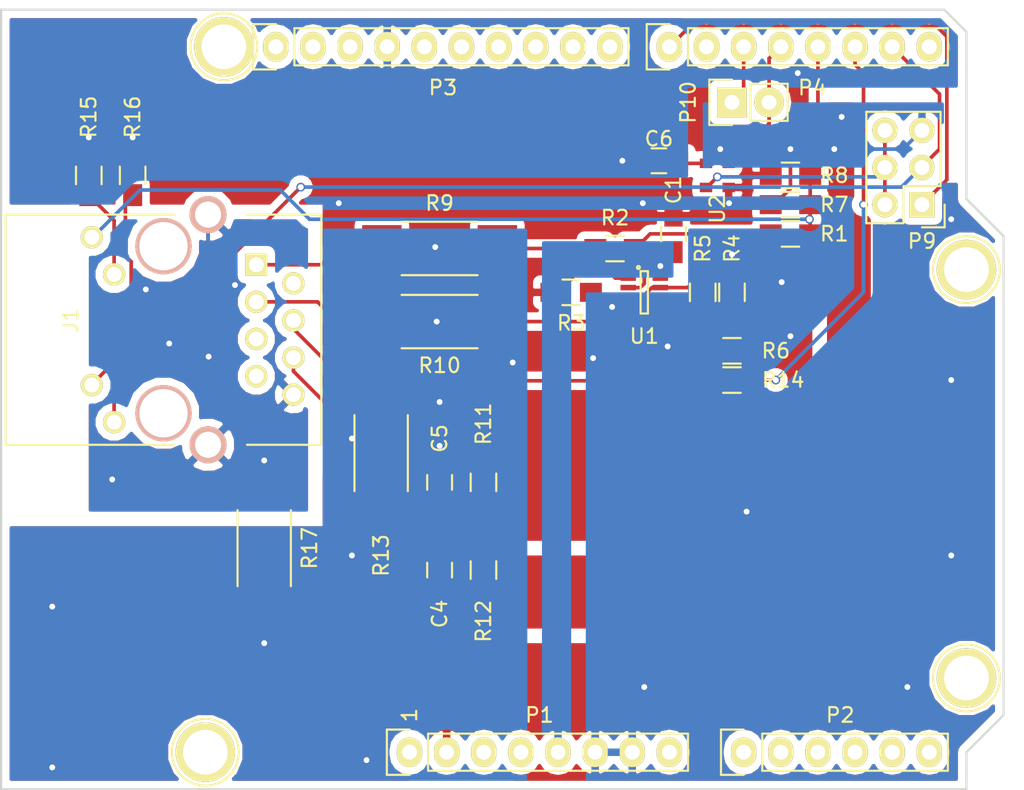
<source format=kicad_pcb>
(kicad_pcb (version 4) (host pcbnew "(2015-08-20 BZR 6109, Git 2605ab0)-product")

  (general
    (links 61)
    (no_connects 0)
    (area 110.922999 71.392 180.998001 127.594)
    (thickness 1.6)
    (drawings 10)
    (tracks 247)
    (zones 0)
    (modules 34)
    (nets 51)
  )

  (page A4)
  (title_block
    (date "lun. 30 mars 2015")
  )

  (layers
    (0 F.Cu signal)
    (31 B.Cu signal)
    (32 B.Adhes user)
    (33 F.Adhes user)
    (34 B.Paste user)
    (35 F.Paste user)
    (36 B.SilkS user)
    (37 F.SilkS user)
    (38 B.Mask user)
    (39 F.Mask user)
    (40 Dwgs.User user)
    (41 Cmts.User user)
    (42 Eco1.User user)
    (43 Eco2.User user)
    (44 Edge.Cuts user)
    (45 Margin user)
    (46 B.CrtYd user)
    (47 F.CrtYd user)
    (48 B.Fab user)
    (49 F.Fab user)
  )

  (setup
    (last_trace_width 0.25)
    (trace_clearance 0.2)
    (zone_clearance 0.508)
    (zone_45_only yes)
    (trace_min 0.2)
    (segment_width 0.15)
    (edge_width 0.15)
    (via_size 0.6)
    (via_drill 0.4)
    (via_min_size 0.4)
    (via_min_drill 0.3)
    (uvia_size 0.3)
    (uvia_drill 0.1)
    (uvias_allowed no)
    (uvia_min_size 0.2)
    (uvia_min_drill 0.1)
    (pcb_text_width 0.3)
    (pcb_text_size 1.5 1.5)
    (mod_edge_width 0.15)
    (mod_text_size 1 1)
    (mod_text_width 0.15)
    (pad_size 4.064 4.064)
    (pad_drill 3.048)
    (pad_to_mask_clearance 0)
    (aux_axis_origin 110.998 126.365)
    (grid_origin 110.998 126.365)
    (visible_elements FFFFFF7F)
    (pcbplotparams
      (layerselection 0x010e0_80000001)
      (usegerberextensions false)
      (excludeedgelayer true)
      (linewidth 0.100000)
      (plotframeref false)
      (viasonmask false)
      (mode 1)
      (useauxorigin true)
      (hpglpennumber 1)
      (hpglpenspeed 20)
      (hpglpendiameter 15)
      (hpglpenoverlay 2)
      (psnegative false)
      (psa4output false)
      (plotreference true)
      (plotvalue true)
      (plotinvisibletext false)
      (padsonsilk false)
      (subtractmaskfromsilk false)
      (outputformat 1)
      (mirror false)
      (drillshape 0)
      (scaleselection 1)
      (outputdirectory ""))
  )

  (net 0 "")
  (net 1 +5V)
  (net 2 GND)
  (net 3 "Net-(P5-Pad1)")
  (net 4 "Net-(P6-Pad1)")
  (net 5 "Net-(P7-Pad1)")
  (net 6 "Net-(P8-Pad1)")
  (net 7 "Net-(P1-Pad1)")
  (net 8 +1V8)
  (net 9 "Net-(C4-Pad2)")
  (net 10 "Net-(J1-Pad1)")
  (net 11 "Net-(J1-Pad2)")
  (net 12 "Net-(J1-Pad3)")
  (net 13 "Net-(J1-Pad4)")
  (net 14 "Net-(J1-Pad5)")
  (net 15 GNDREF)
  (net 16 "Net-(J1-PadYK)")
  (net 17 "Net-(J1-PadGA)")
  (net 18 "Net-(J1-PadYA)")
  (net 19 "Net-(J1-PadGK)")
  (net 20 "Net-(P1-Pad3)")
  (net 21 "Net-(P1-Pad4)")
  (net 22 "Net-(P1-Pad8)")
  (net 23 "Net-(P2-Pad1)")
  (net 24 "Net-(P2-Pad2)")
  (net 25 "Net-(P2-Pad3)")
  (net 26 "Net-(P2-Pad4)")
  (net 27 "Net-(P2-Pad5)")
  (net 28 "Net-(P2-Pad6)")
  (net 29 "Net-(P3-Pad1)")
  (net 30 "Net-(P3-Pad2)")
  (net 31 "Net-(P3-Pad3)")
  (net 32 "Net-(P3-Pad5)")
  (net 33 "Net-(P3-Pad6)")
  (net 34 "Net-(P3-Pad7)")
  (net 35 "Net-(P3-Pad8)")
  (net 36 "Net-(P3-Pad9)")
  (net 37 "Net-(P3-Pad10)")
  (net 38 "Net-(P4-Pad1)")
  (net 39 "Net-(P4-Pad2)")
  (net 40 "Net-(P10-Pad1)")
  (net 41 "Net-(P10-Pad2)")
  (net 42 "Net-(P4-Pad6)")
  (net 43 "Net-(P4-Pad8)")
  (net 44 "Net-(P9-Pad2)")
  (net 45 "Net-(R1-Pad1)")
  (net 46 "Net-(R2-Pad1)")
  (net 47 "Net-(R3-Pad1)")
  (net 48 "Net-(R4-Pad2)")
  (net 49 "Net-(R10-Pad2)")
  (net 50 "Net-(R6-Pad1)")

  (net_class Default "This is the default net class."
    (clearance 0.2)
    (trace_width 0.25)
    (via_dia 0.6)
    (via_drill 0.4)
    (uvia_dia 0.3)
    (uvia_drill 0.1)
    (add_net +1V8)
    (add_net +5V)
    (add_net GND)
    (add_net GNDREF)
    (add_net "Net-(C4-Pad2)")
    (add_net "Net-(J1-Pad1)")
    (add_net "Net-(J1-Pad2)")
    (add_net "Net-(J1-Pad3)")
    (add_net "Net-(J1-Pad4)")
    (add_net "Net-(J1-Pad5)")
    (add_net "Net-(J1-PadGA)")
    (add_net "Net-(J1-PadGK)")
    (add_net "Net-(J1-PadYA)")
    (add_net "Net-(J1-PadYK)")
    (add_net "Net-(P1-Pad1)")
    (add_net "Net-(P1-Pad3)")
    (add_net "Net-(P1-Pad4)")
    (add_net "Net-(P1-Pad8)")
    (add_net "Net-(P10-Pad1)")
    (add_net "Net-(P10-Pad2)")
    (add_net "Net-(P2-Pad1)")
    (add_net "Net-(P2-Pad2)")
    (add_net "Net-(P2-Pad3)")
    (add_net "Net-(P2-Pad4)")
    (add_net "Net-(P2-Pad5)")
    (add_net "Net-(P2-Pad6)")
    (add_net "Net-(P3-Pad1)")
    (add_net "Net-(P3-Pad10)")
    (add_net "Net-(P3-Pad2)")
    (add_net "Net-(P3-Pad3)")
    (add_net "Net-(P3-Pad5)")
    (add_net "Net-(P3-Pad6)")
    (add_net "Net-(P3-Pad7)")
    (add_net "Net-(P3-Pad8)")
    (add_net "Net-(P3-Pad9)")
    (add_net "Net-(P4-Pad1)")
    (add_net "Net-(P4-Pad2)")
    (add_net "Net-(P4-Pad6)")
    (add_net "Net-(P4-Pad8)")
    (add_net "Net-(P5-Pad1)")
    (add_net "Net-(P6-Pad1)")
    (add_net "Net-(P7-Pad1)")
    (add_net "Net-(P8-Pad1)")
    (add_net "Net-(P9-Pad2)")
    (add_net "Net-(R1-Pad1)")
    (add_net "Net-(R10-Pad2)")
    (add_net "Net-(R2-Pad1)")
    (add_net "Net-(R3-Pad1)")
    (add_net "Net-(R4-Pad2)")
    (add_net "Net-(R6-Pad1)")
  )

  (module Socket_Arduino_Uno:Socket_Strip_Arduino_1x08 locked (layer F.Cu) (tedit 552168D2) (tstamp 551AF9EA)
    (at 138.938 123.825)
    (descr "Through hole socket strip")
    (tags "socket strip")
    (path /5517C2C1)
    (fp_text reference P1 (at 8.89 -2.54) (layer F.SilkS)
      (effects (font (size 1 1) (thickness 0.15)))
    )
    (fp_text value Power (at 8.89 -4.064) (layer F.Fab)
      (effects (font (size 1 1) (thickness 0.15)))
    )
    (fp_line (start -1.75 -1.75) (end -1.75 1.75) (layer F.CrtYd) (width 0.05))
    (fp_line (start 19.55 -1.75) (end 19.55 1.75) (layer F.CrtYd) (width 0.05))
    (fp_line (start -1.75 -1.75) (end 19.55 -1.75) (layer F.CrtYd) (width 0.05))
    (fp_line (start -1.75 1.75) (end 19.55 1.75) (layer F.CrtYd) (width 0.05))
    (fp_line (start 1.27 1.27) (end 19.05 1.27) (layer F.SilkS) (width 0.15))
    (fp_line (start 19.05 1.27) (end 19.05 -1.27) (layer F.SilkS) (width 0.15))
    (fp_line (start 19.05 -1.27) (end 1.27 -1.27) (layer F.SilkS) (width 0.15))
    (fp_line (start -1.55 1.55) (end 0 1.55) (layer F.SilkS) (width 0.15))
    (fp_line (start 1.27 1.27) (end 1.27 -1.27) (layer F.SilkS) (width 0.15))
    (fp_line (start 0 -1.55) (end -1.55 -1.55) (layer F.SilkS) (width 0.15))
    (fp_line (start -1.55 -1.55) (end -1.55 1.55) (layer F.SilkS) (width 0.15))
    (pad 1 thru_hole oval (at 0 0) (size 1.7272 2.032) (drill 1.016) (layers *.Cu *.Mask F.SilkS)
      (net 7 "Net-(P1-Pad1)"))
    (pad 2 thru_hole oval (at 2.54 0) (size 1.7272 2.032) (drill 1.016) (layers *.Cu *.Mask F.SilkS)
      (net 8 +1V8))
    (pad 3 thru_hole oval (at 5.08 0) (size 1.7272 2.032) (drill 1.016) (layers *.Cu *.Mask F.SilkS)
      (net 20 "Net-(P1-Pad3)"))
    (pad 4 thru_hole oval (at 7.62 0) (size 1.7272 2.032) (drill 1.016) (layers *.Cu *.Mask F.SilkS)
      (net 21 "Net-(P1-Pad4)"))
    (pad 5 thru_hole oval (at 10.16 0) (size 1.7272 2.032) (drill 1.016) (layers *.Cu *.Mask F.SilkS)
      (net 1 +5V))
    (pad 6 thru_hole oval (at 12.7 0) (size 1.7272 2.032) (drill 1.016) (layers *.Cu *.Mask F.SilkS)
      (net 2 GND))
    (pad 7 thru_hole oval (at 15.24 0) (size 1.7272 2.032) (drill 1.016) (layers *.Cu *.Mask F.SilkS)
      (net 2 GND))
    (pad 8 thru_hole oval (at 17.78 0) (size 1.7272 2.032) (drill 1.016) (layers *.Cu *.Mask F.SilkS)
      (net 22 "Net-(P1-Pad8)"))
    (model ${KIPRJMOD}/Socket_Arduino_Uno.3dshapes/Socket_header_Arduino_1x08.wrl
      (at (xyz 0.35 0 0))
      (scale (xyz 1 1 1))
      (rotate (xyz 0 0 180))
    )
  )

  (module Socket_Arduino_Uno:Socket_Strip_Arduino_1x06 locked (layer F.Cu) (tedit 552168D6) (tstamp 551AF9FF)
    (at 161.798 123.825)
    (descr "Through hole socket strip")
    (tags "socket strip")
    (path /5517C323)
    (fp_text reference P2 (at 6.604 -2.54) (layer F.SilkS)
      (effects (font (size 1 1) (thickness 0.15)))
    )
    (fp_text value Analog (at 6.604 -4.064) (layer F.Fab)
      (effects (font (size 1 1) (thickness 0.15)))
    )
    (fp_line (start -1.75 -1.75) (end -1.75 1.75) (layer F.CrtYd) (width 0.05))
    (fp_line (start 14.45 -1.75) (end 14.45 1.75) (layer F.CrtYd) (width 0.05))
    (fp_line (start -1.75 -1.75) (end 14.45 -1.75) (layer F.CrtYd) (width 0.05))
    (fp_line (start -1.75 1.75) (end 14.45 1.75) (layer F.CrtYd) (width 0.05))
    (fp_line (start 1.27 1.27) (end 13.97 1.27) (layer F.SilkS) (width 0.15))
    (fp_line (start 13.97 1.27) (end 13.97 -1.27) (layer F.SilkS) (width 0.15))
    (fp_line (start 13.97 -1.27) (end 1.27 -1.27) (layer F.SilkS) (width 0.15))
    (fp_line (start -1.55 1.55) (end 0 1.55) (layer F.SilkS) (width 0.15))
    (fp_line (start 1.27 1.27) (end 1.27 -1.27) (layer F.SilkS) (width 0.15))
    (fp_line (start 0 -1.55) (end -1.55 -1.55) (layer F.SilkS) (width 0.15))
    (fp_line (start -1.55 -1.55) (end -1.55 1.55) (layer F.SilkS) (width 0.15))
    (pad 1 thru_hole oval (at 0 0) (size 1.7272 2.032) (drill 1.016) (layers *.Cu *.Mask F.SilkS)
      (net 23 "Net-(P2-Pad1)"))
    (pad 2 thru_hole oval (at 2.54 0) (size 1.7272 2.032) (drill 1.016) (layers *.Cu *.Mask F.SilkS)
      (net 24 "Net-(P2-Pad2)"))
    (pad 3 thru_hole oval (at 5.08 0) (size 1.7272 2.032) (drill 1.016) (layers *.Cu *.Mask F.SilkS)
      (net 25 "Net-(P2-Pad3)"))
    (pad 4 thru_hole oval (at 7.62 0) (size 1.7272 2.032) (drill 1.016) (layers *.Cu *.Mask F.SilkS)
      (net 26 "Net-(P2-Pad4)"))
    (pad 5 thru_hole oval (at 10.16 0) (size 1.7272 2.032) (drill 1.016) (layers *.Cu *.Mask F.SilkS)
      (net 27 "Net-(P2-Pad5)"))
    (pad 6 thru_hole oval (at 12.7 0) (size 1.7272 2.032) (drill 1.016) (layers *.Cu *.Mask F.SilkS)
      (net 28 "Net-(P2-Pad6)"))
    (model ${KIPRJMOD}/Socket_Arduino_Uno.3dshapes/Socket_header_Arduino_1x06.wrl
      (at (xyz 0.25 0 0))
      (scale (xyz 1 1 1))
      (rotate (xyz 0 0 180))
    )
  )

  (module Socket_Arduino_Uno:Socket_Strip_Arduino_1x10 locked (layer F.Cu) (tedit 552168BF) (tstamp 551AFA18)
    (at 129.794 75.565)
    (descr "Through hole socket strip")
    (tags "socket strip")
    (path /5517C46C)
    (fp_text reference P3 (at 11.43 2.794) (layer F.SilkS)
      (effects (font (size 1 1) (thickness 0.15)))
    )
    (fp_text value Digital (at 11.43 4.318) (layer F.Fab)
      (effects (font (size 1 1) (thickness 0.15)))
    )
    (fp_line (start -1.75 -1.75) (end -1.75 1.75) (layer F.CrtYd) (width 0.05))
    (fp_line (start 24.65 -1.75) (end 24.65 1.75) (layer F.CrtYd) (width 0.05))
    (fp_line (start -1.75 -1.75) (end 24.65 -1.75) (layer F.CrtYd) (width 0.05))
    (fp_line (start -1.75 1.75) (end 24.65 1.75) (layer F.CrtYd) (width 0.05))
    (fp_line (start 1.27 1.27) (end 24.13 1.27) (layer F.SilkS) (width 0.15))
    (fp_line (start 24.13 1.27) (end 24.13 -1.27) (layer F.SilkS) (width 0.15))
    (fp_line (start 24.13 -1.27) (end 1.27 -1.27) (layer F.SilkS) (width 0.15))
    (fp_line (start -1.55 1.55) (end 0 1.55) (layer F.SilkS) (width 0.15))
    (fp_line (start 1.27 1.27) (end 1.27 -1.27) (layer F.SilkS) (width 0.15))
    (fp_line (start 0 -1.55) (end -1.55 -1.55) (layer F.SilkS) (width 0.15))
    (fp_line (start -1.55 -1.55) (end -1.55 1.55) (layer F.SilkS) (width 0.15))
    (pad 1 thru_hole oval (at 0 0) (size 1.7272 2.032) (drill 1.016) (layers *.Cu *.Mask F.SilkS)
      (net 29 "Net-(P3-Pad1)"))
    (pad 2 thru_hole oval (at 2.54 0) (size 1.7272 2.032) (drill 1.016) (layers *.Cu *.Mask F.SilkS)
      (net 30 "Net-(P3-Pad2)"))
    (pad 3 thru_hole oval (at 5.08 0) (size 1.7272 2.032) (drill 1.016) (layers *.Cu *.Mask F.SilkS)
      (net 31 "Net-(P3-Pad3)"))
    (pad 4 thru_hole oval (at 7.62 0) (size 1.7272 2.032) (drill 1.016) (layers *.Cu *.Mask F.SilkS)
      (net 2 GND))
    (pad 5 thru_hole oval (at 10.16 0) (size 1.7272 2.032) (drill 1.016) (layers *.Cu *.Mask F.SilkS)
      (net 32 "Net-(P3-Pad5)"))
    (pad 6 thru_hole oval (at 12.7 0) (size 1.7272 2.032) (drill 1.016) (layers *.Cu *.Mask F.SilkS)
      (net 33 "Net-(P3-Pad6)"))
    (pad 7 thru_hole oval (at 15.24 0) (size 1.7272 2.032) (drill 1.016) (layers *.Cu *.Mask F.SilkS)
      (net 34 "Net-(P3-Pad7)"))
    (pad 8 thru_hole oval (at 17.78 0) (size 1.7272 2.032) (drill 1.016) (layers *.Cu *.Mask F.SilkS)
      (net 35 "Net-(P3-Pad8)"))
    (pad 9 thru_hole oval (at 20.32 0) (size 1.7272 2.032) (drill 1.016) (layers *.Cu *.Mask F.SilkS)
      (net 36 "Net-(P3-Pad9)"))
    (pad 10 thru_hole oval (at 22.86 0) (size 1.7272 2.032) (drill 1.016) (layers *.Cu *.Mask F.SilkS)
      (net 37 "Net-(P3-Pad10)"))
    (model ${KIPRJMOD}/Socket_Arduino_Uno.3dshapes/Socket_header_Arduino_1x10.wrl
      (at (xyz 0.45 0 0))
      (scale (xyz 1 1 1))
      (rotate (xyz 0 0 180))
    )
  )

  (module Socket_Arduino_Uno:Socket_Strip_Arduino_1x08 locked (layer F.Cu) (tedit 56189014) (tstamp 551AFA2F)
    (at 156.718 75.565)
    (descr "Through hole socket strip")
    (tags "socket strip")
    (path /5517C366)
    (fp_text reference P4 (at 9.78 2.8) (layer F.SilkS)
      (effects (font (size 1 1) (thickness 0.15)))
    )
    (fp_text value Digital (at 8.89 4.318) (layer F.Fab)
      (effects (font (size 1 1) (thickness 0.15)))
    )
    (fp_line (start -1.75 -1.75) (end -1.75 1.75) (layer F.CrtYd) (width 0.05))
    (fp_line (start 19.55 -1.75) (end 19.55 1.75) (layer F.CrtYd) (width 0.05))
    (fp_line (start -1.75 -1.75) (end 19.55 -1.75) (layer F.CrtYd) (width 0.05))
    (fp_line (start -1.75 1.75) (end 19.55 1.75) (layer F.CrtYd) (width 0.05))
    (fp_line (start 1.27 1.27) (end 19.05 1.27) (layer F.SilkS) (width 0.15))
    (fp_line (start 19.05 1.27) (end 19.05 -1.27) (layer F.SilkS) (width 0.15))
    (fp_line (start 19.05 -1.27) (end 1.27 -1.27) (layer F.SilkS) (width 0.15))
    (fp_line (start -1.55 1.55) (end 0 1.55) (layer F.SilkS) (width 0.15))
    (fp_line (start 1.27 1.27) (end 1.27 -1.27) (layer F.SilkS) (width 0.15))
    (fp_line (start 0 -1.55) (end -1.55 -1.55) (layer F.SilkS) (width 0.15))
    (fp_line (start -1.55 -1.55) (end -1.55 1.55) (layer F.SilkS) (width 0.15))
    (pad 1 thru_hole oval (at 0 0) (size 1.7272 2.032) (drill 1.016) (layers *.Cu *.Mask F.SilkS)
      (net 38 "Net-(P4-Pad1)"))
    (pad 2 thru_hole oval (at 2.54 0) (size 1.7272 2.032) (drill 1.016) (layers *.Cu *.Mask F.SilkS)
      (net 39 "Net-(P4-Pad2)"))
    (pad 3 thru_hole oval (at 5.08 0) (size 1.7272 2.032) (drill 1.016) (layers *.Cu *.Mask F.SilkS)
      (net 40 "Net-(P10-Pad1)"))
    (pad 4 thru_hole oval (at 7.62 0) (size 1.7272 2.032) (drill 1.016) (layers *.Cu *.Mask F.SilkS)
      (net 41 "Net-(P10-Pad2)"))
    (pad 5 thru_hole oval (at 10.16 0) (size 1.7272 2.032) (drill 1.016) (layers *.Cu *.Mask F.SilkS)
      (net 17 "Net-(J1-PadGA)"))
    (pad 6 thru_hole oval (at 12.7 0) (size 1.7272 2.032) (drill 1.016) (layers *.Cu *.Mask F.SilkS)
      (net 42 "Net-(P4-Pad6)"))
    (pad 7 thru_hole oval (at 15.24 0) (size 1.7272 2.032) (drill 1.016) (layers *.Cu *.Mask F.SilkS)
      (net 18 "Net-(J1-PadYA)"))
    (pad 8 thru_hole oval (at 17.78 0) (size 1.7272 2.032) (drill 1.016) (layers *.Cu *.Mask F.SilkS)
      (net 43 "Net-(P4-Pad8)"))
    (model ${KIPRJMOD}/Socket_Arduino_Uno.3dshapes/Socket_header_Arduino_1x08.wrl
      (at (xyz 0.35 0 0))
      (scale (xyz 1 1 1))
      (rotate (xyz 0 0 180))
    )
  )

  (module Socket_Arduino_Uno:Arduino_1pin locked (layer F.Cu) (tedit 5524FC39) (tstamp 5524FC3F)
    (at 124.968 123.825)
    (descr "module 1 pin (ou trou mecanique de percage)")
    (tags DEV)
    (path /551BBC06)
    (fp_text reference P5 (at 0 -3.048) (layer F.SilkS) hide
      (effects (font (size 1 1) (thickness 0.15)))
    )
    (fp_text value CONN_1 (at 0 2.794) (layer F.Fab) hide
      (effects (font (size 1 1) (thickness 0.15)))
    )
    (fp_circle (center 0 0) (end 0 -2.286) (layer F.SilkS) (width 0.15))
    (pad 1 thru_hole circle (at 0 0) (size 4.064 4.064) (drill 3.048) (layers *.Cu *.Mask F.SilkS)
      (net 3 "Net-(P5-Pad1)"))
  )

  (module Socket_Arduino_Uno:Arduino_1pin locked (layer F.Cu) (tedit 5524FC4A) (tstamp 5524FC44)
    (at 177.038 118.745)
    (descr "module 1 pin (ou trou mecanique de percage)")
    (tags DEV)
    (path /551BBD10)
    (fp_text reference P6 (at 0 -3.048) (layer F.SilkS) hide
      (effects (font (size 1 1) (thickness 0.15)))
    )
    (fp_text value CONN_1 (at 0 2.794) (layer F.Fab) hide
      (effects (font (size 1 1) (thickness 0.15)))
    )
    (fp_circle (center 0 0) (end 0 -2.286) (layer F.SilkS) (width 0.15))
    (pad 1 thru_hole circle (at 0 0) (size 4.064 4.064) (drill 3.048) (layers *.Cu *.Mask F.SilkS)
      (net 4 "Net-(P6-Pad1)"))
  )

  (module Socket_Arduino_Uno:Arduino_1pin locked (layer F.Cu) (tedit 5524FC2F) (tstamp 5524FC49)
    (at 126.238 75.565)
    (descr "module 1 pin (ou trou mecanique de percage)")
    (tags DEV)
    (path /551BBD30)
    (fp_text reference P7 (at 0 -3.048) (layer F.SilkS) hide
      (effects (font (size 1 1) (thickness 0.15)))
    )
    (fp_text value CONN_1 (at 0 2.794) (layer F.Fab) hide
      (effects (font (size 1 1) (thickness 0.15)))
    )
    (fp_circle (center 0 0) (end 0 -2.286) (layer F.SilkS) (width 0.15))
    (pad 1 thru_hole circle (at 0 0) (size 4.064 4.064) (drill 3.048) (layers *.Cu *.Mask F.SilkS)
      (net 5 "Net-(P7-Pad1)"))
  )

  (module Socket_Arduino_Uno:Arduino_1pin locked (layer F.Cu) (tedit 5524FC41) (tstamp 5524FC4E)
    (at 177.038 90.805)
    (descr "module 1 pin (ou trou mecanique de percage)")
    (tags DEV)
    (path /551BBD52)
    (fp_text reference P8 (at 0 -3.048) (layer F.SilkS) hide
      (effects (font (size 1 1) (thickness 0.15)))
    )
    (fp_text value CONN_1 (at 0 2.794) (layer F.Fab) hide
      (effects (font (size 1 1) (thickness 0.15)))
    )
    (fp_circle (center 0 0) (end 0 -2.286) (layer F.SilkS) (width 0.15))
    (pad 1 thru_hole circle (at 0 0) (size 4.064 4.064) (drill 3.048) (layers *.Cu *.Mask F.SilkS)
      (net 6 "Net-(P8-Pad1)"))
  )

  (module Capacitors_SMD:C_0805_HandSoldering (layer F.Cu) (tedit 56186BA1) (tstamp 561862F9)
    (at 156.998 88.365 270)
    (descr "Capacitor SMD 0805, hand soldering")
    (tags "capacitor 0805")
    (path /561871C8)
    (attr smd)
    (fp_text reference C1 (at -3 0 270) (layer F.SilkS)
      (effects (font (size 1 1) (thickness 0.15)))
    )
    (fp_text value .1u (at 0 2.1 270) (layer F.Fab)
      (effects (font (size 1 1) (thickness 0.15)))
    )
    (fp_line (start -2.3 -1) (end 2.3 -1) (layer F.CrtYd) (width 0.05))
    (fp_line (start -2.3 1) (end 2.3 1) (layer F.CrtYd) (width 0.05))
    (fp_line (start -2.3 -1) (end -2.3 1) (layer F.CrtYd) (width 0.05))
    (fp_line (start 2.3 -1) (end 2.3 1) (layer F.CrtYd) (width 0.05))
    (fp_line (start 0.5 -0.85) (end -0.5 -0.85) (layer F.SilkS) (width 0.15))
    (fp_line (start -0.5 0.85) (end 0.5 0.85) (layer F.SilkS) (width 0.15))
    (pad 1 smd rect (at -1.25 0 270) (size 1.5 1.25) (layers F.Cu F.Paste F.Mask)
      (net 2 GND))
    (pad 2 smd rect (at 1.25 0 270) (size 1.5 1.25) (layers F.Cu F.Paste F.Mask)
      (net 1 +5V))
    (model Capacitors_SMD.3dshapes/C_0805_HandSoldering.wrl
      (at (xyz 0 0 0))
      (scale (xyz 1 1 1))
      (rotate (xyz 0 0 0))
    )
  )

  (module Capacitors_SMD:C_0805_HandSoldering (layer F.Cu) (tedit 56186CDC) (tstamp 561862FF)
    (at 140.998 111.365 90)
    (descr "Capacitor SMD 0805, hand soldering")
    (tags "capacitor 0805")
    (path /56189132)
    (attr smd)
    (fp_text reference C4 (at -3 0 90) (layer F.SilkS)
      (effects (font (size 1 1) (thickness 0.15)))
    )
    (fp_text value .1u (at 0 2.1 90) (layer F.Fab)
      (effects (font (size 1 1) (thickness 0.15)))
    )
    (fp_line (start -2.3 -1) (end 2.3 -1) (layer F.CrtYd) (width 0.05))
    (fp_line (start -2.3 1) (end 2.3 1) (layer F.CrtYd) (width 0.05))
    (fp_line (start -2.3 -1) (end -2.3 1) (layer F.CrtYd) (width 0.05))
    (fp_line (start 2.3 -1) (end 2.3 1) (layer F.CrtYd) (width 0.05))
    (fp_line (start 0.5 -0.85) (end -0.5 -0.85) (layer F.SilkS) (width 0.15))
    (fp_line (start -0.5 0.85) (end 0.5 0.85) (layer F.SilkS) (width 0.15))
    (pad 1 smd rect (at -1.25 0 90) (size 1.5 1.25) (layers F.Cu F.Paste F.Mask)
      (net 8 +1V8))
    (pad 2 smd rect (at 1.25 0 90) (size 1.5 1.25) (layers F.Cu F.Paste F.Mask)
      (net 9 "Net-(C4-Pad2)"))
    (model Capacitors_SMD.3dshapes/C_0805_HandSoldering.wrl
      (at (xyz 0 0 0))
      (scale (xyz 1 1 1))
      (rotate (xyz 0 0 0))
    )
  )

  (module Capacitors_SMD:C_0805_HandSoldering (layer F.Cu) (tedit 56186CC7) (tstamp 56186305)
    (at 140.998 105.365 90)
    (descr "Capacitor SMD 0805, hand soldering")
    (tags "capacitor 0805")
    (path /561894FA)
    (attr smd)
    (fp_text reference C5 (at 3 0 90) (layer F.SilkS)
      (effects (font (size 1 1) (thickness 0.15)))
    )
    (fp_text value .1u (at 0 2.1 90) (layer F.Fab)
      (effects (font (size 1 1) (thickness 0.15)))
    )
    (fp_line (start -2.3 -1) (end 2.3 -1) (layer F.CrtYd) (width 0.05))
    (fp_line (start -2.3 1) (end 2.3 1) (layer F.CrtYd) (width 0.05))
    (fp_line (start -2.3 -1) (end -2.3 1) (layer F.CrtYd) (width 0.05))
    (fp_line (start 2.3 -1) (end 2.3 1) (layer F.CrtYd) (width 0.05))
    (fp_line (start 0.5 -0.85) (end -0.5 -0.85) (layer F.SilkS) (width 0.15))
    (fp_line (start -0.5 0.85) (end 0.5 0.85) (layer F.SilkS) (width 0.15))
    (pad 1 smd rect (at -1.25 0 90) (size 1.5 1.25) (layers F.Cu F.Paste F.Mask)
      (net 9 "Net-(C4-Pad2)"))
    (pad 2 smd rect (at 1.25 0 90) (size 1.5 1.25) (layers F.Cu F.Paste F.Mask)
      (net 2 GND))
    (model Capacitors_SMD.3dshapes/C_0805_HandSoldering.wrl
      (at (xyz 0 0 0))
      (scale (xyz 1 1 1))
      (rotate (xyz 0 0 0))
    )
  )

  (module Capacitors_SMD:C_0805_HandSoldering (layer F.Cu) (tedit 56188FB4) (tstamp 5618630B)
    (at 155.998 83.365 180)
    (descr "Capacitor SMD 0805, hand soldering")
    (tags "capacitor 0805")
    (path /56187BE2)
    (attr smd)
    (fp_text reference C6 (at 0 1.5 180) (layer F.SilkS)
      (effects (font (size 1 1) (thickness 0.15)))
    )
    (fp_text value .1u (at 0 2.1 180) (layer F.Fab)
      (effects (font (size 1 1) (thickness 0.15)))
    )
    (fp_line (start -2.3 -1) (end 2.3 -1) (layer F.CrtYd) (width 0.05))
    (fp_line (start -2.3 1) (end 2.3 1) (layer F.CrtYd) (width 0.05))
    (fp_line (start -2.3 -1) (end -2.3 1) (layer F.CrtYd) (width 0.05))
    (fp_line (start 2.3 -1) (end 2.3 1) (layer F.CrtYd) (width 0.05))
    (fp_line (start 0.5 -0.85) (end -0.5 -0.85) (layer F.SilkS) (width 0.15))
    (fp_line (start -0.5 0.85) (end 0.5 0.85) (layer F.SilkS) (width 0.15))
    (pad 1 smd rect (at -1.25 0 180) (size 1.5 1.25) (layers F.Cu F.Paste F.Mask)
      (net 8 +1V8))
    (pad 2 smd rect (at 1.25 0 180) (size 1.5 1.25) (layers F.Cu F.Paste F.Mask)
      (net 2 GND))
    (model Capacitors_SMD.3dshapes/C_0805_HandSoldering.wrl
      (at (xyz 0 0 0))
      (scale (xyz 1 1 1))
      (rotate (xyz 0 0 0))
    )
  )

  (module ga-ethernet:RJ45_TRANSFO (layer F.Cu) (tedit 5617276C) (tstamp 5618631F)
    (at 130.998 99.365 270)
    (tags RJ45)
    (path /56185ABF)
    (fp_text reference J1 (at -5.08 15.24 270) (layer F.SilkS)
      (effects (font (size 1 1) (thickness 0.15)))
    )
    (fp_text value RJ45-TRANSFO (at -3.81 17.78 270) (layer F.Fab)
      (effects (font (size 1 1) (thickness 0.15)))
    )
    (fp_line (start 3.429 19.685) (end 3.429 8.128) (layer F.SilkS) (width 0.15))
    (fp_line (start 3.429 3.175) (end 3.429 -1.905) (layer F.SilkS) (width 0.15))
    (fp_line (start -12.319 19.685) (end -12.319 8.128) (layer F.SilkS) (width 0.15))
    (fp_line (start -12.319 3.175) (end -12.319 -1.905) (layer F.SilkS) (width 0.15))
    (fp_line (start -12.319 -1.905) (end 3.429 -1.905) (layer F.SilkS) (width 0.15))
    (fp_line (start -12.319 19.685) (end 3.429 19.685) (layer F.SilkS) (width 0.15))
    (pad Hole thru_hole circle (at 1.27 8.89 270) (size 3.85064 3.85064) (drill 3.302) (layers *.Cu *.SilkS *.Mask))
    (pad Hole thru_hole circle (at -10.16 8.89 270) (size 3.85064 3.85064) (drill 3.302) (layers *.Cu *.SilkS *.Mask))
    (pad 1 thru_hole rect (at -8.89 2.54 270) (size 1.524 1.524) (drill 1.016) (layers *.Cu *.Mask F.SilkS)
      (net 10 "Net-(J1-Pad1)"))
    (pad 2 thru_hole circle (at -7.62 0 270) (size 1.524 1.524) (drill 1.016) (layers *.Cu *.Mask F.SilkS)
      (net 11 "Net-(J1-Pad2)"))
    (pad 3 thru_hole circle (at -6.35 2.54 270) (size 1.524 1.524) (drill 1.016) (layers *.Cu *.Mask F.SilkS)
      (net 12 "Net-(J1-Pad3)"))
    (pad 4 thru_hole circle (at -5.08 0 270) (size 1.524 1.524) (drill 1.016) (layers *.Cu *.Mask F.SilkS)
      (net 13 "Net-(J1-Pad4)"))
    (pad 5 thru_hole circle (at -3.81 2.54 270) (size 1.524 1.524) (drill 1.016) (layers *.Cu *.Mask F.SilkS)
      (net 14 "Net-(J1-Pad5)"))
    (pad 6 thru_hole circle (at -2.54 0 270) (size 1.524 1.524) (drill 1.016) (layers *.Cu *.Mask F.SilkS)
      (net 9 "Net-(C4-Pad2)"))
    (pad 7 thru_hole circle (at -1.27 2.54 270) (size 1.524 1.524) (drill 1.016) (layers *.Cu *.Mask F.SilkS))
    (pad 13 thru_hole circle (at 3.429 5.842 270) (size 2.54 2.54) (drill 1.778) (layers *.Cu *.SilkS *.Mask)
      (net 15 GNDREF))
    (pad 13 thru_hole circle (at -12.319 5.842 270) (size 2.54 2.54) (drill 1.778) (layers *.Cu *.SilkS *.Mask)
      (net 15 GNDREF))
    (pad YK thru_hole circle (at -0.6604 13.7922 270) (size 1.524 1.524) (drill 1.016) (layers *.Cu *.Mask F.SilkS)
      (net 16 "Net-(J1-PadYK)"))
    (pad GA thru_hole circle (at -10.7696 13.7922 270) (size 1.524 1.524) (drill 1.016) (layers *.Cu *.Mask F.SilkS)
      (net 17 "Net-(J1-PadGA)"))
    (pad YA thru_hole circle (at 1.8796 12.2682 270) (size 1.524 1.524) (drill 1.016) (layers *.Cu *.Mask F.SilkS)
      (net 18 "Net-(J1-PadYA)"))
    (pad GK thru_hole circle (at -8.2296 12.2682 270) (size 1.524 1.524) (drill 1.016) (layers *.Cu *.Mask F.SilkS)
      (net 19 "Net-(J1-PadGK)"))
    (pad 8 thru_hole circle (at 0 0 270) (size 1.524 1.524) (drill 1.016) (layers *.Cu *.Mask F.SilkS)
      (net 15 GNDREF))
  )

  (module Pin_Headers:Pin_Header_Straight_2x03 (layer F.Cu) (tedit 56198346) (tstamp 56186329)
    (at 173.998 86.365 180)
    (descr "Through hole pin header")
    (tags "pin header")
    (path /5618629E)
    (fp_text reference P9 (at 0 -2.5 180) (layer F.SilkS)
      (effects (font (size 1 1) (thickness 0.15)))
    )
    (fp_text value CONN_02X03 (at 0 -3.1 180) (layer F.Fab)
      (effects (font (size 1 1) (thickness 0.15)))
    )
    (fp_line (start -1.27 1.27) (end -1.27 6.35) (layer F.SilkS) (width 0.15))
    (fp_line (start -1.55 -1.55) (end 0 -1.55) (layer F.SilkS) (width 0.15))
    (fp_line (start -1.75 -1.75) (end -1.75 6.85) (layer F.CrtYd) (width 0.05))
    (fp_line (start 4.3 -1.75) (end 4.3 6.85) (layer F.CrtYd) (width 0.05))
    (fp_line (start -1.75 -1.75) (end 4.3 -1.75) (layer F.CrtYd) (width 0.05))
    (fp_line (start -1.75 6.85) (end 4.3 6.85) (layer F.CrtYd) (width 0.05))
    (fp_line (start 1.27 -1.27) (end 1.27 1.27) (layer F.SilkS) (width 0.15))
    (fp_line (start 1.27 1.27) (end -1.27 1.27) (layer F.SilkS) (width 0.15))
    (fp_line (start -1.27 6.35) (end 3.81 6.35) (layer F.SilkS) (width 0.15))
    (fp_line (start 3.81 6.35) (end 3.81 1.27) (layer F.SilkS) (width 0.15))
    (fp_line (start -1.55 -1.55) (end -1.55 0) (layer F.SilkS) (width 0.15))
    (fp_line (start 3.81 -1.27) (end 1.27 -1.27) (layer F.SilkS) (width 0.15))
    (fp_line (start 3.81 1.27) (end 3.81 -1.27) (layer F.SilkS) (width 0.15))
    (pad 1 thru_hole rect (at 0 0 180) (size 1.7272 1.7272) (drill 1.016) (layers *.Cu *.Mask F.SilkS)
      (net 38 "Net-(P4-Pad1)"))
    (pad 2 thru_hole oval (at 2.54 0 180) (size 1.7272 1.7272) (drill 1.016) (layers *.Cu *.Mask F.SilkS)
      (net 44 "Net-(P9-Pad2)"))
    (pad 3 thru_hole oval (at 0 2.54 180) (size 1.7272 1.7272) (drill 1.016) (layers *.Cu *.Mask F.SilkS)
      (net 18 "Net-(J1-PadYA)"))
    (pad 4 thru_hole oval (at 2.54 2.54 180) (size 1.7272 1.7272) (drill 1.016) (layers *.Cu *.Mask F.SilkS)
      (net 44 "Net-(P9-Pad2)"))
    (pad 5 thru_hole oval (at 0 5.08 180) (size 1.7272 1.7272) (drill 1.016) (layers *.Cu *.Mask F.SilkS)
      (net 8 +1V8))
    (pad 6 thru_hole oval (at 2.54 5.08 180) (size 1.7272 1.7272) (drill 1.016) (layers *.Cu *.Mask F.SilkS)
      (net 44 "Net-(P9-Pad2)"))
    (model Pin_Headers.3dshapes/Pin_Header_Straight_2x03.wrl
      (at (xyz 0.05 -0.1 0))
      (scale (xyz 1 1 1))
      (rotate (xyz 0 0 90))
    )
  )

  (module Pin_Headers:Pin_Header_Straight_1x02 (layer F.Cu) (tedit 56186F79) (tstamp 5618632F)
    (at 160.998 79.365 90)
    (descr "Through hole pin header")
    (tags "pin header")
    (path /56186FCB)
    (fp_text reference P10 (at 0 -3 90) (layer F.SilkS)
      (effects (font (size 1 1) (thickness 0.15)))
    )
    (fp_text value CONN_01X02 (at 0 -3.1 90) (layer F.Fab)
      (effects (font (size 1 1) (thickness 0.15)))
    )
    (fp_line (start 1.27 1.27) (end 1.27 3.81) (layer F.SilkS) (width 0.15))
    (fp_line (start 1.55 -1.55) (end 1.55 0) (layer F.SilkS) (width 0.15))
    (fp_line (start -1.75 -1.75) (end -1.75 4.3) (layer F.CrtYd) (width 0.05))
    (fp_line (start 1.75 -1.75) (end 1.75 4.3) (layer F.CrtYd) (width 0.05))
    (fp_line (start -1.75 -1.75) (end 1.75 -1.75) (layer F.CrtYd) (width 0.05))
    (fp_line (start -1.75 4.3) (end 1.75 4.3) (layer F.CrtYd) (width 0.05))
    (fp_line (start 1.27 1.27) (end -1.27 1.27) (layer F.SilkS) (width 0.15))
    (fp_line (start -1.55 0) (end -1.55 -1.55) (layer F.SilkS) (width 0.15))
    (fp_line (start -1.55 -1.55) (end 1.55 -1.55) (layer F.SilkS) (width 0.15))
    (fp_line (start -1.27 1.27) (end -1.27 3.81) (layer F.SilkS) (width 0.15))
    (fp_line (start -1.27 3.81) (end 1.27 3.81) (layer F.SilkS) (width 0.15))
    (pad 1 thru_hole rect (at 0 0 90) (size 2.032 2.032) (drill 1.016) (layers *.Cu *.Mask F.SilkS)
      (net 40 "Net-(P10-Pad1)"))
    (pad 2 thru_hole oval (at 0 2.54 90) (size 2.032 2.032) (drill 1.016) (layers *.Cu *.Mask F.SilkS)
      (net 41 "Net-(P10-Pad2)"))
    (model Pin_Headers.3dshapes/Pin_Header_Straight_1x02.wrl
      (at (xyz 0 -0.05 0))
      (scale (xyz 1 1 1))
      (rotate (xyz 0 0 90))
    )
  )

  (module Resistors_SMD:R_0805_HandSoldering (layer F.Cu) (tedit 56186B87) (tstamp 56186335)
    (at 164.998 88.365)
    (descr "Resistor SMD 0805, hand soldering")
    (tags "resistor 0805")
    (path /56185C3F)
    (attr smd)
    (fp_text reference R1 (at 3 0) (layer F.SilkS)
      (effects (font (size 1 1) (thickness 0.15)))
    )
    (fp_text value 1k (at 0 2.1) (layer F.Fab)
      (effects (font (size 1 1) (thickness 0.15)))
    )
    (fp_line (start -2.4 -1) (end 2.4 -1) (layer F.CrtYd) (width 0.05))
    (fp_line (start -2.4 1) (end 2.4 1) (layer F.CrtYd) (width 0.05))
    (fp_line (start -2.4 -1) (end -2.4 1) (layer F.CrtYd) (width 0.05))
    (fp_line (start 2.4 -1) (end 2.4 1) (layer F.CrtYd) (width 0.05))
    (fp_line (start 0.6 0.875) (end -0.6 0.875) (layer F.SilkS) (width 0.15))
    (fp_line (start -0.6 -0.875) (end 0.6 -0.875) (layer F.SilkS) (width 0.15))
    (pad 1 smd rect (at -1.35 0) (size 1.5 1.3) (layers F.Cu F.Paste F.Mask)
      (net 45 "Net-(R1-Pad1)"))
    (pad 2 smd rect (at 1.35 0) (size 1.5 1.3) (layers F.Cu F.Paste F.Mask)
      (net 17 "Net-(J1-PadGA)"))
    (model Resistors_SMD.3dshapes/R_0805_HandSoldering.wrl
      (at (xyz 0 0 0))
      (scale (xyz 1 1 1))
      (rotate (xyz 0 0 0))
    )
  )

  (module Resistors_SMD:R_0805_HandSoldering (layer F.Cu) (tedit 54189DEE) (tstamp 5618633B)
    (at 152.998 89.365)
    (descr "Resistor SMD 0805, hand soldering")
    (tags "resistor 0805")
    (path /56185BA4)
    (attr smd)
    (fp_text reference R2 (at 0 -2.1) (layer F.SilkS)
      (effects (font (size 1 1) (thickness 0.15)))
    )
    (fp_text value 2.7k (at 0 2.1) (layer F.Fab)
      (effects (font (size 1 1) (thickness 0.15)))
    )
    (fp_line (start -2.4 -1) (end 2.4 -1) (layer F.CrtYd) (width 0.05))
    (fp_line (start -2.4 1) (end 2.4 1) (layer F.CrtYd) (width 0.05))
    (fp_line (start -2.4 -1) (end -2.4 1) (layer F.CrtYd) (width 0.05))
    (fp_line (start 2.4 -1) (end 2.4 1) (layer F.CrtYd) (width 0.05))
    (fp_line (start 0.6 0.875) (end -0.6 0.875) (layer F.SilkS) (width 0.15))
    (fp_line (start -0.6 -0.875) (end 0.6 -0.875) (layer F.SilkS) (width 0.15))
    (pad 1 smd rect (at -1.35 0) (size 1.5 1.3) (layers F.Cu F.Paste F.Mask)
      (net 46 "Net-(R2-Pad1)"))
    (pad 2 smd rect (at 1.35 0) (size 1.5 1.3) (layers F.Cu F.Paste F.Mask)
      (net 45 "Net-(R1-Pad1)"))
    (model Resistors_SMD.3dshapes/R_0805_HandSoldering.wrl
      (at (xyz 0 0 0))
      (scale (xyz 1 1 1))
      (rotate (xyz 0 0 0))
    )
  )

  (module Resistors_SMD:R_0805_HandSoldering (layer F.Cu) (tedit 54189DEE) (tstamp 56186341)
    (at 149.998 92.365 180)
    (descr "Resistor SMD 0805, hand soldering")
    (tags "resistor 0805")
    (path /56185F36)
    (attr smd)
    (fp_text reference R3 (at 0 -2.1 180) (layer F.SilkS)
      (effects (font (size 1 1) (thickness 0.15)))
    )
    (fp_text value 1k (at 0 2.1 180) (layer F.Fab)
      (effects (font (size 1 1) (thickness 0.15)))
    )
    (fp_line (start -2.4 -1) (end 2.4 -1) (layer F.CrtYd) (width 0.05))
    (fp_line (start -2.4 1) (end 2.4 1) (layer F.CrtYd) (width 0.05))
    (fp_line (start -2.4 -1) (end -2.4 1) (layer F.CrtYd) (width 0.05))
    (fp_line (start 2.4 -1) (end 2.4 1) (layer F.CrtYd) (width 0.05))
    (fp_line (start 0.6 0.875) (end -0.6 0.875) (layer F.SilkS) (width 0.15))
    (fp_line (start -0.6 -0.875) (end 0.6 -0.875) (layer F.SilkS) (width 0.15))
    (pad 1 smd rect (at -1.35 0 180) (size 1.5 1.3) (layers F.Cu F.Paste F.Mask)
      (net 47 "Net-(R3-Pad1)"))
    (pad 2 smd rect (at 1.35 0 180) (size 1.5 1.3) (layers F.Cu F.Paste F.Mask)
      (net 2 GND))
    (model Resistors_SMD.3dshapes/R_0805_HandSoldering.wrl
      (at (xyz 0 0 0))
      (scale (xyz 1 1 1))
      (rotate (xyz 0 0 0))
    )
  )

  (module Resistors_SMD:R_0805_HandSoldering (layer F.Cu) (tedit 561882DF) (tstamp 56186347)
    (at 160.998 92.365 270)
    (descr "Resistor SMD 0805, hand soldering")
    (tags "resistor 0805")
    (path /56186BBB)
    (attr smd)
    (fp_text reference R4 (at -3 0 270) (layer F.SilkS)
      (effects (font (size 1 1) (thickness 0.15)))
    )
    (fp_text value 1k (at 0 2.1 270) (layer F.Fab)
      (effects (font (size 1 1) (thickness 0.15)))
    )
    (fp_line (start -2.4 -1) (end 2.4 -1) (layer F.CrtYd) (width 0.05))
    (fp_line (start -2.4 1) (end 2.4 1) (layer F.CrtYd) (width 0.05))
    (fp_line (start -2.4 -1) (end -2.4 1) (layer F.CrtYd) (width 0.05))
    (fp_line (start 2.4 -1) (end 2.4 1) (layer F.CrtYd) (width 0.05))
    (fp_line (start 0.6 0.875) (end -0.6 0.875) (layer F.SilkS) (width 0.15))
    (fp_line (start -0.6 -0.875) (end 0.6 -0.875) (layer F.SilkS) (width 0.15))
    (pad 1 smd rect (at -1.35 0 270) (size 1.5 1.3) (layers F.Cu F.Paste F.Mask)
      (net 2 GND))
    (pad 2 smd rect (at 1.35 0 270) (size 1.5 1.3) (layers F.Cu F.Paste F.Mask)
      (net 48 "Net-(R4-Pad2)"))
    (model Resistors_SMD.3dshapes/R_0805_HandSoldering.wrl
      (at (xyz 0 0 0))
      (scale (xyz 1 1 1))
      (rotate (xyz 0 0 0))
    )
  )

  (module Resistors_SMD:R_0805_HandSoldering (layer F.Cu) (tedit 56186BAA) (tstamp 5618634D)
    (at 158.998 92.365 270)
    (descr "Resistor SMD 0805, hand soldering")
    (tags "resistor 0805")
    (path /5618702E)
    (attr smd)
    (fp_text reference R5 (at -3 0 270) (layer F.SilkS)
      (effects (font (size 1 1) (thickness 0.15)))
    )
    (fp_text value 1.7k (at 0 2.1 270) (layer F.Fab)
      (effects (font (size 1 1) (thickness 0.15)))
    )
    (fp_line (start -2.4 -1) (end 2.4 -1) (layer F.CrtYd) (width 0.05))
    (fp_line (start -2.4 1) (end 2.4 1) (layer F.CrtYd) (width 0.05))
    (fp_line (start -2.4 -1) (end -2.4 1) (layer F.CrtYd) (width 0.05))
    (fp_line (start 2.4 -1) (end 2.4 1) (layer F.CrtYd) (width 0.05))
    (fp_line (start 0.6 0.875) (end -0.6 0.875) (layer F.SilkS) (width 0.15))
    (fp_line (start -0.6 -0.875) (end 0.6 -0.875) (layer F.SilkS) (width 0.15))
    (pad 1 smd rect (at -1.35 0 270) (size 1.5 1.3) (layers F.Cu F.Paste F.Mask)
      (net 49 "Net-(R10-Pad2)"))
    (pad 2 smd rect (at 1.35 0 270) (size 1.5 1.3) (layers F.Cu F.Paste F.Mask)
      (net 48 "Net-(R4-Pad2)"))
    (model Resistors_SMD.3dshapes/R_0805_HandSoldering.wrl
      (at (xyz 0 0 0))
      (scale (xyz 1 1 1))
      (rotate (xyz 0 0 0))
    )
  )

  (module Resistors_SMD:R_0805_HandSoldering (layer F.Cu) (tedit 56188FCF) (tstamp 56186353)
    (at 160.998 96.365)
    (descr "Resistor SMD 0805, hand soldering")
    (tags "resistor 0805")
    (path /56186894)
    (attr smd)
    (fp_text reference R6 (at 3 0) (layer F.SilkS)
      (effects (font (size 1 1) (thickness 0.15)))
    )
    (fp_text value 1k (at 0 2.1) (layer F.Fab)
      (effects (font (size 1 1) (thickness 0.15)))
    )
    (fp_line (start -2.4 -1) (end 2.4 -1) (layer F.CrtYd) (width 0.05))
    (fp_line (start -2.4 1) (end 2.4 1) (layer F.CrtYd) (width 0.05))
    (fp_line (start -2.4 -1) (end -2.4 1) (layer F.CrtYd) (width 0.05))
    (fp_line (start 2.4 -1) (end 2.4 1) (layer F.CrtYd) (width 0.05))
    (fp_line (start 0.6 0.875) (end -0.6 0.875) (layer F.SilkS) (width 0.15))
    (fp_line (start -0.6 -0.875) (end 0.6 -0.875) (layer F.SilkS) (width 0.15))
    (pad 1 smd rect (at -1.35 0) (size 1.5 1.3) (layers F.Cu F.Paste F.Mask)
      (net 50 "Net-(R6-Pad1)"))
    (pad 2 smd rect (at 1.35 0) (size 1.5 1.3) (layers F.Cu F.Paste F.Mask)
      (net 17 "Net-(J1-PadGA)"))
    (model Resistors_SMD.3dshapes/R_0805_HandSoldering.wrl
      (at (xyz 0 0 0))
      (scale (xyz 1 1 1))
      (rotate (xyz 0 0 0))
    )
  )

  (module Resistors_SMD:R_0805_HandSoldering (layer F.Cu) (tedit 56186B8B) (tstamp 56186359)
    (at 164.998 86.365)
    (descr "Resistor SMD 0805, hand soldering")
    (tags "resistor 0805")
    (path /561866E7)
    (attr smd)
    (fp_text reference R7 (at 3 0) (layer F.SilkS)
      (effects (font (size 1 1) (thickness 0.15)))
    )
    (fp_text value 470 (at 0 2.1) (layer F.Fab)
      (effects (font (size 1 1) (thickness 0.15)))
    )
    (fp_line (start -2.4 -1) (end 2.4 -1) (layer F.CrtYd) (width 0.05))
    (fp_line (start -2.4 1) (end 2.4 1) (layer F.CrtYd) (width 0.05))
    (fp_line (start -2.4 -1) (end -2.4 1) (layer F.CrtYd) (width 0.05))
    (fp_line (start 2.4 -1) (end 2.4 1) (layer F.CrtYd) (width 0.05))
    (fp_line (start 0.6 0.875) (end -0.6 0.875) (layer F.SilkS) (width 0.15))
    (fp_line (start -0.6 -0.875) (end 0.6 -0.875) (layer F.SilkS) (width 0.15))
    (pad 1 smd rect (at -1.35 0) (size 1.5 1.3) (layers F.Cu F.Paste F.Mask)
      (net 8 +1V8))
    (pad 2 smd rect (at 1.35 0) (size 1.5 1.3) (layers F.Cu F.Paste F.Mask)
      (net 17 "Net-(J1-PadGA)"))
    (model Resistors_SMD.3dshapes/R_0805_HandSoldering.wrl
      (at (xyz 0 0 0))
      (scale (xyz 1 1 1))
      (rotate (xyz 0 0 0))
    )
  )

  (module Resistors_SMD:R_0805_HandSoldering (layer F.Cu) (tedit 56186C0C) (tstamp 5618635F)
    (at 164.998 84.365 180)
    (descr "Resistor SMD 0805, hand soldering")
    (tags "resistor 0805")
    (path /56186789)
    (attr smd)
    (fp_text reference R8 (at -3 0 180) (layer F.SilkS)
      (effects (font (size 1 1) (thickness 0.15)))
    )
    (fp_text value 390 (at 0 2.1 180) (layer F.Fab)
      (effects (font (size 1 1) (thickness 0.15)))
    )
    (fp_line (start -2.4 -1) (end 2.4 -1) (layer F.CrtYd) (width 0.05))
    (fp_line (start -2.4 1) (end 2.4 1) (layer F.CrtYd) (width 0.05))
    (fp_line (start -2.4 -1) (end -2.4 1) (layer F.CrtYd) (width 0.05))
    (fp_line (start 2.4 -1) (end 2.4 1) (layer F.CrtYd) (width 0.05))
    (fp_line (start 0.6 0.875) (end -0.6 0.875) (layer F.SilkS) (width 0.15))
    (fp_line (start -0.6 -0.875) (end 0.6 -0.875) (layer F.SilkS) (width 0.15))
    (pad 1 smd rect (at -1.35 0 180) (size 1.5 1.3) (layers F.Cu F.Paste F.Mask)
      (net 17 "Net-(J1-PadGA)"))
    (pad 2 smd rect (at 1.35 0 180) (size 1.5 1.3) (layers F.Cu F.Paste F.Mask)
      (net 2 GND))
    (model Resistors_SMD.3dshapes/R_0805_HandSoldering.wrl
      (at (xyz 0 0 0))
      (scale (xyz 1 1 1))
      (rotate (xyz 0 0 0))
    )
  )

  (module Resistors_SMD:R_2512_HandSoldering (layer F.Cu) (tedit 5418A1CA) (tstamp 56186365)
    (at 140.998 89.365)
    (descr "Resistor SMD 2512, hand soldering")
    (tags "resistor 2512")
    (path /56187F1D)
    (attr smd)
    (fp_text reference R9 (at 0 -3.1) (layer F.SilkS)
      (effects (font (size 1 1) (thickness 0.15)))
    )
    (fp_text value 24 (at 0 3.1) (layer F.Fab)
      (effects (font (size 1 1) (thickness 0.15)))
    )
    (fp_line (start -5.6 -1.95) (end 5.6 -1.95) (layer F.CrtYd) (width 0.05))
    (fp_line (start -5.6 1.95) (end 5.6 1.95) (layer F.CrtYd) (width 0.05))
    (fp_line (start -5.6 -1.95) (end -5.6 1.95) (layer F.CrtYd) (width 0.05))
    (fp_line (start 5.6 -1.95) (end 5.6 1.95) (layer F.CrtYd) (width 0.05))
    (fp_line (start 2.6 1.825) (end -2.6 1.825) (layer F.SilkS) (width 0.15))
    (fp_line (start -2.6 -1.825) (end 2.6 -1.825) (layer F.SilkS) (width 0.15))
    (pad 1 smd rect (at -3.95 0) (size 2.7 3.2) (layers F.Cu F.Paste F.Mask)
      (net 10 "Net-(J1-Pad1)"))
    (pad 2 smd rect (at 3.95 0) (size 2.7 3.2) (layers F.Cu F.Paste F.Mask)
      (net 46 "Net-(R2-Pad1)"))
    (model Resistors_SMD.3dshapes/R_2512_HandSoldering.wrl
      (at (xyz 0 0 0))
      (scale (xyz 1 1 1))
      (rotate (xyz 0 0 0))
    )
  )

  (module Resistors_SMD:R_2512_HandSoldering (layer F.Cu) (tedit 56186397) (tstamp 5618636B)
    (at 140.998 94.365)
    (descr "Resistor SMD 2512, hand soldering")
    (tags "resistor 2512")
    (path /56187373)
    (attr smd)
    (fp_text reference R10 (at 0 3) (layer F.SilkS)
      (effects (font (size 1 1) (thickness 0.15)))
    )
    (fp_text value 24 (at 0 3.1) (layer F.Fab)
      (effects (font (size 1 1) (thickness 0.15)))
    )
    (fp_line (start -5.6 -1.95) (end 5.6 -1.95) (layer F.CrtYd) (width 0.05))
    (fp_line (start -5.6 1.95) (end 5.6 1.95) (layer F.CrtYd) (width 0.05))
    (fp_line (start -5.6 -1.95) (end -5.6 1.95) (layer F.CrtYd) (width 0.05))
    (fp_line (start 5.6 -1.95) (end 5.6 1.95) (layer F.CrtYd) (width 0.05))
    (fp_line (start 2.6 1.825) (end -2.6 1.825) (layer F.SilkS) (width 0.15))
    (fp_line (start -2.6 -1.825) (end 2.6 -1.825) (layer F.SilkS) (width 0.15))
    (pad 1 smd rect (at -3.95 0) (size 2.7 3.2) (layers F.Cu F.Paste F.Mask)
      (net 12 "Net-(J1-Pad3)"))
    (pad 2 smd rect (at 3.95 0) (size 2.7 3.2) (layers F.Cu F.Paste F.Mask)
      (net 49 "Net-(R10-Pad2)"))
    (model Resistors_SMD.3dshapes/R_2512_HandSoldering.wrl
      (at (xyz 0 0 0))
      (scale (xyz 1 1 1))
      (rotate (xyz 0 0 0))
    )
  )

  (module Resistors_SMD:R_0805_HandSoldering (layer F.Cu) (tedit 56186CBF) (tstamp 56186371)
    (at 143.998 105.365 90)
    (descr "Resistor SMD 0805, hand soldering")
    (tags "resistor 0805")
    (path /56188FF8)
    (attr smd)
    (fp_text reference R11 (at 4 0 90) (layer F.SilkS)
      (effects (font (size 1 1) (thickness 0.15)))
    )
    (fp_text value 2k (at 0 2.1 90) (layer F.Fab)
      (effects (font (size 1 1) (thickness 0.15)))
    )
    (fp_line (start -2.4 -1) (end 2.4 -1) (layer F.CrtYd) (width 0.05))
    (fp_line (start -2.4 1) (end 2.4 1) (layer F.CrtYd) (width 0.05))
    (fp_line (start -2.4 -1) (end -2.4 1) (layer F.CrtYd) (width 0.05))
    (fp_line (start 2.4 -1) (end 2.4 1) (layer F.CrtYd) (width 0.05))
    (fp_line (start 0.6 0.875) (end -0.6 0.875) (layer F.SilkS) (width 0.15))
    (fp_line (start -0.6 -0.875) (end 0.6 -0.875) (layer F.SilkS) (width 0.15))
    (pad 1 smd rect (at -1.35 0 90) (size 1.5 1.3) (layers F.Cu F.Paste F.Mask)
      (net 9 "Net-(C4-Pad2)"))
    (pad 2 smd rect (at 1.35 0 90) (size 1.5 1.3) (layers F.Cu F.Paste F.Mask)
      (net 2 GND))
    (model Resistors_SMD.3dshapes/R_0805_HandSoldering.wrl
      (at (xyz 0 0 0))
      (scale (xyz 1 1 1))
      (rotate (xyz 0 0 0))
    )
  )

  (module Resistors_SMD:R_0805_HandSoldering (layer F.Cu) (tedit 56188FEE) (tstamp 56186377)
    (at 143.998 111.365 90)
    (descr "Resistor SMD 0805, hand soldering")
    (tags "resistor 0805")
    (path /56188E0A)
    (attr smd)
    (fp_text reference R12 (at -3.5 0 90) (layer F.SilkS)
      (effects (font (size 1 1) (thickness 0.15)))
    )
    (fp_text value 2k (at 0 2.1 90) (layer F.Fab)
      (effects (font (size 1 1) (thickness 0.15)))
    )
    (fp_line (start -2.4 -1) (end 2.4 -1) (layer F.CrtYd) (width 0.05))
    (fp_line (start -2.4 1) (end 2.4 1) (layer F.CrtYd) (width 0.05))
    (fp_line (start -2.4 -1) (end -2.4 1) (layer F.CrtYd) (width 0.05))
    (fp_line (start 2.4 -1) (end 2.4 1) (layer F.CrtYd) (width 0.05))
    (fp_line (start 0.6 0.875) (end -0.6 0.875) (layer F.SilkS) (width 0.15))
    (fp_line (start -0.6 -0.875) (end 0.6 -0.875) (layer F.SilkS) (width 0.15))
    (pad 1 smd rect (at -1.35 0 90) (size 1.5 1.3) (layers F.Cu F.Paste F.Mask)
      (net 8 +1V8))
    (pad 2 smd rect (at 1.35 0 90) (size 1.5 1.3) (layers F.Cu F.Paste F.Mask)
      (net 9 "Net-(C4-Pad2)"))
    (model Resistors_SMD.3dshapes/R_0805_HandSoldering.wrl
      (at (xyz 0 0 0))
      (scale (xyz 1 1 1))
      (rotate (xyz 0 0 0))
    )
  )

  (module Resistors_SMD:R_0805_HandSoldering (layer F.Cu) (tedit 56188FD8) (tstamp 56186383)
    (at 160.998 98.365)
    (descr "Resistor SMD 0805, hand soldering")
    (tags "resistor 0805")
    (path /5618644E)
    (attr smd)
    (fp_text reference R14 (at 3.5 0) (layer F.SilkS)
      (effects (font (size 1 1) (thickness 0.15)))
    )
    (fp_text value 2.2k (at 0 2.1) (layer F.Fab)
      (effects (font (size 1 1) (thickness 0.15)))
    )
    (fp_line (start -2.4 -1) (end 2.4 -1) (layer F.CrtYd) (width 0.05))
    (fp_line (start -2.4 1) (end 2.4 1) (layer F.CrtYd) (width 0.05))
    (fp_line (start -2.4 -1) (end -2.4 1) (layer F.CrtYd) (width 0.05))
    (fp_line (start 2.4 -1) (end 2.4 1) (layer F.CrtYd) (width 0.05))
    (fp_line (start 0.6 0.875) (end -0.6 0.875) (layer F.SilkS) (width 0.15))
    (fp_line (start -0.6 -0.875) (end 0.6 -0.875) (layer F.SilkS) (width 0.15))
    (pad 1 smd rect (at -1.35 0) (size 1.5 1.3) (layers F.Cu F.Paste F.Mask)
      (net 13 "Net-(J1-Pad4)"))
    (pad 2 smd rect (at 1.35 0) (size 1.5 1.3) (layers F.Cu F.Paste F.Mask)
      (net 42 "Net-(P4-Pad6)"))
    (model Resistors_SMD.3dshapes/R_0805_HandSoldering.wrl
      (at (xyz 0 0 0))
      (scale (xyz 1 1 1))
      (rotate (xyz 0 0 0))
    )
  )

  (module Resistors_SMD:R_0805_HandSoldering (layer F.Cu) (tedit 5618725D) (tstamp 56186389)
    (at 116.998 84.365 90)
    (descr "Resistor SMD 0805, hand soldering")
    (tags "resistor 0805")
    (path /5618B537)
    (attr smd)
    (fp_text reference R15 (at 4 0 90) (layer F.SilkS)
      (effects (font (size 1 1) (thickness 0.15)))
    )
    (fp_text value 390 (at 0 2.1 90) (layer F.Fab)
      (effects (font (size 1 1) (thickness 0.15)))
    )
    (fp_line (start -2.4 -1) (end 2.4 -1) (layer F.CrtYd) (width 0.05))
    (fp_line (start -2.4 1) (end 2.4 1) (layer F.CrtYd) (width 0.05))
    (fp_line (start -2.4 -1) (end -2.4 1) (layer F.CrtYd) (width 0.05))
    (fp_line (start 2.4 -1) (end 2.4 1) (layer F.CrtYd) (width 0.05))
    (fp_line (start 0.6 0.875) (end -0.6 0.875) (layer F.SilkS) (width 0.15))
    (fp_line (start -0.6 -0.875) (end 0.6 -0.875) (layer F.SilkS) (width 0.15))
    (pad 1 smd rect (at -1.35 0 90) (size 1.5 1.3) (layers F.Cu F.Paste F.Mask)
      (net 19 "Net-(J1-PadGK)"))
    (pad 2 smd rect (at 1.35 0 90) (size 1.5 1.3) (layers F.Cu F.Paste F.Mask)
      (net 2 GND))
    (model Resistors_SMD.3dshapes/R_0805_HandSoldering.wrl
      (at (xyz 0 0 0))
      (scale (xyz 1 1 1))
      (rotate (xyz 0 0 0))
    )
  )

  (module Resistors_SMD:R_0805_HandSoldering (layer F.Cu) (tedit 56187259) (tstamp 5618638F)
    (at 119.998 84.365 90)
    (descr "Resistor SMD 0805, hand soldering")
    (tags "resistor 0805")
    (path /5618B4C0)
    (attr smd)
    (fp_text reference R16 (at 4 0 90) (layer F.SilkS)
      (effects (font (size 1 1) (thickness 0.15)))
    )
    (fp_text value 390 (at 0 2.1 90) (layer F.Fab)
      (effects (font (size 1 1) (thickness 0.15)))
    )
    (fp_line (start -2.4 -1) (end 2.4 -1) (layer F.CrtYd) (width 0.05))
    (fp_line (start -2.4 1) (end 2.4 1) (layer F.CrtYd) (width 0.05))
    (fp_line (start -2.4 -1) (end -2.4 1) (layer F.CrtYd) (width 0.05))
    (fp_line (start 2.4 -1) (end 2.4 1) (layer F.CrtYd) (width 0.05))
    (fp_line (start 0.6 0.875) (end -0.6 0.875) (layer F.SilkS) (width 0.15))
    (fp_line (start -0.6 -0.875) (end 0.6 -0.875) (layer F.SilkS) (width 0.15))
    (pad 1 smd rect (at -1.35 0 90) (size 1.5 1.3) (layers F.Cu F.Paste F.Mask)
      (net 16 "Net-(J1-PadYK)"))
    (pad 2 smd rect (at 1.35 0 90) (size 1.5 1.3) (layers F.Cu F.Paste F.Mask)
      (net 2 GND))
    (model Resistors_SMD.3dshapes/R_0805_HandSoldering.wrl
      (at (xyz 0 0 0))
      (scale (xyz 1 1 1))
      (rotate (xyz 0 0 0))
    )
  )

  (module Resistors_SMD:R_2512_HandSoldering (layer F.Cu) (tedit 5418A1CA) (tstamp 56186395)
    (at 128.998 109.865 270)
    (descr "Resistor SMD 2512, hand soldering")
    (tags "resistor 2512")
    (path /5618CAC6)
    (attr smd)
    (fp_text reference R17 (at 0 -3.1 270) (layer F.SilkS)
      (effects (font (size 1 1) (thickness 0.15)))
    )
    (fp_text value 0 (at 0 3.1 270) (layer F.Fab)
      (effects (font (size 1 1) (thickness 0.15)))
    )
    (fp_line (start -5.6 -1.95) (end 5.6 -1.95) (layer F.CrtYd) (width 0.05))
    (fp_line (start -5.6 1.95) (end 5.6 1.95) (layer F.CrtYd) (width 0.05))
    (fp_line (start -5.6 -1.95) (end -5.6 1.95) (layer F.CrtYd) (width 0.05))
    (fp_line (start 5.6 -1.95) (end 5.6 1.95) (layer F.CrtYd) (width 0.05))
    (fp_line (start 2.6 1.825) (end -2.6 1.825) (layer F.SilkS) (width 0.15))
    (fp_line (start -2.6 -1.825) (end 2.6 -1.825) (layer F.SilkS) (width 0.15))
    (pad 1 smd rect (at -3.95 0 270) (size 2.7 3.2) (layers F.Cu F.Paste F.Mask)
      (net 15 GNDREF))
    (pad 2 smd rect (at 3.95 0 270) (size 2.7 3.2) (layers F.Cu F.Paste F.Mask)
      (net 2 GND))
    (model Resistors_SMD.3dshapes/R_2512_HandSoldering.wrl
      (at (xyz 0 0 0))
      (scale (xyz 1 1 1))
      (rotate (xyz 0 0 0))
    )
  )

  (module ga-ethernet:SOT-23-8 (layer F.Cu) (tedit 56186BC4) (tstamp 561863A1)
    (at 154.998 92.365)
    (descr "8-pin SOT-23 package")
    (tags SOT-23-8)
    (path /5618590D)
    (attr smd)
    (fp_text reference U1 (at 0 3) (layer F.SilkS)
      (effects (font (size 1 1) (thickness 0.15)))
    )
    (fp_text value MAX4413 (at 0 2.9) (layer F.Fab)
      (effects (font (size 1 1) (thickness 0.15)))
    )
    (fp_circle (center -0.4 -1.7) (end -0.3 -1.7) (layer F.SilkS) (width 0.15))
    (fp_line (start 0.25 -1.45) (end -0.25 -1.45) (layer F.SilkS) (width 0.15))
    (fp_line (start 0.25 1.45) (end 0.25 -1.45) (layer F.SilkS) (width 0.15))
    (fp_line (start -0.25 1.45) (end 0.25 1.45) (layer F.SilkS) (width 0.15))
    (fp_line (start -0.25 -1.45) (end -0.25 1.45) (layer F.SilkS) (width 0.15))
    (pad 8 smd rect (at 1.1 -0.975) (size 1.06 0.38) (layers F.Cu F.Paste F.Mask)
      (net 1 +5V))
    (pad 7 smd rect (at 1.1 -0.325) (size 1.06 0.38) (layers F.Cu F.Paste F.Mask)
      (net 49 "Net-(R10-Pad2)"))
    (pad 1 smd rect (at -1.1 -0.975) (size 1.06 0.38) (layers F.Cu F.Paste F.Mask)
      (net 46 "Net-(R2-Pad1)"))
    (pad 2 smd rect (at -1.1 -0.325) (size 1.06 0.38) (layers F.Cu F.Paste F.Mask)
      (net 45 "Net-(R1-Pad1)"))
    (pad 3 smd rect (at -1.1 0.325) (size 1.06 0.38) (layers F.Cu F.Paste F.Mask)
      (net 47 "Net-(R3-Pad1)"))
    (pad 4 smd rect (at -1.1 0.975) (size 1.06 0.38) (layers F.Cu F.Paste F.Mask)
      (net 2 GND))
    (pad 6 smd rect (at 1.1 0.325) (size 1.06 0.38) (layers F.Cu F.Paste F.Mask)
      (net 48 "Net-(R4-Pad2)"))
    (pad 5 smd rect (at 1.1 0.975) (size 1.06 0.38) (layers F.Cu F.Paste F.Mask)
      (net 50 "Net-(R6-Pad1)"))
    (model Housings_SOT-23_SOT-143_TSOT-6.3dshapes/SOT-23-6.wrl
      (at (xyz 0 0 0))
      (scale (xyz 1 1 1))
      (rotate (xyz 0 0 0))
    )
  )

  (module ga-ethernet:ASDMB (layer F.Cu) (tedit 56186F8E) (tstamp 561863A9)
    (at 159.998 84.365 90)
    (path /56186C48)
    (fp_text reference U2 (at -2.3 0 90) (layer F.SilkS)
      (effects (font (size 1 1) (thickness 0.15)))
    )
    (fp_text value ASDMB (at 0 2.31 90) (layer F.Fab)
      (effects (font (size 1 1) (thickness 0.15)))
    )
    (pad 4 smd rect (at 0.825 -0.775 90) (size 0.65 0.85) (layers F.Cu F.Paste F.Mask)
      (net 8 +1V8))
    (pad 3 smd rect (at 0.825 0.775 90) (size 0.65 0.85) (layers F.Cu F.Paste F.Mask)
      (net 41 "Net-(P10-Pad2)"))
    (pad 2 smd rect (at -0.825 0.775 90) (size 0.65 0.85) (layers F.Cu F.Paste F.Mask)
      (net 2 GND))
    (pad 1 smd rect (at -0.825 -0.775 90) (size 0.65 0.85) (layers F.Cu F.Paste F.Mask)
      (net 44 "Net-(P9-Pad2)"))
  )

  (module Resistors_SMD:R_2512_HandSoldering (layer F.Cu) (tedit 56186CD0) (tstamp 56186AD3)
    (at 136.998 103.365 270)
    (descr "Resistor SMD 2512, hand soldering")
    (tags "resistor 2512")
    (path /561888C3)
    (attr smd)
    (fp_text reference R13 (at 7 0 270) (layer F.SilkS)
      (effects (font (size 1 1) (thickness 0.15)))
    )
    (fp_text value 100 (at 0 3.1 270) (layer F.Fab)
      (effects (font (size 1 1) (thickness 0.15)))
    )
    (fp_line (start -5.6 -1.95) (end 5.6 -1.95) (layer F.CrtYd) (width 0.05))
    (fp_line (start -5.6 1.95) (end 5.6 1.95) (layer F.CrtYd) (width 0.05))
    (fp_line (start -5.6 -1.95) (end -5.6 1.95) (layer F.CrtYd) (width 0.05))
    (fp_line (start 5.6 -1.95) (end 5.6 1.95) (layer F.CrtYd) (width 0.05))
    (fp_line (start 2.6 1.825) (end -2.6 1.825) (layer F.SilkS) (width 0.15))
    (fp_line (start -2.6 -1.825) (end 2.6 -1.825) (layer F.SilkS) (width 0.15))
    (pad 1 smd rect (at -3.95 0 270) (size 2.7 3.2) (layers F.Cu F.Paste F.Mask)
      (net 13 "Net-(J1-Pad4)"))
    (pad 2 smd rect (at 3.95 0 270) (size 2.7 3.2) (layers F.Cu F.Paste F.Mask)
      (net 9 "Net-(C4-Pad2)"))
    (model Resistors_SMD.3dshapes/R_2512_HandSoldering.wrl
      (at (xyz 0 0 0))
      (scale (xyz 1 1 1))
      (rotate (xyz 0 0 0))
    )
  )

  (gr_text 1 (at 138.938 121.285 90) (layer F.SilkS)
    (effects (font (size 1 1) (thickness 0.15)))
  )
  (gr_line (start 177.038 74.549) (end 175.514 73.025) (angle 90) (layer Edge.Cuts) (width 0.15))
  (gr_line (start 177.038 85.979) (end 177.038 74.549) (angle 90) (layer Edge.Cuts) (width 0.15))
  (gr_line (start 179.578 88.519) (end 177.038 85.979) (angle 90) (layer Edge.Cuts) (width 0.15))
  (gr_line (start 179.578 121.285) (end 179.578 88.519) (angle 90) (layer Edge.Cuts) (width 0.15))
  (gr_line (start 177.038 123.825) (end 179.578 121.285) (angle 90) (layer Edge.Cuts) (width 0.15))
  (gr_line (start 177.038 126.365) (end 177.038 123.825) (angle 90) (layer Edge.Cuts) (width 0.15))
  (gr_line (start 110.998 126.365) (end 177.038 126.365) (angle 90) (layer Edge.Cuts) (width 0.15))
  (gr_line (start 110.998 73.025) (end 110.998 126.365) (angle 90) (layer Edge.Cuts) (width 0.15))
  (gr_line (start 175.514 73.025) (end 110.998 73.025) (angle 90) (layer Edge.Cuts) (width 0.15))

  (segment (start 156.098 90.565) (end 156.098 90.515) (width 0.25) (layer F.Cu) (net 1))
  (segment (start 156.098 91.39) (end 156.098 90.565) (width 0.25) (layer F.Cu) (net 1))
  (via (at 156.098 90.565) (size 0.6) (drill 0.4) (layers F.Cu B.Cu) (net 1))
  (segment (start 156.098 90.515) (end 156.998 89.615) (width 0.25) (layer F.Cu) (net 1) (tstamp 56195098))
  (segment (start 163.648 84.365) (end 163.648 82.215) (width 0.25) (layer F.Cu) (net 2))
  (via (at 165.498 77.365) (size 0.6) (drill 0.4) (layers F.Cu B.Cu) (net 2))
  (segment (start 165.498 80.365) (end 165.498 77.365) (width 0.25) (layer F.Cu) (net 2) (tstamp 561989BF))
  (segment (start 163.648 82.215) (end 165.498 80.365) (width 0.25) (layer F.Cu) (net 2) (tstamp 561989B6))
  (segment (start 128.998 113.815) (end 131.548 113.815) (width 0.25) (layer F.Cu) (net 2))
  (via (at 134.998 110.365) (size 0.6) (drill 0.4) (layers F.Cu B.Cu) (net 2))
  (segment (start 131.548 113.815) (end 134.998 110.365) (width 0.25) (layer F.Cu) (net 2) (tstamp 561988B5))
  (segment (start 114.498 124.865) (end 114.498 113.865) (width 0.25) (layer F.Cu) (net 2))
  (segment (start 114.548 113.815) (end 114.498 113.865) (width 0.25) (layer F.Cu) (net 2) (tstamp 561988A6))
  (via (at 114.498 113.865) (size 0.6) (drill 0.4) (layers F.Cu B.Cu) (net 2))
  (segment (start 114.548 113.815) (end 128.998 113.815) (width 0.25) (layer F.Cu) (net 2))
  (via (at 114.498 124.865) (size 0.6) (drill 0.4) (layers F.Cu B.Cu) (net 2))
  (segment (start 140.998 104.115) (end 136.748 104.115) (width 0.25) (layer F.Cu) (net 2))
  (via (at 134.998 102.365) (size 0.6) (drill 0.4) (layers F.Cu B.Cu) (net 2))
  (segment (start 136.748 104.115) (end 134.998 102.365) (width 0.25) (layer F.Cu) (net 2) (tstamp 56195DEE))
  (segment (start 140.998 99.865) (end 140.998 102.865) (width 0.25) (layer F.Cu) (net 2))
  (via (at 140.998 102.865) (size 0.6) (drill 0.4) (layers F.Cu B.Cu) (net 2))
  (segment (start 140.998 102.865) (end 140.998 104.115) (width 0.25) (layer F.Cu) (net 2))
  (via (at 140.998 99.865) (size 0.6) (drill 0.4) (layers F.Cu B.Cu) (net 2))
  (segment (start 161.998 107.365) (end 165.498 103.865) (width 0.25) (layer F.Cu) (net 2))
  (segment (start 158.648 104.015) (end 161.998 107.365) (width 0.25) (layer F.Cu) (net 2) (tstamp 56195C45))
  (via (at 161.998 107.365) (size 0.6) (drill 0.4) (layers F.Cu B.Cu) (net 2))
  (segment (start 143.998 104.015) (end 158.648 104.015) (width 0.25) (layer F.Cu) (net 2))
  (via (at 164.998 95.365) (size 0.6) (drill 0.4) (layers F.Cu B.Cu) (net 2))
  (segment (start 165.498 95.865) (end 164.998 95.365) (width 0.25) (layer F.Cu) (net 2) (tstamp 56195C81))
  (segment (start 165.498 103.865) (end 165.498 95.865) (width 0.25) (layer F.Cu) (net 2) (tstamp 56195C73))
  (segment (start 128.998 116.365) (end 128.998 117.365) (width 0.25) (layer F.Cu) (net 2))
  (via (at 128.998 116.365) (size 0.6) (drill 0.4) (layers F.Cu B.Cu) (net 2))
  (segment (start 128.998 114.315) (end 128.998 116.365) (width 0.25) (layer F.Cu) (net 2))
  (via (at 135.998 124.365) (size 0.6) (drill 0.4) (layers F.Cu B.Cu) (net 2))
  (segment (start 128.998 117.365) (end 135.998 124.365) (width 0.25) (layer F.Cu) (net 2) (tstamp 56195B0F))
  (segment (start 128.998 112.865) (end 128.998 114.315) (width 0.25) (layer F.Cu) (net 2))
  (segment (start 172.998 110.365) (end 175.998 110.365) (width 0.25) (layer F.Cu) (net 2))
  (via (at 175.998 110.365) (size 0.6) (drill 0.4) (layers F.Cu B.Cu) (net 2))
  (segment (start 172.998 98.365) (end 175.998 98.365) (width 0.25) (layer F.Cu) (net 2))
  (via (at 175.998 98.365) (size 0.6) (drill 0.4) (layers F.Cu B.Cu) (net 2))
  (segment (start 172.998 119.365) (end 172.998 110.365) (width 0.25) (layer F.Cu) (net 2))
  (segment (start 172.998 110.365) (end 172.998 98.365) (width 0.25) (layer F.Cu) (net 2) (tstamp 56195285))
  (segment (start 172.998 98.365) (end 172.998 90.365) (width 0.25) (layer F.Cu) (net 2) (tstamp 56195275))
  (via (at 172.998 119.365) (size 0.6) (drill 0.4) (layers F.Cu B.Cu) (net 2))
  (segment (start 154.178 123.825) (end 154.178 120.185) (width 0.25) (layer F.Cu) (net 2))
  (via (at 154.998 119.365) (size 0.6) (drill 0.4) (layers F.Cu B.Cu) (net 2))
  (segment (start 154.178 120.185) (end 154.998 119.365) (width 0.25) (layer F.Cu) (net 2) (tstamp 56195226))
  (segment (start 172.998 119.365) (end 154.998 119.365) (width 0.25) (layer F.Cu) (net 2))
  (via (at 175.998 87.365) (size 0.6) (drill 0.4) (layers F.Cu B.Cu) (net 2))
  (segment (start 172.998 90.365) (end 175.998 87.365) (width 0.25) (layer F.Cu) (net 2) (tstamp 56195255))
  (segment (start 145.998 96.865) (end 145.998 97.165) (width 0.25) (layer F.Cu) (net 2))
  (via (at 145.998 97.165) (size 0.6) (drill 0.4) (layers F.Cu B.Cu) (net 2))
  (segment (start 151.498 96.865) (end 155.798 96.865) (width 0.25) (layer F.Cu) (net 2))
  (segment (start 143.298 96.865) (end 145.998 96.865) (width 0.25) (layer F.Cu) (net 2) (tstamp 56188EB4))
  (segment (start 145.998 96.865) (end 151.498 96.865) (width 0.25) (layer F.Cu) (net 2) (tstamp 56194FA8))
  (via (at 151.498 96.865) (size 0.6) (drill 0.4) (layers F.Cu B.Cu) (net 2))
  (segment (start 143.298 91.865) (end 140.798 94.365) (width 0.25) (layer F.Cu) (net 2))
  (via (at 140.798 94.365) (size 0.6) (drill 0.4) (layers F.Cu B.Cu) (net 2))
  (segment (start 140.798 94.365) (end 143.298 96.865) (width 0.25) (layer F.Cu) (net 2))
  (via (at 156.598 96.065) (size 0.6) (drill 0.4) (layers F.Cu B.Cu) (net 2))
  (segment (start 155.798 96.865) (end 156.598 96.065) (width 0.25) (layer F.Cu) (net 2) (tstamp 56188ECE))
  (segment (start 160.998 91.015) (end 163.748 91.015) (width 0.25) (layer F.Cu) (net 2))
  (via (at 164.398 91.665) (size 0.6) (drill 0.4) (layers F.Cu B.Cu) (net 2))
  (segment (start 163.748 91.015) (end 164.398 91.665) (width 0.25) (layer F.Cu) (net 2) (tstamp 56188EA3))
  (segment (start 134.098 86.265) (end 154.898 86.265) (width 0.25) (layer F.Cu) (net 2))
  (segment (start 155.748 87.115) (end 154.898 86.265) (width 0.25) (layer F.Cu) (net 2) (tstamp 5618887E))
  (via (at 154.898 86.265) (size 0.6) (drill 0.4) (layers F.Cu B.Cu) (net 2))
  (segment (start 155.748 87.115) (end 156.998 87.115) (width 0.25) (layer F.Cu) (net 2))
  (via (at 134.098 86.265) (size 0.6) (drill 0.4) (layers F.Cu B.Cu) (net 2))
  (segment (start 147.398 92.365) (end 147.098 92.365) (width 0.25) (layer F.Cu) (net 2))
  (segment (start 148.648 92.365) (end 147.398 92.365) (width 0.25) (layer F.Cu) (net 2))
  (via (at 140.698 89.265) (size 0.6) (drill 0.4) (layers F.Cu B.Cu) (net 2))
  (segment (start 143.298 91.865) (end 140.698 89.265) (width 0.25) (layer F.Cu) (net 2) (tstamp 56188B90))
  (segment (start 146.598 91.865) (end 143.298 91.865) (width 0.25) (layer F.Cu) (net 2) (tstamp 56188B87))
  (segment (start 147.098 92.365) (end 146.598 91.865) (width 0.25) (layer F.Cu) (net 2) (tstamp 56188B85))
  (segment (start 160.773 85.19) (end 160.773 86.24) (width 0.25) (layer F.Cu) (net 2))
  (via (at 160.798 86.265) (size 0.6) (drill 0.4) (layers F.Cu B.Cu) (net 2))
  (segment (start 160.773 86.24) (end 160.798 86.265) (width 0.25) (layer F.Cu) (net 2) (tstamp 561888A8))
  (segment (start 160.998 91.015) (end 160.998 89.765) (width 0.25) (layer F.Cu) (net 2))
  (via (at 160.998 89.765) (size 0.6) (drill 0.4) (layers F.Cu B.Cu) (net 2))
  (segment (start 116.998 83.015) (end 116.998 81.765) (width 0.25) (layer F.Cu) (net 2))
  (via (at 116.998 81.765) (size 0.6) (drill 0.4) (layers F.Cu B.Cu) (net 2))
  (segment (start 119.998 83.015) (end 119.998 81.765) (width 0.25) (layer F.Cu) (net 2))
  (via (at 119.998 81.765) (size 0.6) (drill 0.4) (layers F.Cu B.Cu) (net 2))
  (segment (start 154.748 83.365) (end 153.498 83.365) (width 0.25) (layer F.Cu) (net 2))
  (via (at 153.498 83.365) (size 0.6) (drill 0.4) (layers F.Cu B.Cu) (net 2))
  (segment (start 153.898 93.34) (end 152.823 93.34) (width 0.25) (layer F.Cu) (net 2))
  (via (at 152.798 93.365) (size 0.6) (drill 0.4) (layers F.Cu B.Cu) (net 2))
  (segment (start 152.823 93.34) (end 152.798 93.365) (width 0.25) (layer F.Cu) (net 2) (tstamp 5618674E))
  (via (at 168.498 80.365) (size 0.6) (drill 0.4) (layers F.Cu B.Cu) (net 8))
  (segment (start 168.498 80.365) (end 167.998 80.865) (width 0.25) (layer F.Cu) (net 8) (tstamp 5619550C))
  (via (at 167.998 82.565) (size 0.6) (drill 0.4) (layers F.Cu B.Cu) (net 8))
  (segment (start 167.998 80.865) (end 167.998 82.565) (width 0.25) (layer F.Cu) (net 8))
  (via (at 164.998 82.565) (size 0.6) (drill 0.4) (layers F.Cu B.Cu) (net 8))
  (segment (start 163.898 86.365) (end 164.998 85.265) (width 0.25) (layer F.Cu) (net 8) (tstamp 56187F3A))
  (segment (start 164.998 83.065) (end 164.998 85.265) (width 0.25) (layer F.Cu) (net 8) (tstamp 56187F36))
  (segment (start 164.998 83.065) (end 164.998 82.565) (width 0.25) (layer F.Cu) (net 8) (tstamp 56187F35))
  (segment (start 163.898 86.365) (end 163.648 86.365) (width 0.25) (layer F.Cu) (net 8) (tstamp 56187F45))
  (segment (start 173.998 81.285) (end 173.978 81.285) (width 0.25) (layer B.Cu) (net 8))
  (segment (start 173.978 81.285) (end 172.698 82.565) (width 0.25) (layer B.Cu) (net 8) (tstamp 56187F02))
  (segment (start 172.698 82.565) (end 168.398 82.565) (width 0.25) (layer B.Cu) (net 8) (tstamp 56187F06))
  (segment (start 168.398 82.565) (end 167.998 82.565) (width 0.25) (layer B.Cu) (net 8) (tstamp 561883E7))
  (segment (start 167.998 82.565) (end 164.998 82.565) (width 0.25) (layer B.Cu) (net 8) (tstamp 5618844D))
  (segment (start 164.998 82.565) (end 160.198 82.565) (width 0.25) (layer B.Cu) (net 8) (tstamp 56187F32))
  (segment (start 160.198 82.565) (end 159.223 83.54) (width 0.25) (layer F.Cu) (net 8) (tstamp 56187F29))
  (via (at 160.198 82.565) (size 0.6) (drill 0.4) (layers F.Cu B.Cu) (net 8))
  (segment (start 159.223 83.54) (end 157.423 83.54) (width 0.25) (layer F.Cu) (net 8))
  (segment (start 157.423 83.54) (end 157.248 83.365) (width 0.25) (layer F.Cu) (net 8) (tstamp 56187005))
  (segment (start 140.998 108.365) (end 138.048 108.365) (width 0.25) (layer F.Cu) (net 9))
  (segment (start 138.048 108.365) (end 136.998 107.315) (width 0.25) (layer F.Cu) (net 9) (tstamp 56195D9C))
  (segment (start 143.998 108.365) (end 140.998 108.365) (width 0.25) (layer F.Cu) (net 9))
  (segment (start 143.998 106.715) (end 143.998 108.365) (width 0.25) (layer F.Cu) (net 9))
  (segment (start 143.998 108.365) (end 143.998 110.015) (width 0.25) (layer F.Cu) (net 9) (tstamp 56195D96))
  (segment (start 140.998 106.615) (end 140.998 108.365) (width 0.25) (layer F.Cu) (net 9))
  (segment (start 140.998 108.365) (end 140.998 110.115) (width 0.25) (layer F.Cu) (net 9) (tstamp 56195D9A))
  (segment (start 130.998 96.825) (end 130.998 97.765) (width 0.25) (layer F.Cu) (net 9))
  (segment (start 133.498 104.165) (end 136.648 107.315) (width 0.25) (layer F.Cu) (net 9) (tstamp 56195D22))
  (segment (start 133.498 100.265) (end 133.498 104.165) (width 0.25) (layer F.Cu) (net 9) (tstamp 56195D1A))
  (segment (start 130.998 97.765) (end 133.498 100.265) (width 0.25) (layer F.Cu) (net 9) (tstamp 56195CF7))
  (segment (start 136.648 107.315) (end 136.998 107.315) (width 0.25) (layer F.Cu) (net 9) (tstamp 56195D25))
  (segment (start 136.748 106.315) (end 136.998 106.315) (width 0.25) (layer F.Cu) (net 9) (tstamp 56195A84))
  (segment (start 136.748 106.315) (end 136.998 106.315) (width 0.25) (layer F.Cu) (net 9) (tstamp 56195A42))
  (segment (start 130.998 96.825) (end 130.998 97.365) (width 0.25) (layer F.Cu) (net 9))
  (segment (start 136.748 106.315) (end 136.998 106.315) (width 0.25) (layer F.Cu) (net 9) (tstamp 56186B14))
  (segment (start 128.458 90.475) (end 132.888 90.475) (width 0.25) (layer F.Cu) (net 10))
  (segment (start 133.998 89.365) (end 137.048 89.365) (width 0.25) (layer F.Cu) (net 10) (tstamp 5618646C))
  (segment (start 132.888 90.475) (end 133.998 89.365) (width 0.25) (layer F.Cu) (net 10) (tstamp 5618646A))
  (segment (start 136.938 90.475) (end 137.048 90.365) (width 0.25) (layer F.Cu) (net 10) (tstamp 5618643E))
  (segment (start 128.458 93.015) (end 132.648 93.015) (width 0.25) (layer F.Cu) (net 12))
  (segment (start 133.998 94.365) (end 137.048 94.365) (width 0.25) (layer F.Cu) (net 12) (tstamp 56186466))
  (segment (start 132.648 93.015) (end 133.998 94.365) (width 0.25) (layer F.Cu) (net 12) (tstamp 56186464))
  (segment (start 137.048 94.915) (end 137.048 95.365) (width 0.25) (layer F.Cu) (net 12) (tstamp 56186447))
  (segment (start 130.998 94.285) (end 130.998 94.865) (width 0.25) (layer F.Cu) (net 13))
  (segment (start 130.998 94.865) (end 134.498 98.365) (width 0.25) (layer F.Cu) (net 13) (tstamp 56195CAF))
  (segment (start 134.498 98.365) (end 135.948 98.365) (width 0.25) (layer F.Cu) (net 13) (tstamp 56195CB6))
  (segment (start 135.948 98.365) (end 136.998 99.415) (width 0.25) (layer F.Cu) (net 13) (tstamp 56195CBD))
  (segment (start 136.998 98.415) (end 159.598 98.415) (width 0.25) (layer F.Cu) (net 13))
  (segment (start 159.598 98.415) (end 159.648 98.365) (width 0.25) (layer F.Cu) (net 13) (tstamp 561886C4))
  (segment (start 136.748 98.415) (end 136.998 98.415) (width 0.25) (layer F.Cu) (net 13) (tstamp 56186B0C))
  (segment (start 128.998 105.915) (end 128.998 103.865) (width 0.25) (layer F.Cu) (net 15))
  (via (at 128.998 103.865) (size 0.6) (drill 0.4) (layers F.Cu B.Cu) (net 15))
  (segment (start 125.156 102.794) (end 125.156 102.807) (width 0.25) (layer F.Cu) (net 15))
  (segment (start 125.156 102.807) (end 122.798 105.165) (width 0.25) (layer F.Cu) (net 15) (tstamp 561985CD))
  (segment (start 122.798 105.165) (end 118.598 105.165) (width 0.25) (layer F.Cu) (net 15) (tstamp 561985D3))
  (via (at 118.598 105.165) (size 0.6) (drill 0.4) (layers F.Cu B.Cu) (net 15))
  (segment (start 125.156 90.407) (end 123.398 92.165) (width 0.25) (layer F.Cu) (net 15) (tstamp 56198584))
  (segment (start 123.398 92.165) (end 120.898 92.165) (width 0.25) (layer F.Cu) (net 15) (tstamp 56198589))
  (via (at 120.898 92.165) (size 0.6) (drill 0.4) (layers F.Cu B.Cu) (net 15))
  (segment (start 125.156 87.046) (end 125.156 90.407) (width 0.25) (layer F.Cu) (net 15))
  (segment (start 125.156 91.865) (end 126.998 91.865) (width 0.25) (layer B.Cu) (net 15))
  (via (at 126.998 91.865) (size 0.6) (drill 0.4) (layers F.Cu B.Cu) (net 15))
  (segment (start 125.156 92.865) (end 125.156 93.207) (width 0.25) (layer B.Cu) (net 15))
  (via (at 122.498 95.865) (size 0.6) (drill 0.4) (layers F.Cu B.Cu) (net 15))
  (segment (start 125.156 93.207) (end 122.498 95.865) (width 0.25) (layer B.Cu) (net 15) (tstamp 56194DE2))
  (segment (start 125.156 87.046) (end 125.156 91.865) (width 0.25) (layer B.Cu) (net 15))
  (segment (start 125.156 91.865) (end 125.156 92.865) (width 0.25) (layer B.Cu) (net 15) (tstamp 56194DFA))
  (segment (start 125.156 92.865) (end 125.156 96.723) (width 0.25) (layer B.Cu) (net 15) (tstamp 56194DE0))
  (via (at 125.198 96.765) (size 0.6) (drill 0.4) (layers F.Cu B.Cu) (net 15))
  (segment (start 125.156 96.723) (end 125.198 96.765) (width 0.25) (layer B.Cu) (net 15) (tstamp 56188F64))
  (segment (start 117.2058 98.7046) (end 117.2058 98.6572) (width 0.25) (layer F.Cu) (net 16))
  (segment (start 117.2058 98.6572) (end 119.898 95.965) (width 0.25) (layer F.Cu) (net 16) (tstamp 56187293))
  (segment (start 119.898 95.965) (end 119.898 90.265) (width 0.25) (layer F.Cu) (net 16) (tstamp 56187296))
  (segment (start 119.898 90.265) (end 119.498 89.865) (width 0.25) (layer F.Cu) (net 16) (tstamp 561872B4))
  (segment (start 119.498 89.865) (end 119.498 86.215) (width 0.25) (layer F.Cu) (net 16) (tstamp 561872BC))
  (segment (start 119.498 86.215) (end 119.998 85.715) (width 0.25) (layer F.Cu) (net 16) (tstamp 561872C4))
  (segment (start 162.348 96.365) (end 162.498 96.365) (width 0.25) (layer F.Cu) (net 17))
  (segment (start 162.498 96.365) (end 166.348 92.515) (width 0.25) (layer F.Cu) (net 17) (tstamp 56188662))
  (segment (start 117.2058 88.5954) (end 117.2676 88.5954) (width 0.25) (layer B.Cu) (net 17))
  (segment (start 117.2676 88.5954) (end 120.498 85.365) (width 0.25) (layer B.Cu) (net 17) (tstamp 56187E63))
  (segment (start 120.498 85.365) (end 130.098 85.365) (width 0.25) (layer B.Cu) (net 17) (tstamp 56187E6D))
  (segment (start 130.098 85.365) (end 132.098 87.365) (width 0.25) (layer B.Cu) (net 17) (tstamp 56187E77))
  (segment (start 132.098 87.365) (end 166.298 87.365) (width 0.25) (layer B.Cu) (net 17) (tstamp 56187E9A))
  (via (at 166.298 87.365) (size 0.6) (drill 0.4) (layers F.Cu B.Cu) (net 17))
  (segment (start 166.298 87.365) (end 166.348 87.365) (width 0.25) (layer F.Cu) (net 17) (tstamp 56187EC5))
  (segment (start 166.878 75.565) (end 166.878 83.835) (width 0.25) (layer F.Cu) (net 17))
  (segment (start 166.878 83.835) (end 166.348 84.365) (width 0.25) (layer F.Cu) (net 17) (tstamp 56186C4B))
  (segment (start 166.348 86.365) (end 166.348 84.365) (width 0.25) (layer F.Cu) (net 17))
  (segment (start 166.348 88.365) (end 166.348 87.365) (width 0.25) (layer F.Cu) (net 17))
  (segment (start 166.348 87.365) (end 166.348 86.365) (width 0.25) (layer F.Cu) (net 17) (tstamp 56187EC8))
  (segment (start 166.348 92.515) (end 166.348 88.365) (width 0.25) (layer F.Cu) (net 17) (tstamp 56188680))
  (segment (start 121.298 95.365) (end 128.198 88.465) (width 0.25) (layer F.Cu) (net 18))
  (via (at 131.498 85.165) (size 0.6) (drill 0.4) (layers F.Cu B.Cu) (net 18))
  (segment (start 128.198 88.465) (end 131.498 85.165) (width 0.25) (layer F.Cu) (net 18) (tstamp 5619850A))
  (segment (start 173.938 83.825) (end 172.598 85.165) (width 0.25) (layer B.Cu) (net 18) (tstamp 56187DD9))
  (segment (start 172.598 85.165) (end 131.498 85.165) (width 0.25) (layer B.Cu) (net 18) (tstamp 56187DDD))
  (segment (start 121.298 95.365) (end 121.298 97.365) (width 0.25) (layer F.Cu) (net 18) (tstamp 56198508))
  (segment (start 121.298 97.365) (end 118.7298 99.9332) (width 0.25) (layer F.Cu) (net 18) (tstamp 56187E19))
  (segment (start 118.7298 99.9332) (end 118.7298 101.2446) (width 0.25) (layer F.Cu) (net 18) (tstamp 56187E20))
  (segment (start 173.998 83.825) (end 173.938 83.825) (width 0.25) (layer B.Cu) (net 18))
  (segment (start 173.998 83.825) (end 173.998 83.765) (width 0.25) (layer F.Cu) (net 18))
  (segment (start 173.998 83.765) (end 175.198 82.565) (width 0.25) (layer F.Cu) (net 18) (tstamp 56187061))
  (segment (start 175.198 82.565) (end 175.198 78.805) (width 0.25) (layer F.Cu) (net 18) (tstamp 56187067))
  (segment (start 175.198 78.805) (end 171.958 75.565) (width 0.25) (layer F.Cu) (net 18) (tstamp 56187070))
  (segment (start 118.7298 91.1354) (end 118.7298 87.4468) (width 0.25) (layer F.Cu) (net 19))
  (segment (start 118.7298 87.4468) (end 116.998 85.715) (width 0.25) (layer F.Cu) (net 19) (tstamp 561872CD))
  (segment (start 174.998 74.165) (end 158.118 74.165) (width 0.25) (layer F.Cu) (net 38))
  (segment (start 158.118 74.165) (end 156.718 75.565) (width 0.25) (layer F.Cu) (net 38) (tstamp 561870D9))
  (segment (start 173.998 86.365) (end 175.698 84.665) (width 0.25) (layer F.Cu) (net 38))
  (segment (start 175.698 74.865) (end 174.998 74.165) (width 0.25) (layer F.Cu) (net 38) (tstamp 56187084))
  (segment (start 175.698 84.665) (end 175.698 74.865) (width 0.25) (layer F.Cu) (net 38) (tstamp 5618707E))
  (segment (start 161.798 75.565) (end 161.798 78.565) (width 0.25) (layer F.Cu) (net 40))
  (segment (start 161.798 78.565) (end 160.998 79.365) (width 0.25) (layer F.Cu) (net 40) (tstamp 56188CCB))
  (segment (start 163.538 80.365) (end 163.538 76.365) (width 0.25) (layer F.Cu) (net 41))
  (segment (start 163.538 76.365) (end 164.338 75.565) (width 0.25) (layer F.Cu) (net 41) (tstamp 56186EF4))
  (segment (start 160.773 83.54) (end 160.823 83.54) (width 0.25) (layer F.Cu) (net 41))
  (segment (start 160.823 83.54) (end 163.538 80.825) (width 0.25) (layer F.Cu) (net 41) (tstamp 56186EE9))
  (segment (start 163.538 80.825) (end 163.538 80.365) (width 0.25) (layer F.Cu) (net 41) (tstamp 56186EEE))
  (segment (start 162.348 98.365) (end 163.998 98.365) (width 0.25) (layer F.Cu) (net 42))
  (segment (start 169.418 76.785) (end 169.418 75.565) (width 0.25) (layer F.Cu) (net 42) (tstamp 5618870D))
  (segment (start 169.998 77.365) (end 169.418 76.785) (width 0.25) (layer F.Cu) (net 42) (tstamp 56188705))
  (segment (start 169.998 86.365) (end 169.998 77.365) (width 0.25) (layer F.Cu) (net 42) (tstamp 56188704))
  (via (at 169.998 86.365) (size 0.6) (drill 0.4) (layers F.Cu B.Cu) (net 42))
  (segment (start 169.998 92.365) (end 169.998 86.365) (width 0.25) (layer B.Cu) (net 42) (tstamp 561886DA))
  (segment (start 163.998 98.365) (end 169.998 92.365) (width 0.25) (layer B.Cu) (net 42) (tstamp 561886D9))
  (via (at 163.998 98.365) (size 0.6) (drill 0.4) (layers F.Cu B.Cu) (net 42))
  (segment (start 159.998 84.465) (end 170.818 84.465) (width 0.25) (layer B.Cu) (net 44))
  (segment (start 170.818 84.465) (end 171.458 83.825) (width 0.25) (layer B.Cu) (net 44) (tstamp 56188C35))
  (segment (start 159.998 84.465) (end 159.273 85.19) (width 0.25) (layer F.Cu) (net 44) (tstamp 5618718C))
  (via (at 159.998 84.465) (size 0.6) (drill 0.4) (layers F.Cu B.Cu) (net 44))
  (segment (start 159.273 85.19) (end 159.223 85.19) (width 0.25) (layer F.Cu) (net 44) (tstamp 5618718D))
  (segment (start 171.458 81.285) (end 171.458 83.825) (width 0.25) (layer F.Cu) (net 44))
  (segment (start 171.458 83.825) (end 171.458 86.365) (width 0.25) (layer F.Cu) (net 44) (tstamp 56187149))
  (segment (start 154.348 89.365) (end 154.398 89.365) (width 0.25) (layer F.Cu) (net 45))
  (segment (start 154.398 89.365) (end 155.398 88.365) (width 0.25) (layer F.Cu) (net 45) (tstamp 561868AE))
  (segment (start 155.398 88.365) (end 163.648 88.365) (width 0.25) (layer F.Cu) (net 45) (tstamp 561868B2))
  (segment (start 154.998 90.015) (end 154.998 90.715) (width 0.25) (layer F.Cu) (net 45))
  (segment (start 154.723 92.04) (end 154.998 91.765) (width 0.25) (layer F.Cu) (net 45) (tstamp 56186793))
  (segment (start 154.998 91.765) (end 154.998 90.715) (width 0.25) (layer F.Cu) (net 45) (tstamp 5618679A))
  (segment (start 154.723 92.04) (end 153.898 92.04) (width 0.25) (layer F.Cu) (net 45))
  (segment (start 154.998 90.015) (end 154.348 89.365) (width 0.25) (layer F.Cu) (net 45) (tstamp 56186856))
  (segment (start 144.948 89.365) (end 150.998 89.365) (width 0.25) (layer F.Cu) (net 46))
  (segment (start 153.023 91.39) (end 153.898 91.39) (width 0.25) (layer F.Cu) (net 46) (tstamp 561866BA))
  (segment (start 150.998 89.365) (end 153.023 91.39) (width 0.25) (layer F.Cu) (net 46) (tstamp 561866B6))
  (segment (start 153.898 92.69) (end 151.673 92.69) (width 0.25) (layer F.Cu) (net 47))
  (segment (start 151.673 92.69) (end 151.348 92.365) (width 0.25) (layer F.Cu) (net 47) (tstamp 5618669A))
  (segment (start 158.998 93.715) (end 160.998 93.715) (width 0.25) (layer F.Cu) (net 48))
  (segment (start 156.098 92.69) (end 157.973 92.69) (width 0.25) (layer F.Cu) (net 48))
  (segment (start 157.973 92.69) (end 158.998 93.715) (width 0.25) (layer F.Cu) (net 48) (tstamp 561865EA))
  (segment (start 156.098 92.04) (end 157.973 92.04) (width 0.25) (layer F.Cu) (net 49))
  (segment (start 157.973 92.04) (end 158.998 91.015) (width 0.25) (layer F.Cu) (net 49) (tstamp 561865E4))
  (segment (start 156.098 92.04) (end 155.523 92.04) (width 0.25) (layer F.Cu) (net 49))
  (segment (start 154.198 94.365) (end 144.948 94.365) (width 0.25) (layer F.Cu) (net 49) (tstamp 56186570))
  (segment (start 154.998 93.565) (end 154.198 94.365) (width 0.25) (layer F.Cu) (net 49) (tstamp 5618656B))
  (segment (start 154.998 92.565) (end 154.998 93.565) (width 0.25) (layer F.Cu) (net 49) (tstamp 5618655F))
  (segment (start 155.523 92.04) (end 154.998 92.565) (width 0.25) (layer F.Cu) (net 49) (tstamp 56186556))
  (segment (start 156.098 93.34) (end 156.473 93.34) (width 0.25) (layer F.Cu) (net 50))
  (segment (start 156.473 93.34) (end 159.498 96.365) (width 0.25) (layer F.Cu) (net 50) (tstamp 5618699E))

  (zone (net 2) (net_name GND) (layer B.Cu) (tstamp 561866EE) (hatch edge 0.508)
    (connect_pads (clearance 0.508))
    (min_thickness 0.254)
    (fill yes (arc_segments 16) (thermal_gap 0.508) (thermal_bridge_width 0.508))
    (polygon
      (pts
        (xy 180.998 126.365) (xy 150.998 126.365) (xy 150.998 92.365) (xy 157.998 92.365) (xy 157.998 87.865)
        (xy 146.998 87.865) (xy 146.998 126.365) (xy 110.998 126.365) (xy 110.998 108.365) (xy 132.998 108.365)
        (xy 132.998 86.365) (xy 110.998 86.365) (xy 110.998 72.365) (xy 180.998 72.365) (xy 180.998 126.365)
      )
    )
    (polygon
      (pts        (xy 157.998 78.365) (xy 157.998 84.865) (xy 176.498 84.865) (xy 176.498 78.365) (xy 157.998 78.365)
      )
    )
    (filled_polygon
      (pts
        (xy 146.871 122.203915) (xy 146.558 122.141655) (xy 145.984511 122.255729) (xy 145.49833 122.580585) (xy 145.288 122.895366)
        (xy 145.07767 122.580585) (xy 144.591489 122.255729) (xy 144.018 122.141655) (xy 143.444511 122.255729) (xy 142.95833 122.580585)
        (xy 142.748 122.895366) (xy 142.53767 122.580585) (xy 142.051489 122.255729) (xy 141.478 122.141655) (xy 140.904511 122.255729)
        (xy 140.41833 122.580585) (xy 140.208 122.895366) (xy 139.99767 122.580585) (xy 139.511489 122.255729) (xy 138.938 122.141655)
        (xy 138.364511 122.255729) (xy 137.87833 122.580585) (xy 137.553474 123.066766) (xy 137.4394 123.640255) (xy 137.4394 124.009745)
        (xy 137.553474 124.583234) (xy 137.87833 125.069415) (xy 138.364511 125.394271) (xy 138.938 125.508345) (xy 139.511489 125.394271)
        (xy 139.99767 125.069415) (xy 140.208 124.754634) (xy 140.41833 125.069415) (xy 140.904511 125.394271) (xy 141.478 125.508345)
        (xy 142.051489 125.394271) (xy 142.53767 125.069415) (xy 142.748 124.754634) (xy 142.95833 125.069415) (xy 143.444511 125.394271)
        (xy 144.018 125.508345) (xy 144.591489 125.394271) (xy 145.07767 125.069415) (xy 145.288 124.754634) (xy 145.49833 125.069415)
        (xy 145.984511 125.394271) (xy 146.558 125.508345) (xy 146.871 125.446085) (xy 146.871 125.655) (xy 126.909807 125.655)
        (xy 127.227655 125.337707) (xy 127.634536 124.357827) (xy 127.635462 123.296828) (xy 127.230291 122.316239) (xy 126.480707 121.565345)
        (xy 125.500827 121.158464) (xy 124.439828 121.157538) (xy 123.459239 121.562709) (xy 122.708345 122.312293) (xy 122.301464 123.292173)
        (xy 122.300538 124.353172) (xy 122.705709 125.333761) (xy 123.026388 125.655) (xy 111.708 125.655) (xy 111.708 108.492)
        (xy 132.998 108.492) (xy 133.04741 108.481994) (xy 133.089035 108.453553) (xy 133.116315 108.411159) (xy 133.125 108.365)
        (xy 133.125 88.125) (xy 146.871 88.125)
      )
    )
    (filled_polygon
      (pts
        (xy 176.328 85.979) (xy 176.382046 86.250705) (xy 176.535954 86.481046) (xy 178.868 88.813091) (xy 178.868 88.863193)
        (xy 178.550707 88.545345) (xy 177.570827 88.138464) (xy 176.509828 88.137538) (xy 175.529239 88.542709) (xy 174.778345 89.292293)
        (xy 174.371464 90.272173) (xy 174.370538 91.333172) (xy 174.775709 92.313761) (xy 175.525293 93.064655) (xy 176.505173 93.471536)
        (xy 177.566172 93.472462) (xy 178.546761 93.067291) (xy 178.868 92.746612) (xy 178.868 116.803193) (xy 178.550707 116.485345)
        (xy 177.570827 116.078464) (xy 176.509828 116.077538) (xy 175.529239 116.482709) (xy 174.778345 117.232293) (xy 174.371464 118.212173)
        (xy 174.370538 119.273172) (xy 174.775709 120.253761) (xy 175.525293 121.004655) (xy 176.505173 121.411536) (xy 177.566172 121.412462)
        (xy 178.546761 121.007291) (xy 178.868 120.686612) (xy 178.868 120.990909) (xy 176.535954 123.322954) (xy 176.382046 123.553295)
        (xy 176.328 123.825) (xy 176.328 125.655) (xy 151.125 125.655) (xy 151.125 125.363133) (xy 151.263209 125.429709)
        (xy 151.278974 125.432358) (xy 151.511 125.311217) (xy 151.511 123.952) (xy 151.765 123.952) (xy 151.765 125.311217)
        (xy 151.997026 125.432358) (xy 152.012791 125.429709) (xy 152.540036 125.175732) (xy 152.908 124.763892) (xy 153.275964 125.175732)
        (xy 153.803209 125.429709) (xy 153.818974 125.432358) (xy 154.051 125.311217) (xy 154.051 123.952) (xy 151.765 123.952)
        (xy 151.511 123.952) (xy 151.491 123.952) (xy 151.491 123.698) (xy 151.511 123.698) (xy 151.511 122.338783)
        (xy 151.765 122.338783) (xy 151.765 123.698) (xy 154.051 123.698) (xy 154.051 122.338783) (xy 154.305 122.338783)
        (xy 154.305 123.698) (xy 154.325 123.698) (xy 154.325 123.952) (xy 154.305 123.952) (xy 154.305 125.311217)
        (xy 154.537026 125.432358) (xy 154.552791 125.429709) (xy 155.080036 125.175732) (xy 155.451539 124.759931) (xy 155.65833 125.069415)
        (xy 156.144511 125.394271) (xy 156.718 125.508345) (xy 157.291489 125.394271) (xy 157.77767 125.069415) (xy 158.102526 124.583234)
        (xy 158.2166 124.009745) (xy 158.2166 123.640255) (xy 160.2994 123.640255) (xy 160.2994 124.009745) (xy 160.413474 124.583234)
        (xy 160.73833 125.069415) (xy 161.224511 125.394271) (xy 161.798 125.508345) (xy 162.371489 125.394271) (xy 162.85767 125.069415)
        (xy 163.068 124.754634) (xy 163.27833 125.069415) (xy 163.764511 125.394271) (xy 164.338 125.508345) (xy 164.911489 125.394271)
        (xy 165.39767 125.069415) (xy 165.608 124.754634) (xy 165.81833 125.069415) (xy 166.304511 125.394271) (xy 166.878 125.508345)
        (xy 167.451489 125.394271) (xy 167.93767 125.069415) (xy 168.148 124.754634) (xy 168.35833 125.069415) (xy 168.844511 125.394271)
        (xy 169.418 125.508345) (xy 169.991489 125.394271) (xy 170.47767 125.069415) (xy 170.688 124.754634) (xy 170.89833 125.069415)
        (xy 171.384511 125.394271) (xy 171.958 125.508345) (xy 172.531489 125.394271) (xy 173.01767 125.069415) (xy 173.228 124.754634)
        (xy 173.43833 125.069415) (xy 173.924511 125.394271) (xy 174.498 125.508345) (xy 175.071489 125.394271) (xy 175.55767 125.069415)
        (xy 175.882526 124.583234) (xy 175.9966 124.009745) (xy 175.9966 123.640255) (xy 175.882526 123.066766) (xy 175.55767 122.580585)
        (xy 175.071489 122.255729) (xy 174.498 122.141655) (xy 173.924511 122.255729) (xy 173.43833 122.580585) (xy 173.228 122.895366)
        (xy 173.01767 122.580585) (xy 172.531489 122.255729) (xy 171.958 122.141655) (xy 171.384511 122.255729) (xy 170.89833 122.580585)
        (xy 170.688 122.895366) (xy 170.47767 122.580585) (xy 169.991489 122.255729) (xy 169.418 122.141655) (xy 168.844511 122.255729)
        (xy 168.35833 122.580585) (xy 168.148 122.895366) (xy 167.93767 122.580585) (xy 167.451489 122.255729) (xy 166.878 122.141655)
        (xy 166.304511 122.255729) (xy 165.81833 122.580585) (xy 165.608 122.895366) (xy 165.39767 122.580585) (xy 164.911489 122.255729)
        (xy 164.338 122.141655) (xy 163.764511 122.255729) (xy 163.27833 122.580585) (xy 163.068 122.895366) (xy 162.85767 122.580585)
        (xy 162.371489 122.255729) (xy 161.798 122.141655) (xy 161.224511 122.255729) (xy 160.73833 122.580585) (xy 160.413474 123.066766)
        (xy 160.2994 123.640255) (xy 158.2166 123.640255) (xy 158.102526 123.066766) (xy 157.77767 122.580585) (xy 157.291489 122.255729)
        (xy 156.718 122.141655) (xy 156.144511 122.255729) (xy 155.65833 122.580585) (xy 155.451539 122.890069) (xy 155.080036 122.474268)
        (xy 154.552791 122.220291) (xy 154.537026 122.217642) (xy 154.305 122.338783) (xy 154.051 122.338783) (xy 153.818974 122.217642)
        (xy 153.803209 122.220291) (xy 153.275964 122.474268) (xy 152.908 122.886108) (xy 152.540036 122.474268) (xy 152.012791 122.220291)
        (xy 151.997026 122.217642) (xy 151.765 122.338783) (xy 151.511 122.338783) (xy 151.278974 122.217642) (xy 151.263209 122.220291)
        (xy 151.125 122.286867) (xy 151.125 92.492) (xy 157.998 92.492) (xy 158.04741 92.481994) (xy 158.089035 92.453553)
        (xy 158.116315 92.411159) (xy 158.125 92.365) (xy 158.125 88.125) (xy 165.735537 88.125) (xy 165.767673 88.157192)
        (xy 166.111201 88.299838) (xy 166.483167 88.300162) (xy 166.826943 88.158117) (xy 167.090192 87.895327) (xy 167.232838 87.551799)
        (xy 167.233162 87.179833) (xy 167.091117 86.836057) (xy 166.828327 86.572808) (xy 166.484799 86.430162) (xy 166.112833 86.429838)
        (xy 165.769057 86.571883) (xy 165.735882 86.605) (xy 133.125 86.605) (xy 133.125 86.365) (xy 133.114994 86.31559)
        (xy 133.086553 86.273965) (xy 133.044159 86.246685) (xy 132.998 86.238) (xy 132.045802 86.238) (xy 131.842238 86.034436)
        (xy 132.026943 85.958117) (xy 132.060118 85.925) (xy 169.168301 85.925) (xy 169.063162 86.178201) (xy 169.062838 86.550167)
        (xy 169.204883 86.893943) (xy 169.238 86.927118) (xy 169.238 92.050198) (xy 163.85832 97.429878) (xy 163.812833 97.429838)
        (xy 163.469057 97.571883) (xy 163.205808 97.834673) (xy 163.063162 98.178201) (xy 163.062838 98.550167) (xy 163.204883 98.893943)
        (xy 163.467673 99.157192) (xy 163.811201 99.299838) (xy 164.183167 99.300162) (xy 164.526943 99.158117) (xy 164.790192 98.895327)
        (xy 164.932838 98.551799) (xy 164.932879 98.504923) (xy 170.535401 92.902401) (xy 170.700148 92.65584) (xy 170.758 92.365)
        (xy 170.758 87.684611) (xy 170.855152 87.749526) (xy 171.428641 87.8636) (xy 171.487359 87.8636) (xy 172.060848 87.749526)
        (xy 172.526442 87.438426) (xy 172.531238 87.463917) (xy 172.67031 87.680041) (xy 172.88251 87.825031) (xy 173.1344 87.87604)
        (xy 174.8616 87.87604) (xy 175.096917 87.831762) (xy 175.313041 87.69269) (xy 175.458031 87.48049) (xy 175.50904 87.2286)
        (xy 175.50904 85.5014) (xy 175.464762 85.266083) (xy 175.32569 85.049959) (xy 175.240864 84.992) (xy 176.328 84.992)
      )
    )
    (filled_polygon
      (pts
        (xy 123.978345 74.052293) (xy 123.571464 75.032173) (xy 123.570538 76.093172) (xy 123.975709 77.073761) (xy 124.725293 77.824655)
        (xy 125.705173 78.231536) (xy 126.766172 78.232462) (xy 127.746761 77.827291) (xy 128.497655 77.077707) (xy 128.657071 76.693789)
        (xy 128.73433 76.809415) (xy 129.220511 77.134271) (xy 129.794 77.248345) (xy 130.367489 77.134271) (xy 130.85367 76.809415)
        (xy 131.064 76.494634) (xy 131.27433 76.809415) (xy 131.760511 77.134271) (xy 132.334 77.248345) (xy 132.907489 77.134271)
        (xy 133.39367 76.809415) (xy 133.604 76.494634) (xy 133.81433 76.809415) (xy 134.300511 77.134271) (xy 134.874 77.248345)
        (xy 135.447489 77.134271) (xy 135.93367 76.809415) (xy 136.140461 76.499931) (xy 136.511964 76.915732) (xy 137.039209 77.169709)
        (xy 137.054974 77.172358) (xy 137.287 77.051217) (xy 137.287 75.692) (xy 137.267 75.692) (xy 137.267 75.438)
        (xy 137.287 75.438) (xy 137.287 74.078783) (xy 137.541 74.078783) (xy 137.541 75.438) (xy 137.561 75.438)
        (xy 137.561 75.692) (xy 137.541 75.692) (xy 137.541 77.051217) (xy 137.773026 77.172358) (xy 137.788791 77.169709)
        (xy 138.316036 76.915732) (xy 138.687539 76.499931) (xy 138.89433 76.809415) (xy 139.380511 77.134271) (xy 139.954 77.248345)
        (xy 140.527489 77.134271) (xy 141.01367 76.809415) (xy 141.224 76.494634) (xy 141.43433 76.809415) (xy 141.920511 77.134271)
        (xy 142.494 77.248345) (xy 143.067489 77.134271) (xy 143.55367 76.809415) (xy 143.764 76.494634) (xy 143.97433 76.809415)
        (xy 144.460511 77.134271) (xy 145.034 77.248345) (xy 145.607489 77.134271) (xy 146.09367 76.809415) (xy 146.304 76.494634)
        (xy 146.51433 76.809415) (xy 147.000511 77.134271) (xy 147.574 77.248345) (xy 148.147489 77.134271) (xy 148.63367 76.809415)
        (xy 148.844 76.494634) (xy 149.05433 76.809415) (xy 149.540511 77.134271) (xy 150.114 77.248345) (xy 150.687489 77.134271)
        (xy 151.17367 76.809415) (xy 151.384 76.494634) (xy 151.59433 76.809415) (xy 152.080511 77.134271) (xy 152.654 77.248345)
        (xy 153.227489 77.134271) (xy 153.71367 76.809415) (xy 154.038526 76.323234) (xy 154.1526 75.749745) (xy 154.1526 75.380255)
        (xy 155.2194 75.380255) (xy 155.2194 75.749745) (xy 155.333474 76.323234) (xy 155.65833 76.809415) (xy 156.144511 77.134271)
        (xy 156.718 77.248345) (xy 157.291489 77.134271) (xy 157.77767 76.809415) (xy 157.988 76.494634) (xy 158.19833 76.809415)
        (xy 158.684511 77.134271) (xy 159.258 77.248345) (xy 159.831489 77.134271) (xy 160.31767 76.809415) (xy 160.528 76.494634)
        (xy 160.73833 76.809415) (xy 161.224511 77.134271) (xy 161.798 77.248345) (xy 162.371489 77.134271) (xy 162.85767 76.809415)
        (xy 163.068 76.494634) (xy 163.27833 76.809415) (xy 163.764511 77.134271) (xy 164.338 77.248345) (xy 164.911489 77.134271)
        (xy 165.39767 76.809415) (xy 165.608 76.494634) (xy 165.81833 76.809415) (xy 166.304511 77.134271) (xy 166.878 77.248345)
        (xy 167.451489 77.134271) (xy 167.93767 76.809415) (xy 168.148 76.494634) (xy 168.35833 76.809415) (xy 168.844511 77.134271)
        (xy 169.418 77.248345) (xy 169.991489 77.134271) (xy 170.47767 76.809415) (xy 170.688 76.494634) (xy 170.89833 76.809415)
        (xy 171.384511 77.134271) (xy 171.958 77.248345) (xy 172.531489 77.134271) (xy 173.01767 76.809415) (xy 173.228 76.494634)
        (xy 173.43833 76.809415) (xy 173.924511 77.134271) (xy 174.498 77.248345) (xy 175.071489 77.134271) (xy 175.55767 76.809415)
        (xy 175.882526 76.323234) (xy 175.9966 75.749745) (xy 175.9966 75.380255) (xy 175.882526 74.806766) (xy 175.55767 74.320585)
        (xy 175.071489 73.995729) (xy 174.498 73.881655) (xy 173.924511 73.995729) (xy 173.43833 74.320585) (xy 173.228 74.635366)
        (xy 173.01767 74.320585) (xy 172.531489 73.995729) (xy 171.958 73.881655) (xy 171.384511 73.995729) (xy 170.89833 74.320585)
        (xy 170.688 74.635366) (xy 170.47767 74.320585) (xy 169.991489 73.995729) (xy 169.418 73.881655) (xy 168.844511 73.995729)
        (xy 168.35833 74.320585) (xy 168.148 74.635366) (xy 167.93767 74.320585) (xy 167.451489 73.995729) (xy 166.878 73.881655)
        (xy 166.304511 73.995729) (xy 165.81833 74.320585) (xy 165.608 74.635366) (xy 165.39767 74.320585) (xy 164.911489 73.995729)
        (xy 164.338 73.881655) (xy 163.764511 73.995729) (xy 163.27833 74.320585) (xy 163.068 74.635366) (xy 162.85767 74.320585)
        (xy 162.371489 73.995729) (xy 161.798 73.881655) (xy 161.224511 73.995729) (xy 160.73833 74.320585) (xy 160.528 74.635366)
        (xy 160.31767 74.320585) (xy 159.831489 73.995729) (xy 159.258 73.881655) (xy 158.684511 73.995729) (xy 158.19833 74.320585)
        (xy 157.988 74.635366) (xy 157.77767 74.320585) (xy 157.291489 73.995729) (xy 156.718 73.881655) (xy 156.144511 73.995729)
        (xy 155.65833 74.320585) (xy 155.333474 74.806766) (xy 155.2194 75.380255) (xy 154.1526 75.380255) (xy 154.038526 74.806766)
        (xy 153.71367 74.320585) (xy 153.227489 73.995729) (xy 152.654 73.881655) (xy 152.080511 73.995729) (xy 151.59433 74.320585)
        (xy 151.384 74.635366) (xy 151.17367 74.320585) (xy 150.687489 73.995729) (xy 150.114 73.881655) (xy 149.540511 73.995729)
        (xy 149.05433 74.320585) (xy 148.844 74.635366) (xy 148.63367 74.320585) (xy 148.147489 73.995729) (xy 147.574 73.881655)
        (xy 147.000511 73.995729) (xy 146.51433 74.320585) (xy 146.304 74.635366) (xy 146.09367 74.320585) (xy 145.607489 73.995729)
        (xy 145.034 73.881655) (xy 144.460511 73.995729) (xy 143.97433 74.320585) (xy 143.764 74.635366) (xy 143.55367 74.320585)
        (xy 143.067489 73.995729) (xy 142.494 73.881655) (xy 141.920511 73.995729) (xy 141.43433 74.320585) (xy 141.224 74.635366)
        (xy 141.01367 74.320585) (xy 140.527489 73.995729) (xy 139.954 73.881655) (xy 139.380511 73.995729) (xy 138.89433 74.320585)
        (xy 138.687539 74.630069) (xy 138.316036 74.214268) (xy 137.788791 73.960291) (xy 137.773026 73.957642) (xy 137.541 74.078783)
        (xy 137.287 74.078783) (xy 137.054974 73.957642) (xy 137.039209 73.960291) (xy 136.511964 74.214268) (xy 136.140461 74.630069)
        (xy 135.93367 74.320585) (xy 135.447489 73.995729) (xy 134.874 73.881655) (xy 134.300511 73.995729) (xy 133.81433 74.320585)
        (xy 133.604 74.635366) (xy 133.39367 74.320585) (xy 132.907489 73.995729) (xy 132.334 73.881655) (xy 131.760511 73.995729)
        (xy 131.27433 74.320585) (xy 131.064 74.635366) (xy 130.85367 74.320585) (xy 130.367489 73.995729) (xy 129.794 73.881655)
        (xy 129.220511 73.995729) (xy 128.73433 74.320585) (xy 128.657208 74.436007) (xy 128.500291 74.056239) (xy 128.179612 73.735)
        (xy 175.219908 73.735) (xy 176.328 74.843091) (xy 176.328 78.238) (xy 164.754062 78.238) (xy 164.705433 78.165222)
        (xy 164.16981 77.80733) (xy 163.538 77.681655) (xy 162.90619 77.80733) (xy 162.566208 78.034499) (xy 162.47809 77.897559)
        (xy 162.26589 77.752569) (xy 162.014 77.70156) (xy 159.982 77.70156) (xy 159.746683 77.745838) (xy 159.530559 77.88491)
        (xy 159.385569 78.09711) (xy 159.357038 78.238) (xy 157.998 78.238) (xy 157.94859 78.248006) (xy 157.906965 78.276447)
        (xy 157.879685 78.318841) (xy 157.871 78.365) (xy 157.871 84.405) (xy 132.060463 84.405) (xy 132.028327 84.372808)
        (xy 131.684799 84.230162) (xy 131.312833 84.229838) (xy 130.969057 84.371883) (xy 130.705808 84.634673) (xy 130.627805 84.822524)
        (xy 130.388839 84.662852) (xy 130.098 84.605) (xy 120.498 84.605) (xy 120.207161 84.662852) (xy 120.207159 84.662853)
        (xy 120.20716 84.662853) (xy 119.960598 84.827599) (xy 118.550198 86.238) (xy 111.708 86.238) (xy 111.708 73.735)
        (xy 124.296193 73.735)
      )
    )
  )
  (zone (net 8) (net_name +1V8) (layer F.Cu) (tstamp 56187F8F) (hatch edge 0.508)
    (connect_pads (clearance 0.508))
    (min_thickness 0.254)
    (fill yes (arc_segments 16) (thermal_gap 0.508) (thermal_bridge_width 0.508))
    (polygon
      (pts
        (xy 139.998 110.365) (xy 167.498 110.365) (xy 167.498 79.365) (xy 170.498 79.365) (xy 170.498 115.365)
        (xy 144.998 115.365) (xy 144.998 124.365) (xy 139.998 124.365) (xy 139.998 110.365)
      )
    )
    (filled_polygon
      (pts
        (xy 169.238 85.802537) (xy 169.205808 85.834673) (xy 169.063162 86.178201) (xy 169.062838 86.550167) (xy 169.204883 86.893943)
        (xy 169.467673 87.157192) (xy 169.811201 87.299838) (xy 170.183167 87.300162) (xy 170.263577 87.266937) (xy 170.368971 87.42467)
        (xy 170.371 87.426026) (xy 170.371 115.238) (xy 144.998 115.238) (xy 144.94859 115.248006) (xy 144.906965 115.276447)
        (xy 144.879685 115.318841) (xy 144.871 115.365) (xy 144.871 122.442492) (xy 144.591489 122.255729) (xy 144.018 122.141655)
        (xy 143.444511 122.255729) (xy 142.95833 122.580585) (xy 142.751539 122.890069) (xy 142.380036 122.474268) (xy 141.852791 122.220291)
        (xy 141.837026 122.217642) (xy 141.605 122.338783) (xy 141.605 123.698) (xy 141.625 123.698) (xy 141.625 123.952)
        (xy 141.605 123.952) (xy 141.605 123.972) (xy 141.351 123.972) (xy 141.351 123.952) (xy 141.331 123.952)
        (xy 141.331 123.698) (xy 141.351 123.698) (xy 141.351 122.338783) (xy 141.118974 122.217642) (xy 141.103209 122.220291)
        (xy 140.575964 122.474268) (xy 140.204461 122.890069) (xy 140.125 122.771147) (xy 140.125 113.949594) (xy 140.24669 114)
        (xy 140.71225 114) (xy 140.871 113.84125) (xy 140.871 112.742) (xy 141.125 112.742) (xy 141.125 113.84125)
        (xy 141.28375 114) (xy 141.74931 114) (xy 141.982699 113.903327) (xy 142.161327 113.724698) (xy 142.258 113.491309)
        (xy 142.258 113.00075) (xy 142.713 113.00075) (xy 142.713 113.591309) (xy 142.809673 113.824698) (xy 142.988301 114.003327)
        (xy 143.22169 114.1) (xy 143.71225 114.1) (xy 143.871 113.94125) (xy 143.871 112.842) (xy 144.125 112.842)
        (xy 144.125 113.94125) (xy 144.28375 114.1) (xy 144.77431 114.1) (xy 145.007699 114.003327) (xy 145.186327 113.824698)
        (xy 145.283 113.591309) (xy 145.283 113.00075) (xy 145.12425 112.842) (xy 144.125 112.842) (xy 143.871 112.842)
        (xy 142.87175 112.842) (xy 142.713 113.00075) (xy 142.258 113.00075) (xy 142.258 112.90075) (xy 142.09925 112.742)
        (xy 141.125 112.742) (xy 140.871 112.742) (xy 140.851 112.742) (xy 140.851 112.488) (xy 140.871 112.488)
        (xy 140.871 112.468) (xy 141.125 112.468) (xy 141.125 112.488) (xy 142.09925 112.488) (xy 142.258 112.32925)
        (xy 142.258 111.738691) (xy 142.161327 111.505302) (xy 142.02009 111.364064) (xy 142.074441 111.32909) (xy 142.219431 111.11689)
        (xy 142.27044 110.865) (xy 142.27044 110.492) (xy 142.70056 110.492) (xy 142.70056 110.765) (xy 142.744838 111.000317)
        (xy 142.88391 111.216441) (xy 143.09611 111.361431) (xy 143.12949 111.368191) (xy 142.988301 111.426673) (xy 142.809673 111.605302)
        (xy 142.713 111.838691) (xy 142.713 112.42925) (xy 142.87175 112.588) (xy 143.871 112.588) (xy 143.871 112.568)
        (xy 144.125 112.568) (xy 144.125 112.588) (xy 145.12425 112.588) (xy 145.283 112.42925) (xy 145.283 111.838691)
        (xy 145.186327 111.605302) (xy 145.007699 111.426673) (xy 144.871713 111.370346) (xy 144.883317 111.368162) (xy 145.099441 111.22909)
        (xy 145.244431 111.01689) (xy 145.29544 110.765) (xy 145.29544 110.492) (xy 167.498 110.492) (xy 167.54741 110.481994)
        (xy 167.589035 110.453553) (xy 167.616315 110.411159) (xy 167.625 110.365) (xy 167.625 89.368506) (xy 167.694431 89.26689)
        (xy 167.74544 89.015) (xy 167.74544 87.715) (xy 167.701162 87.479683) (xy 167.62738 87.365022) (xy 167.694431 87.26689)
        (xy 167.74544 87.015) (xy 167.74544 85.715) (xy 167.701162 85.479683) (xy 167.62738 85.365022) (xy 167.694431 85.26689)
        (xy 167.74544 85.015) (xy 167.74544 83.715) (xy 167.701162 83.479683) (xy 167.638 83.381526) (xy 167.638 79.492)
        (xy 169.238 79.492)
      )
    )
  )
  (zone (net 2) (net_name GND) (layer F.Cu) (tstamp 56188181) (hatch edge 0.508)
    (connect_pads (clearance 0.508))
    (min_thickness 0.254)
    (fill yes (arc_segments 16) (thermal_gap 0.508) (thermal_bridge_width 0.508))
    (polygon
      (pts
        (xy 180.998 126.365) (xy 145.998 126.365) (xy 145.998 116.365) (xy 171.498 116.365) (xy 171.498 78.365)
        (xy 166.498 78.365) (xy 166.498 109.365) (xy 138.998 109.365) (xy 138.998 126.365) (xy 110.998 126.365)
        (xy 110.998 108.365) (xy 132.998 108.365) (xy 132.998 86.365) (xy 110.998 86.365) (xy 110.998 72.365)
        (xy 180.998 72.365) (xy 180.998 126.365)
      )
    )
    (filled_polygon
      (pts
        (xy 134.75056 106.492362) (xy 134.75056 108.665) (xy 134.794838 108.900317) (xy 134.93391 109.116441) (xy 135.14611 109.261431)
        (xy 135.398 109.31244) (xy 138.598 109.31244) (xy 138.833317 109.268162) (xy 139.049441 109.12909) (xy 139.052236 109.125)
        (xy 139.774161 109.125) (xy 139.751278 109.238) (xy 138.998 109.238) (xy 138.94859 109.248006) (xy 138.906965 109.276447)
        (xy 138.879685 109.318841) (xy 138.871 109.365) (xy 138.871 122.154982) (xy 138.364511 122.255729) (xy 137.87833 122.580585)
        (xy 137.553474 123.066766) (xy 137.4394 123.640255) (xy 137.4394 124.009745) (xy 137.553474 124.583234) (xy 137.87833 125.069415)
        (xy 138.364511 125.394271) (xy 138.871 125.495018) (xy 138.871 125.655) (xy 126.909807 125.655) (xy 127.227655 125.337707)
        (xy 127.634536 124.357827) (xy 127.635462 123.296828) (xy 127.230291 122.316239) (xy 126.480707 121.565345) (xy 125.500827 121.158464)
        (xy 124.439828 121.157538) (xy 123.459239 121.562709) (xy 122.708345 122.312293) (xy 122.301464 123.292173) (xy 122.300538 124.353172)
        (xy 122.705709 125.333761) (xy 123.026388 125.655) (xy 111.708 125.655) (xy 111.708 114.10075) (xy 126.763 114.10075)
        (xy 126.763 115.291309) (xy 126.859673 115.524698) (xy 127.038301 115.703327) (xy 127.27169 115.8) (xy 128.71225 115.8)
        (xy 128.871 115.64125) (xy 128.871 113.942) (xy 129.125 113.942) (xy 129.125 115.64125) (xy 129.28375 115.8)
        (xy 130.72431 115.8) (xy 130.957699 115.703327) (xy 131.136327 115.524698) (xy 131.233 115.291309) (xy 131.233 114.10075)
        (xy 131.07425 113.942) (xy 129.125 113.942) (xy 128.871 113.942) (xy 126.92175 113.942) (xy 126.763 114.10075)
        (xy 111.708 114.10075) (xy 111.708 112.338691) (xy 126.763 112.338691) (xy 126.763 113.52925) (xy 126.92175 113.688)
        (xy 128.871 113.688) (xy 128.871 111.98875) (xy 129.125 111.98875) (xy 129.125 113.688) (xy 131.07425 113.688)
        (xy 131.233 113.52925) (xy 131.233 112.338691) (xy 131.136327 112.105302) (xy 130.957699 111.926673) (xy 130.72431 111.83)
        (xy 129.28375 111.83) (xy 129.125 111.98875) (xy 128.871 111.98875) (xy 128.71225 111.83) (xy 127.27169 111.83)
        (xy 127.038301 111.926673) (xy 126.859673 112.105302) (xy 126.763 112.338691) (xy 111.708 112.338691) (xy 111.708 108.492)
        (xy 132.998 108.492) (xy 133.04741 108.481994) (xy 133.089035 108.453553) (xy 133.116315 108.411159) (xy 133.125 108.365)
        (xy 133.125 104.866802)
      )
    )
    (filled_polygon
      (pts
        (xy 176.328 85.979) (xy 176.382046 86.250705) (xy 176.535954 86.481046) (xy 178.868 88.813091) (xy 178.868 88.863193)
        (xy 178.550707 88.545345) (xy 177.570827 88.138464) (xy 176.509828 88.137538) (xy 175.529239 88.542709) (xy 174.778345 89.292293)
        (xy 174.371464 90.272173) (xy 174.370538 91.333172) (xy 174.775709 92.313761) (xy 175.525293 93.064655) (xy 176.505173 93.471536)
        (xy 177.566172 93.472462) (xy 178.546761 93.067291) (xy 178.868 92.746612) (xy 178.868 116.803193) (xy 178.550707 116.485345)
        (xy 177.570827 116.078464) (xy 176.509828 116.077538) (xy 175.529239 116.482709) (xy 174.778345 117.232293) (xy 174.371464 118.212173)
        (xy 174.370538 119.273172) (xy 174.775709 120.253761) (xy 175.525293 121.004655) (xy 176.505173 121.411536) (xy 177.566172 121.412462)
        (xy 178.546761 121.007291) (xy 178.868 120.686612) (xy 178.868 120.990909) (xy 176.535954 123.322954) (xy 176.382046 123.553295)
        (xy 176.328 123.825) (xy 176.328 125.655) (xy 146.125 125.655) (xy 146.125 125.422216) (xy 146.558 125.508345)
        (xy 147.131489 125.394271) (xy 147.61767 125.069415) (xy 147.828 124.754634) (xy 148.03833 125.069415) (xy 148.524511 125.394271)
        (xy 149.098 125.508345) (xy 149.671489 125.394271) (xy 150.15767 125.069415) (xy 150.364461 124.759931) (xy 150.735964 125.175732)
        (xy 151.263209 125.429709) (xy 151.278974 125.432358) (xy 151.511 125.311217) (xy 151.511 123.952) (xy 151.765 123.952)
        (xy 151.765 125.311217) (xy 151.997026 125.432358) (xy 152.012791 125.429709) (xy 152.540036 125.175732) (xy 152.908 124.763892)
        (xy 153.275964 125.175732) (xy 153.803209 125.429709) (xy 153.818974 125.432358) (xy 154.051 125.311217) (xy 154.051 123.952)
        (xy 151.765 123.952) (xy 151.511 123.952) (xy 151.491 123.952) (xy 151.491 123.698) (xy 151.511 123.698)
        (xy 151.511 122.338783) (xy 151.765 122.338783) (xy 151.765 123.698) (xy 154.051 123.698) (xy 154.051 122.338783)
        (xy 154.305 122.338783) (xy 154.305 123.698) (xy 154.325 123.698) (xy 154.325 123.952) (xy 154.305 123.952)
        (xy 154.305 125.311217) (xy 154.537026 125.432358) (xy 154.552791 125.429709) (xy 155.080036 125.175732) (xy 155.451539 124.759931)
        (xy 155.65833 125.069415) (xy 156.144511 125.394271) (xy 156.718 125.508345) (xy 157.291489 125.394271) (xy 157.77767 125.069415)
        (xy 158.102526 124.583234) (xy 158.2166 124.009745) (xy 158.2166 123.640255) (xy 160.2994 123.640255) (xy 160.2994 124.009745)
        (xy 160.413474 124.583234) (xy 160.73833 125.069415) (xy 161.224511 125.394271) (xy 161.798 125.508345) (xy 162.371489 125.394271)
        (xy 162.85767 125.069415) (xy 163.068 124.754634) (xy 163.27833 125.069415) (xy 163.764511 125.394271) (xy 164.338 125.508345)
        (xy 164.911489 125.394271) (xy 165.39767 125.069415) (xy 165.608 124.754634) (xy 165.81833 125.069415) (xy 166.304511 125.394271)
        (xy 166.878 125.508345) (xy 167.451489 125.394271) (xy 167.93767 125.069415) (xy 168.148 124.754634) (xy 168.35833 125.069415)
        (xy 168.844511 125.394271) (xy 169.418 125.508345) (xy 169.991489 125.394271) (xy 170.47767 125.069415) (xy 170.688 124.754634)
        (xy 170.89833 125.069415) (xy 171.384511 125.394271) (xy 171.958 125.508345) (xy 172.531489 125.394271) (xy 173.01767 125.069415)
        (xy 173.228 124.754634) (xy 173.43833 125.069415) (xy 173.924511 125.394271) (xy 174.498 125.508345) (xy 175.071489 125.394271)
        (xy 175.55767 125.069415) (xy 175.882526 124.583234) (xy 175.9966 124.009745) (xy 175.9966 123.640255) (xy 175.882526 123.066766)
        (xy 175.55767 122.580585) (xy 175.071489 122.255729) (xy 174.498 122.141655) (xy 173.924511 122.255729) (xy 173.43833 122.580585)
        (xy 173.228 122.895366) (xy 173.01767 122.580585) (xy 172.531489 122.255729) (xy 171.958 122.141655) (xy 171.384511 122.255729)
        (xy 170.89833 122.580585) (xy 170.688 122.895366) (xy 170.47767 122.580585) (xy 169.991489 122.255729) (xy 169.418 122.141655)
        (xy 168.844511 122.255729) (xy 168.35833 122.580585) (xy 168.148 122.895366) (xy 167.93767 122.580585) (xy 167.451489 122.255729)
        (xy 166.878 122.141655) (xy 166.304511 122.255729) (xy 165.81833 122.580585) (xy 165.608 122.895366) (xy 165.39767 122.580585)
        (xy 164.911489 122.255729) (xy 164.338 122.141655) (xy 163.764511 122.255729) (xy 163.27833 122.580585) (xy 163.068 122.895366)
        (xy 162.85767 122.580585) (xy 162.371489 122.255729) (xy 161.798 122.141655) (xy 161.224511 122.255729) (xy 160.73833 122.580585)
        (xy 160.413474 123.066766) (xy 160.2994 123.640255) (xy 158.2166 123.640255) (xy 158.102526 123.066766) (xy 157.77767 122.580585)
        (xy 157.291489 122.255729) (xy 156.718 122.141655) (xy 156.144511 122.255729) (xy 155.65833 122.580585) (xy 155.451539 122.890069)
        (xy 155.080036 122.474268) (xy 154.552791 122.220291) (xy 154.537026 122.217642) (xy 154.305 122.338783) (xy 154.051 122.338783)
        (xy 153.818974 122.217642) (xy 153.803209 122.220291) (xy 153.275964 122.474268) (xy 152.908 122.886108) (xy 152.540036 122.474268)
        (xy 152.012791 122.220291) (xy 151.997026 122.217642) (xy 151.765 122.338783) (xy 151.511 122.338783) (xy 151.278974 122.217642)
        (xy 151.263209 122.220291) (xy 150.735964 122.474268) (xy 150.364461 122.890069) (xy 150.15767 122.580585) (xy 149.671489 122.255729)
        (xy 149.098 122.141655) (xy 148.524511 122.255729) (xy 148.03833 122.580585) (xy 147.828 122.895366) (xy 147.61767 122.580585)
        (xy 147.131489 122.255729) (xy 146.558 122.141655) (xy 146.125 122.227784) (xy 146.125 116.492) (xy 171.498 116.492)
        (xy 171.54741 116.481994) (xy 171.589035 116.453553) (xy 171.616315 116.411159) (xy 171.625 116.365) (xy 171.625 87.836222)
        (xy 172.060848 87.749526) (xy 172.526442 87.438426) (xy 172.531238 87.463917) (xy 172.67031 87.680041) (xy 172.88251 87.825031)
        (xy 173.1344 87.87604) (xy 174.8616 87.87604) (xy 175.096917 87.831762) (xy 175.313041 87.69269) (xy 175.458031 87.48049)
        (xy 175.50904 87.2286) (xy 175.50904 85.928762) (xy 176.235401 85.202401) (xy 176.328 85.063816)
      )
    )
    (filled_polygon
      (pts
        (xy 166.371 109.238) (xy 145.29036 109.238) (xy 145.251162 109.029683) (xy 145.11209 108.813559) (xy 144.89989 108.668569)
        (xy 144.758 108.639836) (xy 144.758 108.091742) (xy 144.883317 108.068162) (xy 145.099441 107.92909) (xy 145.244431 107.71689)
        (xy 145.29544 107.465) (xy 145.29544 105.965) (xy 145.251162 105.729683) (xy 145.11209 105.513559) (xy 144.89989 105.368569)
        (xy 144.86651 105.361809) (xy 145.007699 105.303327) (xy 145.186327 105.124698) (xy 145.283 104.891309) (xy 145.283 104.30075)
        (xy 145.12425 104.142) (xy 144.125 104.142) (xy 144.125 104.162) (xy 143.871 104.162) (xy 143.871 104.142)
        (xy 142.87175 104.142) (xy 142.713 104.30075) (xy 142.713 104.891309) (xy 142.809673 105.124698) (xy 142.988301 105.303327)
        (xy 143.124287 105.359654) (xy 143.112683 105.361838) (xy 142.896559 105.50091) (xy 142.751569 105.71311) (xy 142.70056 105.965)
        (xy 142.70056 107.465) (xy 142.726903 107.605) (xy 142.221839 107.605) (xy 142.27044 107.365) (xy 142.27044 105.865)
        (xy 142.226162 105.629683) (xy 142.08709 105.413559) (xy 142.018994 105.367031) (xy 142.161327 105.224698) (xy 142.258 104.991309)
        (xy 142.258 104.40075) (xy 142.09925 104.242) (xy 141.125 104.242) (xy 141.125 104.262) (xy 140.871 104.262)
        (xy 140.871 104.242) (xy 139.89675 104.242) (xy 139.738 104.40075) (xy 139.738 104.991309) (xy 139.834673 105.224698)
        (xy 139.97591 105.365936) (xy 139.921559 105.40091) (xy 139.776569 105.61311) (xy 139.72556 105.865) (xy 139.72556 107.365)
        (xy 139.769838 107.600317) (xy 139.772851 107.605) (xy 139.24544 107.605) (xy 139.24544 105.965) (xy 139.201162 105.729683)
        (xy 139.06209 105.513559) (xy 138.84989 105.368569) (xy 138.598 105.31756) (xy 135.725362 105.31756) (xy 134.258 103.850198)
        (xy 134.258 103.238691) (xy 139.738 103.238691) (xy 139.738 103.82925) (xy 139.89675 103.988) (xy 140.871 103.988)
        (xy 140.871 102.88875) (xy 141.125 102.88875) (xy 141.125 103.988) (xy 142.09925 103.988) (xy 142.258 103.82925)
        (xy 142.258 103.238691) (xy 142.216579 103.138691) (xy 142.713 103.138691) (xy 142.713 103.72925) (xy 142.87175 103.888)
        (xy 143.871 103.888) (xy 143.871 102.78875) (xy 144.125 102.78875) (xy 144.125 103.888) (xy 145.12425 103.888)
        (xy 145.283 103.72925) (xy 145.283 103.138691) (xy 145.186327 102.905302) (xy 145.007699 102.726673) (xy 144.77431 102.63)
        (xy 144.28375 102.63) (xy 144.125 102.78875) (xy 143.871 102.78875) (xy 143.71225 102.63) (xy 143.22169 102.63)
        (xy 142.988301 102.726673) (xy 142.809673 102.905302) (xy 142.713 103.138691) (xy 142.216579 103.138691) (xy 142.161327 103.005302)
        (xy 141.982699 102.826673) (xy 141.74931 102.73) (xy 141.28375 102.73) (xy 141.125 102.88875) (xy 140.871 102.88875)
        (xy 140.71225 102.73) (xy 140.24669 102.73) (xy 140.013301 102.826673) (xy 139.834673 103.005302) (xy 139.738 103.238691)
        (xy 134.258 103.238691) (xy 134.258 100.265) (xy 134.200148 99.974161) (xy 134.035401 99.727599) (xy 133.125 98.817198)
        (xy 133.125 98.066802) (xy 133.960599 98.902401) (xy 134.20716 99.067148) (xy 134.255414 99.076746) (xy 134.498 99.125)
        (xy 134.75056 99.125) (xy 134.75056 100.765) (xy 134.794838 101.000317) (xy 134.93391 101.216441) (xy 135.14611 101.361431)
        (xy 135.398 101.41244) (xy 138.598 101.41244) (xy 138.833317 101.368162) (xy 139.049441 101.22909) (xy 139.194431 101.01689)
        (xy 139.24544 100.765) (xy 139.24544 99.175) (xy 158.280666 99.175) (xy 158.294838 99.250317) (xy 158.43391 99.466441)
        (xy 158.64611 99.611431) (xy 158.898 99.66244) (xy 160.398 99.66244) (xy 160.633317 99.618162) (xy 160.849441 99.47909)
        (xy 160.994431 99.26689) (xy 160.997081 99.253803) (xy 161.13391 99.466441) (xy 161.34611 99.611431) (xy 161.598 99.66244)
        (xy 163.098 99.66244) (xy 163.333317 99.618162) (xy 163.549441 99.47909) (xy 163.694431 99.26689) (xy 163.697334 99.252556)
        (xy 163.811201 99.299838) (xy 164.183167 99.300162) (xy 164.526943 99.158117) (xy 164.790192 98.895327) (xy 164.932838 98.551799)
        (xy 164.933162 98.179833) (xy 164.791117 97.836057) (xy 164.528327 97.572808) (xy 164.184799 97.430162) (xy 163.812833 97.429838)
        (xy 163.699279 97.476757) (xy 163.62738 97.365022) (xy 163.694431 97.26689) (xy 163.74544 97.015) (xy 163.74544 96.192362)
        (xy 166.371 93.566802)
      )
    )
    (filled_polygon
      (pts
        (xy 123.978345 74.052293) (xy 123.571464 75.032173) (xy 123.570538 76.093172) (xy 123.975709 77.073761) (xy 124.725293 77.824655)
        (xy 125.705173 78.231536) (xy 126.766172 78.232462) (xy 127.746761 77.827291) (xy 128.497655 77.077707) (xy 128.657071 76.693789)
        (xy 128.73433 76.809415) (xy 129.220511 77.134271) (xy 129.794 77.248345) (xy 130.367489 77.134271) (xy 130.85367 76.809415)
        (xy 131.064 76.494634) (xy 131.27433 76.809415) (xy 131.760511 77.134271) (xy 132.334 77.248345) (xy 132.907489 77.134271)
        (xy 133.39367 76.809415) (xy 133.604 76.494634) (xy 133.81433 76.809415) (xy 134.300511 77.134271) (xy 134.874 77.248345)
        (xy 135.447489 77.134271) (xy 135.93367 76.809415) (xy 136.140461 76.499931) (xy 136.511964 76.915732) (xy 137.039209 77.169709)
        (xy 137.054974 77.172358) (xy 137.287 77.051217) (xy 137.287 75.692) (xy 137.267 75.692) (xy 137.267 75.438)
        (xy 137.287 75.438) (xy 137.287 74.078783) (xy 137.541 74.078783) (xy 137.541 75.438) (xy 137.561 75.438)
        (xy 137.561 75.692) (xy 137.541 75.692) (xy 137.541 77.051217) (xy 137.773026 77.172358) (xy 137.788791 77.169709)
        (xy 138.316036 76.915732) (xy 138.687539 76.499931) (xy 138.89433 76.809415) (xy 139.380511 77.134271) (xy 139.954 77.248345)
        (xy 140.527489 77.134271) (xy 141.01367 76.809415) (xy 141.224 76.494634) (xy 141.43433 76.809415) (xy 141.920511 77.134271)
        (xy 142.494 77.248345) (xy 143.067489 77.134271) (xy 143.55367 76.809415) (xy 143.764 76.494634) (xy 143.97433 76.809415)
        (xy 144.460511 77.134271) (xy 145.034 77.248345) (xy 145.607489 77.134271) (xy 146.09367 76.809415) (xy 146.304 76.494634)
        (xy 146.51433 76.809415) (xy 147.000511 77.134271) (xy 147.574 77.248345) (xy 148.147489 77.134271) (xy 148.63367 76.809415)
        (xy 148.844 76.494634) (xy 149.05433 76.809415) (xy 149.540511 77.134271) (xy 150.114 77.248345) (xy 150.687489 77.134271)
        (xy 151.17367 76.809415) (xy 151.384 76.494634) (xy 151.59433 76.809415) (xy 152.080511 77.134271) (xy 152.654 77.248345)
        (xy 153.227489 77.134271) (xy 153.71367 76.809415) (xy 154.038526 76.323234) (xy 154.1526 75.749745) (xy 154.1526 75.380255)
        (xy 154.038526 74.806766) (xy 153.71367 74.320585) (xy 153.227489 73.995729) (xy 152.654 73.881655) (xy 152.080511 73.995729)
        (xy 151.59433 74.320585) (xy 151.384 74.635366) (xy 151.17367 74.320585) (xy 150.687489 73.995729) (xy 150.114 73.881655)
        (xy 149.540511 73.995729) (xy 149.05433 74.320585) (xy 148.844 74.635366) (xy 148.63367 74.320585) (xy 148.147489 73.995729)
        (xy 147.574 73.881655) (xy 147.000511 73.995729) (xy 146.51433 74.320585) (xy 146.304 74.635366) (xy 146.09367 74.320585)
        (xy 145.607489 73.995729) (xy 145.034 73.881655) (xy 144.460511 73.995729) (xy 143.97433 74.320585) (xy 143.764 74.635366)
        (xy 143.55367 74.320585) (xy 143.067489 73.995729) (xy 142.494 73.881655) (xy 141.920511 73.995729) (xy 141.43433 74.320585)
        (xy 141.224 74.635366) (xy 141.01367 74.320585) (xy 140.527489 73.995729) (xy 139.954 73.881655) (xy 139.380511 73.995729)
        (xy 138.89433 74.320585) (xy 138.687539 74.630069) (xy 138.316036 74.214268) (xy 137.788791 73.960291) (xy 137.773026 73.957642)
        (xy 137.541 74.078783) (xy 137.287 74.078783) (xy 137.054974 73.957642) (xy 137.039209 73.960291) (xy 136.511964 74.214268)
        (xy 136.140461 74.630069) (xy 135.93367 74.320585) (xy 135.447489 73.995729) (xy 134.874 73.881655) (xy 134.300511 73.995729)
        (xy 133.81433 74.320585) (xy 133.604 74.635366) (xy 133.39367 74.320585) (xy 132.907489 73.995729) (xy 132.334 73.881655)
        (xy 131.760511 73.995729) (xy 131.27433 74.320585) (xy 131.064 74.635366) (xy 130.85367 74.320585) (xy 130.367489 73.995729)
        (xy 129.794 73.881655) (xy 129.220511 73.995729) (xy 128.73433 74.320585) (xy 128.657208 74.436007) (xy 128.500291 74.056239)
        (xy 128.179612 73.735) (xy 157.473198 73.735) (xy 157.225579 73.982619) (xy 156.718 73.881655) (xy 156.144511 73.995729)
        (xy 155.65833 74.320585) (xy 155.333474 74.806766) (xy 155.2194 75.380255) (xy 155.2194 75.749745) (xy 155.333474 76.323234)
        (xy 155.65833 76.809415) (xy 156.144511 77.134271) (xy 156.718 77.248345) (xy 157.291489 77.134271) (xy 157.77767 76.809415)
        (xy 157.988 76.494634) (xy 158.19833 76.809415) (xy 158.684511 77.134271) (xy 159.258 77.248345) (xy 159.831489 77.134271)
        (xy 160.31767 76.809415) (xy 160.528 76.494634) (xy 160.73833 76.809415) (xy 161.038 77.009648) (xy 161.038 77.70156)
        (xy 159.982 77.70156) (xy 159.746683 77.745838) (xy 159.530559 77.88491) (xy 159.385569 78.09711) (xy 159.33456 78.349)
        (xy 159.33456 80.381) (xy 159.378838 80.616317) (xy 159.51791 80.832441) (xy 159.73011 80.977431) (xy 159.982 81.02844)
        (xy 162.014 81.02844) (xy 162.249317 80.984162) (xy 162.402799 80.885399) (xy 161.067436 82.220762) (xy 160.991117 82.036057)
        (xy 160.728327 81.772808) (xy 160.384799 81.630162) (xy 160.012833 81.629838) (xy 159.669057 81.771883) (xy 159.405808 82.034673)
        (xy 159.263162 82.378201) (xy 159.263121 82.425077) (xy 159.120638 82.56756) (xy 158.798 82.56756) (xy 158.619319 82.601181)
        (xy 158.601162 82.504683) (xy 158.46209 82.288559) (xy 158.24989 82.143569) (xy 157.998 82.09256) (xy 156.498 82.09256)
        (xy 156.262683 82.136838) (xy 156.046559 82.27591) (xy 156.000031 82.344006) (xy 155.857698 82.201673) (xy 155.624309 82.105)
        (xy 155.03375 82.105) (xy 154.875 82.26375) (xy 154.875 83.238) (xy 154.895 83.238) (xy 154.895 83.492)
        (xy 154.875 83.492) (xy 154.875 84.46625) (xy 155.03375 84.625) (xy 155.624309 84.625) (xy 155.857698 84.528327)
        (xy 155.998936 84.38709) (xy 156.03391 84.441441) (xy 156.24611 84.586431) (xy 156.498 84.63744) (xy 157.998 84.63744)
        (xy 158.212526 84.597074) (xy 158.201569 84.61311) (xy 158.15056 84.865) (xy 158.15056 85.515) (xy 158.194838 85.750317)
        (xy 158.33391 85.966441) (xy 158.54611 86.111431) (xy 158.798 86.16244) (xy 159.648 86.16244) (xy 159.883317 86.118162)
        (xy 159.986646 86.051672) (xy 159.988301 86.053327) (xy 160.22169 86.15) (xy 160.48725 86.15) (xy 160.646 85.99125)
        (xy 160.646 85.317) (xy 160.9 85.317) (xy 160.9 85.99125) (xy 161.05875 86.15) (xy 161.32431 86.15)
        (xy 161.557699 86.053327) (xy 161.736327 85.874698) (xy 161.833 85.641309) (xy 161.833 85.47575) (xy 161.67425 85.317)
        (xy 160.9 85.317) (xy 160.646 85.317) (xy 160.626 85.317) (xy 160.626 85.159233) (xy 160.742436 85.043)
        (xy 160.9 85.043) (xy 160.9 85.063) (xy 161.67425 85.063) (xy 161.833 84.90425) (xy 161.833 84.738691)
        (xy 161.736327 84.505302) (xy 161.59509 84.364064) (xy 161.649441 84.32909) (xy 161.794431 84.11689) (xy 161.84544 83.865)
        (xy 161.84544 83.592362) (xy 161.849112 83.58869) (xy 162.263 83.58869) (xy 162.263 84.07925) (xy 162.42175 84.238)
        (xy 163.521 84.238) (xy 163.521 83.23875) (xy 163.36225 83.08) (xy 162.771691 83.08) (xy 162.538302 83.176673)
        (xy 162.359673 83.355301) (xy 162.263 83.58869) (xy 161.849112 83.58869) (xy 164.075401 81.362401) (xy 164.240148 81.115839)
        (xy 164.295243 80.838858) (xy 164.705433 80.564778) (xy 165.063325 80.029155) (xy 165.189 79.397345) (xy 165.189 79.332655)
        (xy 165.063325 78.700845) (xy 164.705433 78.165222) (xy 164.298 77.892984) (xy 164.298 77.240389) (xy 164.338 77.248345)
        (xy 164.911489 77.134271) (xy 165.39767 76.809415) (xy 165.608 76.494634) (xy 165.81833 76.809415) (xy 166.118 77.009648)
        (xy 166.118 83.06756) (xy 165.801722 83.06756) (xy 165.932838 82.751799) (xy 165.933162 82.379833) (xy 165.791117 82.036057)
        (xy 165.528327 81.772808) (xy 165.184799 81.630162) (xy 164.812833 81.629838) (xy 164.469057 81.771883) (xy 164.205808 82.034673)
        (xy 164.063162 82.378201) (xy 164.062838 82.750167) (xy 164.199122 83.08) (xy 163.93375 83.08) (xy 163.775 83.23875)
        (xy 163.775 84.238) (xy 163.795 84.238) (xy 163.795 84.492) (xy 163.775 84.492) (xy 163.775 84.512)
        (xy 163.521 84.512) (xy 163.521 84.492) (xy 162.42175 84.492) (xy 162.263 84.65075) (xy 162.263 85.14131)
        (xy 162.359673 85.374699) (xy 162.361042 85.376068) (xy 162.301569 85.46311) (xy 162.25056 85.715) (xy 162.25056 87.015)
        (xy 162.294838 87.250317) (xy 162.36862 87.364978) (xy 162.301569 87.46311) (xy 162.272836 87.605) (xy 158.258 87.605)
        (xy 158.258 87.40075) (xy 158.09925 87.242) (xy 157.125 87.242) (xy 157.125 87.262) (xy 156.871 87.262)
        (xy 156.871 87.242) (xy 155.89675 87.242) (xy 155.738 87.40075) (xy 155.738 87.605) (xy 155.398 87.605)
        (xy 155.107161 87.662852) (xy 154.860599 87.827599) (xy 154.620638 88.06756) (xy 153.598 88.06756) (xy 153.362683 88.111838)
        (xy 153.146559 88.25091) (xy 153.001569 88.46311) (xy 152.998919 88.476197) (xy 152.86209 88.263559) (xy 152.64989 88.118569)
        (xy 152.398 88.06756) (xy 150.898 88.06756) (xy 150.662683 88.111838) (xy 150.446559 88.25091) (xy 150.301569 88.46311)
        (xy 150.272836 88.605) (xy 146.94544 88.605) (xy 146.94544 87.765) (xy 146.901162 87.529683) (xy 146.76209 87.313559)
        (xy 146.54989 87.168569) (xy 146.298 87.11756) (xy 143.598 87.11756) (xy 143.362683 87.161838) (xy 143.146559 87.30091)
        (xy 143.001569 87.51311) (xy 142.95056 87.765) (xy 142.95056 90.965) (xy 142.994838 91.200317) (xy 143.13391 91.416441)
        (xy 143.34611 91.561431) (xy 143.598 91.61244) (xy 146.298 91.61244) (xy 146.42422 91.58869) (xy 147.263 91.58869)
        (xy 147.263 92.07925) (xy 147.42175 92.238) (xy 148.521 92.238) (xy 148.521 91.23875) (xy 148.36225 91.08)
        (xy 147.771691 91.08) (xy 147.538302 91.176673) (xy 147.359673 91.355301) (xy 147.263 91.58869) (xy 146.42422 91.58869)
        (xy 146.533317 91.568162) (xy 146.749441 91.42909) (xy 146.894431 91.21689) (xy 146.94544 90.965) (xy 146.94544 90.125)
        (xy 150.271258 90.125) (xy 150.294838 90.250317) (xy 150.43391 90.466441) (xy 150.64611 90.611431) (xy 150.898 90.66244)
        (xy 151.220638 90.66244) (xy 151.625758 91.06756) (xy 150.598 91.06756) (xy 150.362683 91.111838) (xy 150.146559 91.25091)
        (xy 150.001569 91.46311) (xy 149.994809 91.49649) (xy 149.936327 91.355301) (xy 149.757698 91.176673) (xy 149.524309 91.08)
        (xy 148.93375 91.08) (xy 148.775 91.23875) (xy 148.775 92.238) (xy 148.795 92.238) (xy 148.795 92.492)
        (xy 148.775 92.492) (xy 148.775 92.512) (xy 148.521 92.512) (xy 148.521 92.492) (xy 147.42175 92.492)
        (xy 147.263 92.65075) (xy 147.263 93.14131) (xy 147.359673 93.374699) (xy 147.538302 93.553327) (xy 147.663052 93.605)
        (xy 146.94544 93.605) (xy 146.94544 92.765) (xy 146.901162 92.529683) (xy 146.76209 92.313559) (xy 146.54989 92.168569)
        (xy 146.298 92.11756) (xy 143.598 92.11756) (xy 143.362683 92.161838) (xy 143.146559 92.30091) (xy 143.001569 92.51311)
        (xy 142.95056 92.765) (xy 142.95056 95.965) (xy 142.994838 96.200317) (xy 143.13391 96.416441) (xy 143.34611 96.561431)
        (xy 143.598 96.61244) (xy 146.298 96.61244) (xy 146.533317 96.568162) (xy 146.749441 96.42909) (xy 146.894431 96.21689)
        (xy 146.94544 95.965) (xy 146.94544 95.125) (xy 154.198 95.125) (xy 154.488839 95.067148) (xy 154.735401 94.902401)
        (xy 155.478489 94.159313) (xy 155.568 94.17744) (xy 156.235638 94.17744) (xy 158.25056 96.192362) (xy 158.25056 97.015)
        (xy 158.294838 97.250317) (xy 158.36862 97.364978) (xy 158.301569 97.46311) (xy 158.26271 97.655) (xy 139.088757 97.655)
        (xy 139.06209 97.613559) (xy 138.84989 97.468569) (xy 138.598 97.41756) (xy 135.398 97.41756) (xy 135.162683 97.461838)
        (xy 134.946559 97.60091) (xy 134.943764 97.605) (xy 134.812802 97.605) (xy 133.125 95.917198) (xy 133.125 94.566802)
        (xy 133.460599 94.902401) (xy 133.70716 95.067148) (xy 133.998 95.125) (xy 135.05056 95.125) (xy 135.05056 95.965)
        (xy 135.094838 96.200317) (xy 135.23391 96.416441) (xy 135.44611 96.561431) (xy 135.698 96.61244) (xy 138.398 96.61244)
        (xy 138.633317 96.568162) (xy 138.849441 96.42909) (xy 138.994431 96.21689) (xy 139.04544 95.965) (xy 139.04544 92.765)
        (xy 139.001162 92.529683) (xy 138.86209 92.313559) (xy 138.64989 92.168569) (xy 138.398 92.11756) (xy 135.698 92.11756)
        (xy 135.462683 92.161838) (xy 135.246559 92.30091) (xy 135.101569 92.51311) (xy 135.05056 92.765) (xy 135.05056 93.605)
        (xy 134.312802 93.605) (xy 133.185401 92.477599) (xy 133.125 92.43724) (xy 133.125 91.187857) (xy 133.178839 91.177148)
        (xy 133.425401 91.012401) (xy 134.312802 90.125) (xy 135.05056 90.125) (xy 135.05056 90.965) (xy 135.094838 91.200317)
        (xy 135.23391 91.416441) (xy 135.44611 91.561431) (xy 135.698 91.61244) (xy 138.398 91.61244) (xy 138.633317 91.568162)
        (xy 138.849441 91.42909) (xy 138.994431 91.21689) (xy 139.04544 90.965) (xy 139.04544 87.765) (xy 139.001162 87.529683)
        (xy 138.86209 87.313559) (xy 138.64989 87.168569) (xy 138.398 87.11756) (xy 135.698 87.11756) (xy 135.462683 87.161838)
        (xy 135.246559 87.30091) (xy 135.101569 87.51311) (xy 135.05056 87.765) (xy 135.05056 88.605) (xy 133.998 88.605)
        (xy 133.707161 88.662852) (xy 133.460599 88.827599) (xy 133.125 89.163198) (xy 133.125 86.365) (xy 133.114994 86.31559)
        (xy 133.086553 86.273965) (xy 133.044159 86.246685) (xy 133.001673 86.238691) (xy 155.738 86.238691) (xy 155.738 86.82925)
        (xy 155.89675 86.988) (xy 156.871 86.988) (xy 156.871 85.88875) (xy 157.125 85.88875) (xy 157.125 86.988)
        (xy 158.09925 86.988) (xy 158.258 86.82925) (xy 158.258 86.238691) (xy 158.161327 86.005302) (xy 157.982699 85.826673)
        (xy 157.74931 85.73) (xy 157.28375 85.73) (xy 157.125 85.88875) (xy 156.871 85.88875) (xy 156.71225 85.73)
        (xy 156.24669 85.73) (xy 156.013301 85.826673) (xy 155.834673 86.005302) (xy 155.738 86.238691) (xy 133.001673 86.238691)
        (xy 132.998 86.238) (xy 131.499802 86.238) (xy 131.63768 86.100122) (xy 131.683167 86.100162) (xy 132.026943 85.958117)
        (xy 132.290192 85.695327) (xy 132.432838 85.351799) (xy 132.433162 84.979833) (xy 132.291117 84.636057) (xy 132.028327 84.372808)
        (xy 131.684799 84.230162) (xy 131.312833 84.229838) (xy 130.969057 84.371883) (xy 130.705808 84.634673) (xy 130.563162 84.978201)
        (xy 130.563121 85.025077) (xy 129.350198 86.238) (xy 126.883354 86.238) (xy 126.771922 85.968314) (xy 126.236505 85.431961)
        (xy 125.53659 85.141332) (xy 124.778735 85.14067) (xy 124.078314 85.430078) (xy 123.541961 85.965495) (xy 123.428807 86.238)
        (xy 121.29544 86.238) (xy 121.29544 84.965) (xy 121.251162 84.729683) (xy 121.11209 84.513559) (xy 120.89989 84.368569)
        (xy 120.86651 84.361809) (xy 121.007699 84.303327) (xy 121.186327 84.124698) (xy 121.283 83.891309) (xy 121.283 83.65075)
        (xy 153.363 83.65075) (xy 153.363 84.11631) (xy 153.459673 84.349699) (xy 153.638302 84.528327) (xy 153.871691 84.625)
        (xy 154.46225 84.625) (xy 154.621 84.46625) (xy 154.621 83.492) (xy 153.52175 83.492) (xy 153.363 83.65075)
        (xy 121.283 83.65075) (xy 121.283 83.30075) (xy 121.12425 83.142) (xy 120.125 83.142) (xy 120.125 83.162)
        (xy 119.871 83.162) (xy 119.871 83.142) (xy 118.87175 83.142) (xy 118.713 83.30075) (xy 118.713 83.891309)
        (xy 118.809673 84.124698) (xy 118.988301 84.303327) (xy 119.124287 84.359654) (xy 119.112683 84.361838) (xy 118.896559 84.50091)
        (xy 118.751569 84.71311) (xy 118.70056 84.965) (xy 118.70056 86.238) (xy 118.595802 86.238) (xy 118.29544 85.937638)
        (xy 118.29544 84.965) (xy 118.251162 84.729683) (xy 118.11209 84.513559) (xy 117.89989 84.368569) (xy 117.86651 84.361809)
        (xy 118.007699 84.303327) (xy 118.186327 84.124698) (xy 118.283 83.891309) (xy 118.283 83.30075) (xy 118.12425 83.142)
        (xy 117.125 83.142) (xy 117.125 83.162) (xy 116.871 83.162) (xy 116.871 83.142) (xy 115.87175 83.142)
        (xy 115.713 83.30075) (xy 115.713 83.891309) (xy 115.809673 84.124698) (xy 115.988301 84.303327) (xy 116.124287 84.359654)
        (xy 116.112683 84.361838) (xy 115.896559 84.50091) (xy 115.751569 84.71311) (xy 115.70056 84.965) (xy 115.70056 86.238)
        (xy 111.708 86.238) (xy 111.708 82.138691) (xy 115.713 82.138691) (xy 115.713 82.72925) (xy 115.87175 82.888)
        (xy 116.871 82.888) (xy 116.871 81.78875) (xy 117.125 81.78875) (xy 117.125 82.888) (xy 118.12425 82.888)
        (xy 118.283 82.72925) (xy 118.283 82.138691) (xy 118.713 82.138691) (xy 118.713 82.72925) (xy 118.87175 82.888)
        (xy 119.871 82.888) (xy 119.871 81.78875) (xy 120.125 81.78875) (xy 120.125 82.888) (xy 121.12425 82.888)
        (xy 121.283 82.72925) (xy 121.283 82.61369) (xy 153.363 82.61369) (xy 153.363 83.07925) (xy 153.52175 83.238)
        (xy 154.621 83.238) (xy 154.621 82.26375) (xy 154.46225 82.105) (xy 153.871691 82.105) (xy 153.638302 82.201673)
        (xy 153.459673 82.380301) (xy 153.363 82.61369) (xy 121.283 82.61369) (xy 121.283 82.138691) (xy 121.186327 81.905302)
        (xy 121.007699 81.726673) (xy 120.77431 81.63) (xy 120.28375 81.63) (xy 120.125 81.78875) (xy 119.871 81.78875)
        (xy 119.71225 81.63) (xy 119.22169 81.63) (xy 118.988301 81.726673) (xy 118.809673 81.905302) (xy 118.713 82.138691)
        (xy 118.283 82.138691) (xy 118.186327 81.905302) (xy 118.007699 81.726673) (xy 117.77431 81.63) (xy 117.28375 81.63)
        (xy 117.125 81.78875) (xy 116.871 81.78875) (xy 116.71225 81.63) (xy 116.22169 81.63) (xy 115.988301 81.726673)
        (xy 115.809673 81.905302) (xy 115.713 82.138691) (xy 111.708 82.138691) (xy 111.708 73.735) (xy 124.296193 73.735)
      )
    )
    (filled_polygon
      (pts
        (xy 162.294838 89.250317) (xy 162.43391 89.466441) (xy 162.64611 89.611431) (xy 162.898 89.66244) (xy 164.398 89.66244)
        (xy 164.633317 89.618162) (xy 164.849441 89.47909) (xy 164.994431 89.26689) (xy 164.997081 89.253803) (xy 165.13391 89.466441)
        (xy 165.34611 89.611431) (xy 165.588 89.660415) (xy 165.588 92.200198) (xy 162.720638 95.06756) (xy 161.884253 95.06756)
        (xy 162.099441 94.92909) (xy 162.244431 94.71689) (xy 162.29544 94.465) (xy 162.29544 92.965) (xy 162.251162 92.729683)
        (xy 162.11209 92.513559) (xy 161.89989 92.368569) (xy 161.86651 92.361809) (xy 162.007699 92.303327) (xy 162.186327 92.124698)
        (xy 162.283 91.891309) (xy 162.283 91.30075) (xy 162.12425 91.142) (xy 161.125 91.142) (xy 161.125 91.162)
        (xy 160.871 91.162) (xy 160.871 91.142) (xy 160.851 91.142) (xy 160.851 90.888) (xy 160.871 90.888)
        (xy 160.871 89.78875) (xy 161.125 89.78875) (xy 161.125 90.888) (xy 162.12425 90.888) (xy 162.283 90.72925)
        (xy 162.283 90.138691) (xy 162.186327 89.905302) (xy 162.007699 89.726673) (xy 161.77431 89.63) (xy 161.28375 89.63)
        (xy 161.125 89.78875) (xy 160.871 89.78875) (xy 160.71225 89.63) (xy 160.22169 89.63) (xy 159.988301 89.726673)
        (xy 159.986932 89.728042) (xy 159.89989 89.668569) (xy 159.648 89.61756) (xy 158.348 89.61756) (xy 158.27044 89.632154)
        (xy 158.27044 89.125) (xy 162.271258 89.125)
      )
    )
  )
  (zone (net 15) (net_name GNDREF) (layer B.Cu) (tstamp 56188546) (hatch edge 0.508)
    (connect_pads (clearance 0.508))
    (min_thickness 0.254)
    (fill yes (arc_segments 16) (thermal_gap 0.508) (thermal_bridge_width 0.508))
    (polygon
      (pts
        (xy 131.998 107.365) (xy 116.998 107.365) (xy 116.998 87.365) (xy 131.998 87.365) (xy 131.998 107.365)
      )
    )
    (filled_polygon
      (pts
        (xy 119.938732 87.752801) (xy 119.548125 88.693487) (xy 119.547236 89.712045) (xy 119.733945 90.163916) (xy 119.52217 89.951771)
        (xy 119.0089 89.738643) (xy 118.453139 89.738158) (xy 117.939497 89.95039) (xy 117.546171 90.34303) (xy 117.333043 90.8563)
        (xy 117.332558 91.412061) (xy 117.54479 91.925703) (xy 117.93743 92.319029) (xy 118.4507 92.532157) (xy 119.006461 92.532642)
        (xy 119.520103 92.32041) (xy 119.913429 91.92777) (xy 120.126557 91.4145) (xy 120.127042 90.858739) (xy 120.117064 90.83459)
        (xy 120.655801 91.374268) (xy 121.596487 91.764875) (xy 122.615045 91.765764) (xy 123.55641 91.3768) (xy 124.277268 90.657199)
        (xy 124.667875 89.716513) (xy 124.668588 88.899435) (xy 124.827036 88.960261) (xy 125.584632 88.940436) (xy 126.19248 88.688657)
        (xy 126.324172 88.393777) (xy 125.422395 87.492) (xy 125.781605 87.492) (xy 126.503777 88.214172) (xy 126.798657 88.08248)
        (xy 127.025333 87.492) (xy 131.150198 87.492) (xy 131.560599 87.902401) (xy 131.807161 88.067148) (xy 131.871 88.079846)
        (xy 131.871 90.642142) (xy 131.79037 90.561371) (xy 131.2771 90.348243) (xy 130.721339 90.347758) (xy 130.207697 90.55999)
        (xy 129.86744 90.899654) (xy 129.86744 89.713) (xy 129.823162 89.477683) (xy 129.68409 89.261559) (xy 129.47189 89.116569)
        (xy 129.22 89.06556) (xy 127.696 89.06556) (xy 127.460683 89.109838) (xy 127.244559 89.24891) (xy 127.099569 89.46111)
        (xy 127.04856 89.713) (xy 127.04856 91.237) (xy 127.092838 91.472317) (xy 127.23191 91.688441) (xy 127.44411 91.833431)
        (xy 127.627124 91.870492) (xy 127.274371 92.22263) (xy 127.061243 92.7359) (xy 127.060758 93.291661) (xy 127.27299 93.805303)
        (xy 127.66563 94.198629) (xy 127.873512 94.284949) (xy 127.667697 94.36999) (xy 127.274371 94.76263) (xy 127.061243 95.2759)
        (xy 127.060758 95.831661) (xy 127.27299 96.345303) (xy 127.66563 96.738629) (xy 127.873512 96.824949) (xy 127.667697 96.90999)
        (xy 127.274371 97.30263) (xy 127.061243 97.8159) (xy 127.060758 98.371661) (xy 127.27299 98.885303) (xy 127.66563 99.278629)
        (xy 128.1789 99.491757) (xy 128.734661 99.492242) (xy 129.248303 99.28001) (xy 129.371225 99.157302) (xy 129.588856 99.157302)
        (xy 129.616638 99.712368) (xy 129.775603 100.096143) (xy 130.017787 100.165608) (xy 130.818395 99.365) (xy 130.017787 98.564392)
        (xy 129.775603 98.633857) (xy 129.588856 99.157302) (xy 129.371225 99.157302) (xy 129.641629 98.88737) (xy 129.854757 98.3741)
        (xy 129.855242 97.818339) (xy 129.64301 97.304697) (xy 129.25037 96.911371) (xy 129.042488 96.825051) (xy 129.248303 96.74001)
        (xy 129.641629 96.34737) (xy 129.854757 95.8341) (xy 129.855242 95.278339) (xy 129.64301 94.764697) (xy 129.25037 94.371371)
        (xy 129.042488 94.285051) (xy 129.248303 94.20001) (xy 129.641629 93.80737) (xy 129.854757 93.2941) (xy 129.855242 92.738339)
        (xy 129.64301 92.224697) (xy 129.290167 91.871237) (xy 129.455317 91.840162) (xy 129.600998 91.746419) (xy 129.600758 92.021661)
        (xy 129.81299 92.535303) (xy 130.20563 92.928629) (xy 130.413512 93.014949) (xy 130.207697 93.09999) (xy 129.814371 93.49263)
        (xy 129.601243 94.0059) (xy 129.600758 94.561661) (xy 129.81299 95.075303) (xy 130.20563 95.468629) (xy 130.413512 95.554949)
        (xy 130.207697 95.63999) (xy 129.814371 96.03263) (xy 129.601243 96.5459) (xy 129.600758 97.101661) (xy 129.81299 97.615303)
        (xy 130.20563 98.008629) (xy 130.397727 98.088395) (xy 130.266857 98.142603) (xy 130.197392 98.384787) (xy 130.998 99.185395)
        (xy 131.012143 99.171253) (xy 131.191748 99.350858) (xy 131.177605 99.365) (xy 131.191748 99.379143) (xy 131.012143 99.558748)
        (xy 130.998 99.544605) (xy 130.197392 100.345213) (xy 130.266857 100.587397) (xy 130.790302 100.774144) (xy 131.345368 100.746362)
        (xy 131.729143 100.587397) (xy 131.798607 100.345215) (xy 131.871 100.417608) (xy 131.871 107.238) (xy 117.125 107.238)
        (xy 117.125 104.141777) (xy 123.987828 104.141777) (xy 124.11952 104.436657) (xy 124.827036 104.708261) (xy 125.584632 104.688436)
        (xy 126.19248 104.436657) (xy 126.324172 104.141777) (xy 125.156 102.973605) (xy 123.987828 104.141777) (xy 117.125 104.141777)
        (xy 117.125 101.521261) (xy 117.332558 101.521261) (xy 117.54479 102.034903) (xy 117.93743 102.428229) (xy 118.4507 102.641357)
        (xy 119.006461 102.641842) (xy 119.520103 102.42961) (xy 119.913429 102.03697) (xy 119.915225 102.032646) (xy 119.9362 102.08341)
        (xy 120.655801 102.804268) (xy 121.596487 103.194875) (xy 122.615045 103.195764) (xy 123.253953 102.931773) (xy 123.261564 103.222632)
        (xy 123.513343 103.83048) (xy 123.808223 103.962172) (xy 124.976395 102.794) (xy 125.335605 102.794) (xy 126.503777 103.962172)
        (xy 126.798657 103.83048) (xy 127.070261 103.122964) (xy 127.050436 102.365368) (xy 126.798657 101.75752) (xy 126.503777 101.625828)
        (xy 125.335605 102.794) (xy 124.976395 102.794) (xy 124.962253 102.779858) (xy 125.141858 102.600253) (xy 125.156 102.614395)
        (xy 126.324172 101.446223) (xy 126.19248 101.151343) (xy 125.484964 100.879739) (xy 124.727368 100.899564) (xy 124.668069 100.924126)
        (xy 124.668764 100.127955) (xy 124.2798 99.18659) (xy 123.560199 98.465732) (xy 122.619513 98.075125) (xy 121.600955 98.074236)
        (xy 120.65959 98.4632) (xy 119.938732 99.182801) (xy 119.558833 100.097698) (xy 119.52217 100.060971) (xy 119.0089 99.847843)
        (xy 118.453139 99.847358) (xy 117.939497 100.05959) (xy 117.546171 100.45223) (xy 117.333043 100.9655) (xy 117.332558 101.521261)
        (xy 117.125 101.521261) (xy 117.125 100.10153) (xy 117.482461 100.101842) (xy 117.996103 99.88961) (xy 118.389429 99.49697)
        (xy 118.602557 98.9837) (xy 118.603042 98.427939) (xy 118.39081 97.914297) (xy 117.99817 97.520971) (xy 117.4849 97.307843)
        (xy 117.125 97.307529) (xy 117.125 89.99233) (xy 117.482461 89.992642) (xy 117.996103 89.78041) (xy 118.389429 89.38777)
        (xy 118.602557 88.8745) (xy 118.603028 88.334774) (xy 119.445802 87.492) (xy 120.199989 87.492)
      )
    )
  )
  (zone (net 15) (net_name GNDREF) (layer F.Cu) (tstamp 56188580) (hatch edge 0.508)
    (connect_pads (clearance 0.508))
    (min_thickness 0.254)
    (fill yes (arc_segments 16) (thermal_gap 0.508) (thermal_bridge_width 0.508))
    (polygon
      (pts
        (xy 131.998 107.365) (xy 116.998 107.365) (xy 116.998 87.365) (xy 131.998 87.365) (xy 131.998 107.365)
      )
    )
    (filled_polygon
      (pts
        (xy 127.04856 91.237) (xy 127.092838 91.472317) (xy 127.23191 91.688441) (xy 127.44411 91.833431) (xy 127.627124 91.870492)
        (xy 127.274371 92.22263) (xy 127.061243 92.7359) (xy 127.060758 93.291661) (xy 127.27299 93.805303) (xy 127.66563 94.198629)
        (xy 127.873512 94.284949) (xy 127.667697 94.36999) (xy 127.274371 94.76263) (xy 127.061243 95.2759) (xy 127.060758 95.831661)
        (xy 127.27299 96.345303) (xy 127.66563 96.738629) (xy 127.873512 96.824949) (xy 127.667697 96.90999) (xy 127.274371 97.30263)
        (xy 127.061243 97.8159) (xy 127.060758 98.371661) (xy 127.27299 98.885303) (xy 127.66563 99.278629) (xy 128.1789 99.491757)
        (xy 128.734661 99.492242) (xy 129.248303 99.28001) (xy 129.371225 99.157302) (xy 129.588856 99.157302) (xy 129.616638 99.712368)
        (xy 129.775603 100.096143) (xy 130.017787 100.165608) (xy 130.818395 99.365) (xy 130.017787 98.564392) (xy 129.775603 98.633857)
        (xy 129.588856 99.157302) (xy 129.371225 99.157302) (xy 129.641629 98.88737) (xy 129.854757 98.3741) (xy 129.855242 97.818339)
        (xy 129.64301 97.304697) (xy 129.25037 96.911371) (xy 129.042488 96.825051) (xy 129.248303 96.74001) (xy 129.641629 96.34737)
        (xy 129.854757 95.8341) (xy 129.855242 95.278339) (xy 129.64301 94.764697) (xy 129.25037 94.371371) (xy 129.042488 94.285051)
        (xy 129.248303 94.20001) (xy 129.641629 93.80737) (xy 129.65507 93.775) (xy 129.697121 93.775) (xy 129.601243 94.0059)
        (xy 129.600758 94.561661) (xy 129.81299 95.075303) (xy 130.20563 95.468629) (xy 130.413512 95.554949) (xy 130.207697 95.63999)
        (xy 129.814371 96.03263) (xy 129.601243 96.5459) (xy 129.600758 97.101661) (xy 129.81299 97.615303) (xy 130.20563 98.008629)
        (xy 130.293739 98.045215) (xy 130.295852 98.055839) (xy 130.334973 98.114388) (xy 130.266857 98.142603) (xy 130.197392 98.384787)
        (xy 130.998 99.185395) (xy 131.012143 99.171253) (xy 131.191748 99.350858) (xy 131.177605 99.365) (xy 131.191748 99.379143)
        (xy 131.012143 99.558748) (xy 130.998 99.544605) (xy 130.197392 100.345213) (xy 130.266857 100.587397) (xy 130.790302 100.774144)
        (xy 131.345368 100.746362) (xy 131.729143 100.587397) (xy 131.798607 100.345215) (xy 131.871 100.417608) (xy 131.871 107.238)
        (xy 131.233 107.238) (xy 131.233 106.20075) (xy 131.07425 106.042) (xy 129.125 106.042) (xy 129.125 106.062)
        (xy 128.871 106.062) (xy 128.871 106.042) (xy 126.92175 106.042) (xy 126.763 106.20075) (xy 126.763 107.238)
        (xy 117.125 107.238) (xy 117.125 104.141777) (xy 123.987828 104.141777) (xy 124.11952 104.436657) (xy 124.827036 104.708261)
        (xy 125.584632 104.688436) (xy 126.187569 104.438691) (xy 126.763 104.438691) (xy 126.763 105.62925) (xy 126.92175 105.788)
        (xy 128.871 105.788) (xy 128.871 104.08875) (xy 129.125 104.08875) (xy 129.125 105.788) (xy 131.07425 105.788)
        (xy 131.233 105.62925) (xy 131.233 104.438691) (xy 131.136327 104.205302) (xy 130.957699 104.026673) (xy 130.72431 103.93)
        (xy 129.28375 103.93) (xy 129.125 104.08875) (xy 128.871 104.08875) (xy 128.71225 103.93) (xy 127.27169 103.93)
        (xy 127.038301 104.026673) (xy 126.859673 104.205302) (xy 126.763 104.438691) (xy 126.187569 104.438691) (xy 126.19248 104.436657)
        (xy 126.324172 104.141777) (xy 125.156 102.973605) (xy 123.987828 104.141777) (xy 117.125 104.141777) (xy 117.125 100.10153)
        (xy 117.482461 100.101842) (xy 117.976892 99.897548) (xy 117.9698 99.9332) (xy 117.9698 100.047069) (xy 117.939497 100.05959)
        (xy 117.546171 100.45223) (xy 117.333043 100.9655) (xy 117.332558 101.521261) (xy 117.54479 102.034903) (xy 117.93743 102.428229)
        (xy 118.4507 102.641357) (xy 119.006461 102.641842) (xy 119.520103 102.42961) (xy 119.913429 102.03697) (xy 119.915225 102.032646)
        (xy 119.9362 102.08341) (xy 120.655801 102.804268) (xy 121.596487 103.194875) (xy 122.615045 103.195764) (xy 123.253953 102.931773)
        (xy 123.261564 103.222632) (xy 123.513343 103.83048) (xy 123.808223 103.962172) (xy 124.976395 102.794) (xy 125.335605 102.794)
        (xy 126.503777 103.962172) (xy 126.798657 103.83048) (xy 127.070261 103.122964) (xy 127.050436 102.365368) (xy 126.798657 101.75752)
        (xy 126.503777 101.625828) (xy 125.335605 102.794) (xy 124.976395 102.794) (xy 124.962253 102.779858) (xy 125.141858 102.600253)
        (xy 125.156 102.614395) (xy 126.324172 101.446223) (xy 126.19248 101.151343) (xy 125.484964 100.879739) (xy 124.727368 100.899564)
        (xy 124.668069 100.924126) (xy 124.668764 100.127955) (xy 124.2798 99.18659) (xy 123.560199 98.465732) (xy 122.619513 98.075125)
        (xy 121.663511 98.074291) (xy 121.835401 97.902401) (xy 122.000148 97.65584) (xy 122.058 97.365) (xy 122.058 95.679802)
        (xy 127.04856 90.689242)
      )
    )
    (filled_polygon
      (pts
        (xy 126.503777 88.214172) (xy 126.798657 88.08248) (xy 127.025333 87.492) (xy 128.096198 87.492) (xy 120.760599 94.827599)
        (xy 120.658 94.98115) (xy 120.658 91.375181) (xy 121.596487 91.764875) (xy 122.615045 91.765764) (xy 123.55641 91.3768)
        (xy 124.277268 90.657199) (xy 124.667875 89.716513) (xy 124.668588 88.899435) (xy 124.827036 88.960261) (xy 125.584632 88.940436)
        (xy 126.19248 88.688657) (xy 126.324172 88.393777) (xy 125.422395 87.492) (xy 125.781605 87.492)
      )
    )
  )
  (zone (net 8) (net_name +1V8) (layer B.Cu) (tstamp 56188D85) (hatch edge 0.508)
    (connect_pads (clearance 0.508))
    (min_thickness 0.254)
    (fill yes (arc_segments 16) (thermal_gap 0.508) (thermal_bridge_width 0.508))
    (polygon
      (pts
        (xy 175.498 83.865) (xy 158.998 83.865) (xy 158.998 79.365) (xy 175.498 79.365) (xy 175.498 83.865)
      )
    )
    (filled_polygon
      (pts
        (xy 159.33456 80.381) (xy 159.378838 80.616317) (xy 159.51791 80.832441) (xy 159.73011 80.977431) (xy 159.982 81.02844)
        (xy 162.014 81.02844) (xy 162.249317 80.984162) (xy 162.465441 80.84509) (xy 162.567198 80.696163) (xy 162.90619 80.92267)
        (xy 163.538 81.048345) (xy 164.16981 80.92267) (xy 164.705433 80.564778) (xy 165.063325 80.029155) (xy 165.170172 79.492)
        (xy 175.371 79.492) (xy 175.371 80.728098) (xy 175.280688 80.510053) (xy 174.88649 80.078179) (xy 174.357027 79.830032)
        (xy 174.125 79.950531) (xy 174.125 81.158) (xy 174.145 81.158) (xy 174.145 81.412) (xy 174.125 81.412)
        (xy 174.125 81.432) (xy 173.871 81.432) (xy 173.871 81.412) (xy 173.851 81.412) (xy 173.851 81.158)
        (xy 173.871 81.158) (xy 173.871 79.950531) (xy 173.638973 79.830032) (xy 173.10951 80.078179) (xy 172.727992 80.496161)
        (xy 172.547029 80.22533) (xy 172.060848 79.900474) (xy 171.487359 79.7864) (xy 171.428641 79.7864) (xy 170.855152 79.900474)
        (xy 170.368971 80.22533) (xy 170.044115 80.711511) (xy 169.930041 81.285) (xy 170.044115 81.858489) (xy 170.368971 82.34467)
        (xy 170.683752 82.555) (xy 170.368971 82.76533) (xy 170.044115 83.251511) (xy 169.95391 83.705) (xy 160.560463 83.705)
        (xy 160.528327 83.672808) (xy 160.184799 83.530162) (xy 159.812833 83.529838) (xy 159.469057 83.671883) (xy 159.402825 83.738)
        (xy 159.125 83.738) (xy 159.125 79.492) (xy 159.33456 79.492)
      )
    )
    (filled_polygon
      (pts
        (xy 173.10951 82.491821) (xy 173.232228 82.549336) (xy 172.908971 82.76533) (xy 172.728 83.036172) (xy 172.547029 82.76533)
        (xy 172.232248 82.555) (xy 172.547029 82.34467) (xy 172.727992 82.073839)
      )
    )
  )
  (zone (net 1) (net_name +5V) (layer B.Cu) (tstamp 56195021) (hatch edge 0.508)
    (connect_pads (clearance 0.508))
    (min_thickness 0.254)
    (fill yes (arc_segments 16) (thermal_gap 0.508) (thermal_bridge_width 0.508))
    (polygon
      (pts
        (xy 147.998 88.865) (xy 156.998 88.865) (xy 156.998 91.365) (xy 149.998 91.365) (xy 149.998 124.365)
        (xy 147.998 124.365) (xy 147.998 88.865)
      )
    )
    (filled_polygon
      (pts
        (xy 156.871 91.238) (xy 149.998 91.238) (xy 149.94859 91.248006) (xy 149.906965 91.276447) (xy 149.879685 91.318841)
        (xy 149.871 91.365) (xy 149.871 122.412111) (xy 149.472791 122.220291) (xy 149.457026 122.217642) (xy 149.225 122.338783)
        (xy 149.225 123.698) (xy 149.245 123.698) (xy 149.245 123.952) (xy 149.225 123.952) (xy 149.225 123.972)
        (xy 148.971 123.972) (xy 148.971 123.952) (xy 148.951 123.952) (xy 148.951 123.698) (xy 148.971 123.698)
        (xy 148.971 122.338783) (xy 148.738974 122.217642) (xy 148.723209 122.220291) (xy 148.195964 122.474268) (xy 148.125 122.553694)
        (xy 148.125 88.992) (xy 156.871 88.992)
      )
    )
  )
)

</source>
